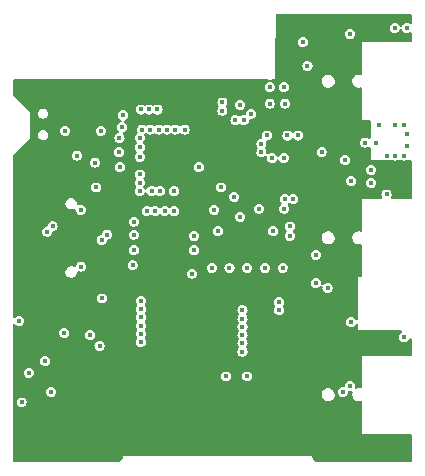
<source format=gbr>
%TF.GenerationSoftware,KiCad,Pcbnew,(6.99.0-1793-ga56955443f)*%
%TF.CreationDate,2022-12-11T18:47:06+00:00*%
%TF.ProjectId,Watchy-MrT-ESP32-S3-V1,57617463-6879-42d4-9d72-542d45535033,rev?*%
%TF.SameCoordinates,Original*%
%TF.FileFunction,Copper,L2,Inr*%
%TF.FilePolarity,Positive*%
%FSLAX46Y46*%
G04 Gerber Fmt 4.6, Leading zero omitted, Abs format (unit mm)*
G04 Created by KiCad (PCBNEW (6.99.0-1793-ga56955443f)) date 2022-12-11 18:47:06*
%MOMM*%
%LPD*%
G01*
G04 APERTURE LIST*
%TA.AperFunction,ViaPad*%
%ADD10C,0.450000*%
%TD*%
%TA.AperFunction,ViaPad*%
%ADD11C,0.600000*%
%TD*%
G04 APERTURE END LIST*
D10*
%TO.N,GND*%
X142900000Y-66500000D03*
X141200000Y-67300000D03*
X136300000Y-61900000D03*
X135400000Y-61600000D03*
X126400000Y-84500000D03*
X116200000Y-81000000D03*
X139300000Y-91200000D03*
X140100000Y-91200000D03*
X140900000Y-91200000D03*
X141700000Y-91200000D03*
X142600000Y-91200000D03*
X142600000Y-92800000D03*
X141700000Y-92800000D03*
X140900000Y-92800000D03*
X140000000Y-92800000D03*
X139100000Y-92800000D03*
X138200000Y-92800000D03*
X137300000Y-92800000D03*
X136400000Y-92800000D03*
X135500000Y-92800000D03*
X136000000Y-69000000D03*
X140600000Y-55600000D03*
X141200000Y-55600000D03*
X114000000Y-72200000D03*
X113600000Y-72900000D03*
X114400000Y-72900000D03*
X115200000Y-70900000D03*
X116800000Y-71000000D03*
%TO.N,VCC*%
X116900000Y-83400000D03*
X117100000Y-79400000D03*
X115000000Y-67300000D03*
%TO.N,I2C_SDA*%
X127600000Y-86000000D03*
%TO.N,I2C_SCL*%
X129400000Y-86000000D03*
%TO.N,GND*%
X114000000Y-91100000D03*
X114000000Y-92000000D03*
X111300000Y-90700000D03*
X113800000Y-92800000D03*
X113000000Y-92800000D03*
X112200000Y-92800000D03*
X111400000Y-92800000D03*
X110700000Y-83000000D03*
X111600000Y-83400000D03*
X111600000Y-84100000D03*
X111500000Y-84700000D03*
X110800000Y-84700000D03*
X110100000Y-84700000D03*
D11*
X116000000Y-64200000D03*
X117300000Y-64200000D03*
X114000000Y-87000000D03*
X123000000Y-85000000D03*
X125000000Y-85000000D03*
X124000000Y-85000000D03*
X124000000Y-86000000D03*
X136000000Y-89000000D03*
X143000000Y-92000000D03*
X142000000Y-92000000D03*
X141000000Y-92000000D03*
X140000000Y-92000000D03*
X119000000Y-90000000D03*
X119000000Y-89000000D03*
X119000000Y-88000000D03*
X120000000Y-88000000D03*
X120000000Y-89000000D03*
X120000000Y-90000000D03*
X121000000Y-90000000D03*
X121000000Y-89000000D03*
X121000000Y-88000000D03*
X122000000Y-88000000D03*
X122000000Y-89000000D03*
X122000000Y-90000000D03*
X123000000Y-90000000D03*
X123000000Y-89000000D03*
X123000000Y-88000000D03*
X124000000Y-88000000D03*
X124000000Y-89000000D03*
X124000000Y-90000000D03*
X126000000Y-90000000D03*
X125000000Y-88000000D03*
X125000000Y-89000000D03*
X125000000Y-90000000D03*
X126000000Y-89000000D03*
X126000000Y-88000000D03*
X127000000Y-88000000D03*
X127000000Y-89000000D03*
X127000000Y-90000000D03*
X128000000Y-90000000D03*
X128000000Y-89000000D03*
X128000000Y-88000000D03*
X129000000Y-88000000D03*
X129000000Y-89000000D03*
X129000000Y-90000000D03*
X130000000Y-90000000D03*
X130000000Y-89000000D03*
X130000000Y-88000000D03*
X131000000Y-88000000D03*
X131000000Y-89000000D03*
X131000000Y-90000000D03*
X133000000Y-90000000D03*
X132000000Y-88000000D03*
X132000000Y-89000000D03*
X132000000Y-90000000D03*
X133000000Y-89000000D03*
X133000000Y-88000000D03*
X134000000Y-88000000D03*
X134000000Y-89000000D03*
X134000000Y-90000000D03*
X134000000Y-91000000D03*
X133000000Y-91000000D03*
X132000000Y-91000000D03*
X131000000Y-91000000D03*
X130000000Y-91000000D03*
X129000000Y-91000000D03*
X128000000Y-91000000D03*
X127000000Y-91000000D03*
X126000000Y-91000000D03*
X125000000Y-91000000D03*
X124000000Y-91000000D03*
X123000000Y-91000000D03*
X122000000Y-91000000D03*
X121000000Y-91000000D03*
X120000000Y-91000000D03*
X119000000Y-91000000D03*
X118000000Y-91000000D03*
X113000000Y-92000000D03*
X113000000Y-91000000D03*
X113000000Y-90000000D03*
X113000000Y-89000000D03*
X114000000Y-89000000D03*
X114000000Y-90000000D03*
X115000000Y-90000000D03*
X116000000Y-90000000D03*
X117000000Y-90000000D03*
X118000000Y-90000000D03*
X118000000Y-89000000D03*
X117000000Y-89000000D03*
X116000000Y-89000000D03*
X115000000Y-89000000D03*
X115000000Y-88000000D03*
X116000000Y-88000000D03*
X117000000Y-88000000D03*
X118000000Y-88000000D03*
X120000000Y-87000000D03*
X119000000Y-87000000D03*
X118000000Y-87000000D03*
X118000000Y-85000000D03*
X118000000Y-86000000D03*
X119000000Y-86000000D03*
X120000000Y-86000000D03*
X121000000Y-86000000D03*
X121000000Y-87000000D03*
X122000000Y-87000000D03*
X123000000Y-87000000D03*
X124000000Y-87000000D03*
X125000000Y-87000000D03*
X126000000Y-87000000D03*
X127000000Y-87000000D03*
X128000000Y-87000000D03*
X129000000Y-87000000D03*
X130000000Y-87000000D03*
X131000000Y-87000000D03*
X131000000Y-86000000D03*
X132000000Y-86000000D03*
X132000000Y-87000000D03*
X133000000Y-87000000D03*
X133000000Y-86000000D03*
X134000000Y-86000000D03*
X134000000Y-87000000D03*
X135000000Y-87000000D03*
X135000000Y-88000000D03*
X135000000Y-89000000D03*
X135000000Y-90000000D03*
X135000000Y-91000000D03*
X136000000Y-92000000D03*
X135000000Y-92000000D03*
X134000000Y-92000000D03*
X133000000Y-92000000D03*
X132000000Y-92000000D03*
X131000000Y-92000000D03*
X130000000Y-92000000D03*
X129000000Y-92000000D03*
X128000000Y-92000000D03*
X127000000Y-92000000D03*
X126000000Y-92000000D03*
X125000000Y-92000000D03*
X124000000Y-92000000D03*
X123000000Y-92000000D03*
X122000000Y-92000000D03*
X121000000Y-92000000D03*
X120000000Y-92000000D03*
X119000000Y-92000000D03*
X118000000Y-92000000D03*
X114000000Y-79000000D03*
X114000000Y-78000000D03*
X114000000Y-76000000D03*
X115000000Y-66000000D03*
X114000000Y-66000000D03*
X114000000Y-67000000D03*
X113000000Y-67000000D03*
X113000000Y-66000000D03*
X113000000Y-65000000D03*
X113000000Y-64000000D03*
X110000000Y-68000000D03*
X115000000Y-69000000D03*
X114000000Y-68000000D03*
X114000000Y-69000000D03*
X114000000Y-70000000D03*
X112000000Y-70000000D03*
X111000000Y-70000000D03*
X110000000Y-70000000D03*
X110000000Y-69000000D03*
X111000000Y-69000000D03*
X112000000Y-69000000D03*
X113000000Y-68000000D03*
X113000000Y-69000000D03*
X113000000Y-70000000D03*
X113000000Y-71000000D03*
X110000000Y-71000000D03*
X111000000Y-71000000D03*
X112000000Y-71000000D03*
X112000000Y-72000000D03*
X111000000Y-72000000D03*
X110000000Y-72000000D03*
X110000000Y-73000000D03*
X111000000Y-73000000D03*
X111000000Y-74000000D03*
X110000000Y-74000000D03*
X110000000Y-75000000D03*
X111000000Y-75000000D03*
X112000000Y-75000000D03*
X112000000Y-76000000D03*
X111000000Y-76000000D03*
X110000000Y-76000000D03*
X110000000Y-77000000D03*
X111000000Y-77000000D03*
X112000000Y-77000000D03*
X112000000Y-78000000D03*
X111000000Y-78000000D03*
X110000000Y-78000000D03*
X110000000Y-79000000D03*
X111000000Y-79000000D03*
X112000000Y-79000000D03*
X112000000Y-80000000D03*
X111000000Y-80000000D03*
X110000000Y-80000000D03*
X117100000Y-75300000D03*
X115200000Y-80400000D03*
X116100000Y-79800000D03*
X117100000Y-78300000D03*
X117100000Y-77300000D03*
X136200000Y-72800000D03*
X136800000Y-75200000D03*
X132100000Y-75200000D03*
X133100000Y-75200000D03*
X128800000Y-74200000D03*
X128800000Y-75200000D03*
X127900000Y-75200000D03*
X129800000Y-75200000D03*
X135400000Y-81300000D03*
X135100000Y-83000000D03*
X135100000Y-84000000D03*
X134200000Y-84000000D03*
X134200000Y-83000000D03*
X133300000Y-83000000D03*
X133300000Y-84000000D03*
X132300000Y-84000000D03*
X132300000Y-83000000D03*
X131300000Y-81000000D03*
X131300000Y-82000000D03*
X131300000Y-83000000D03*
X131300000Y-84000000D03*
X130300000Y-84000000D03*
X130300000Y-83000000D03*
X130300000Y-82000000D03*
X130300000Y-81000000D03*
X130300000Y-80000000D03*
X137200000Y-82400000D03*
X139300000Y-83600000D03*
X140400000Y-83600000D03*
X141400000Y-83600000D03*
X138400000Y-77600000D03*
X138400000Y-76400000D03*
X138400000Y-75300000D03*
X138000000Y-73900000D03*
X137300000Y-72900000D03*
X138600000Y-72900000D03*
D10*
X134500000Y-67600000D03*
X126500000Y-71200000D03*
D11*
X130700000Y-70900000D03*
X131600000Y-71100000D03*
X132600000Y-69000000D03*
X139300000Y-65100000D03*
X138300000Y-65100000D03*
X137400000Y-65100000D03*
X135100000Y-64500000D03*
X135100000Y-63400000D03*
X135100000Y-65600000D03*
X138700000Y-62000000D03*
X137600000Y-62000000D03*
X137600000Y-60800000D03*
X136500000Y-59600000D03*
X137600000Y-59600000D03*
X138700000Y-59600000D03*
X132300000Y-58800000D03*
X132300000Y-59600000D03*
X133100000Y-59600000D03*
D10*
X138000000Y-55600000D03*
X142800000Y-57200000D03*
%TO.N,+3V3*%
X125300000Y-68300000D03*
%TO.N,GND*%
X136000000Y-68400000D03*
%TO.N,Net-(D1-K)*%
X133000000Y-74100000D03*
X136200000Y-78500000D03*
%TO.N,+3V3*%
X142700000Y-82700000D03*
X138100000Y-86800000D03*
X135200000Y-75700000D03*
X124700000Y-77300000D03*
%TO.N,BAT_ADC*%
X110300000Y-88200000D03*
%TO.N,+BATT*%
X133700000Y-65600000D03*
X128800000Y-72500000D03*
%TO.N,VBUS*%
X115300000Y-71900000D03*
X115300000Y-76700000D03*
%TO.N,+BATT*%
X112800000Y-87300000D03*
X116100000Y-82500000D03*
X110900000Y-85700000D03*
%TO.N,VBUS*%
X112300000Y-84700000D03*
X110100000Y-81300000D03*
X113900000Y-82300000D03*
%TO.N,BTN3*%
X137500000Y-87300000D03*
%TO.N,BTN2*%
X133000000Y-73300000D03*
%TO.N,BTN3*%
X133300000Y-71000000D03*
%TO.N,BTN2*%
X132600000Y-71000000D03*
%TO.N,RTC_INT*%
X132524502Y-71800000D03*
X130400000Y-71800000D03*
%TO.N,GND*%
X126100000Y-62600000D03*
X126600000Y-63100000D03*
X126600000Y-62600000D03*
%TO.N,I2C_SCL*%
X141900000Y-56500000D03*
%TO.N,I2C_SDA*%
X142900000Y-56500000D03*
%TO.N,+3V3*%
X131300000Y-61500000D03*
X132500000Y-61500000D03*
X138100000Y-57000000D03*
X134100000Y-57700000D03*
X134500000Y-59700000D03*
%TO.N,GND*%
X138800000Y-66900000D03*
%TO.N,/MCU_Sheet/PREVGH*%
X131600000Y-73700000D03*
%TO.N,/MCU_Sheet/RESE*%
X138200000Y-81400000D03*
%TO.N,/MCU_Sheet/GDR*%
X135200000Y-78100000D03*
%TO.N,/MCU_Sheet/RESE*%
X132100000Y-80400000D03*
%TO.N,/MCU_Sheet/GDR*%
X132100000Y-79700000D03*
%TO.N,I2C_SDA*%
X137700000Y-67700000D03*
%TO.N,BTN1*%
X135700000Y-67000500D03*
%TO.N,GND*%
X119200000Y-62600000D03*
X119700000Y-62100000D03*
%TO.N,RTC_INT*%
X132803200Y-65603200D03*
%TO.N,VIB_PWM*%
X131100000Y-65600000D03*
%TO.N,BAT_ADC*%
X118908281Y-63882865D03*
%TO.N,I2C_SCL*%
X130600000Y-66300000D03*
%TO.N,I2C_SDA*%
X130600000Y-67000000D03*
%TO.N,BTN2*%
X131506409Y-67506409D03*
%TO.N,BTN3*%
X132500000Y-67500000D03*
%TO.N,BMP_INT*%
X127200000Y-70000000D03*
%TO.N,RTC_INT*%
X120400000Y-63400000D03*
%TO.N,ACCEL_INT2*%
X120500000Y-65100000D03*
%TO.N,ACCEL_INT1*%
X121200000Y-65100000D03*
%TO.N,VIB_PWM*%
X121100000Y-63400000D03*
%TO.N,I2C_SCL*%
X121800000Y-63400000D03*
%TO.N,I2C_SDA*%
X121900000Y-65100000D03*
%TO.N,BTN3*%
X122600000Y-65100000D03*
%TO.N,BTN1*%
X123300000Y-65100000D03*
%TO.N,BTN2*%
X124100000Y-65100000D03*
%TO.N,I2C_SDA*%
X138200000Y-69450981D03*
%TO.N,+3V3*%
X139400000Y-66200000D03*
X142700000Y-67300000D03*
%TO.N,MAG_DRDY*%
X141900000Y-67300000D03*
%TO.N,+3V3*%
X140600000Y-64700000D03*
%TO.N,MAG_INT*%
X140300000Y-66200000D03*
%TO.N,I2C_SCL*%
X141900000Y-64700000D03*
%TO.N,+3V3*%
X142700000Y-64700000D03*
%TO.N,I2C_SDA*%
X142900000Y-65500000D03*
%TO.N,GND*%
X142900000Y-70600000D03*
%TO.N,BMP_INT*%
X141200000Y-70600000D03*
D11*
%TO.N,GND*%
X121600000Y-76600000D03*
D10*
X117200000Y-61600000D03*
X116200000Y-62100000D03*
X123200000Y-61600000D03*
D11*
X123900000Y-66600000D03*
X121600000Y-75200000D03*
D10*
X115700000Y-61100000D03*
X118700000Y-61600000D03*
X116200000Y-63100000D03*
D11*
X122300000Y-76600000D03*
D10*
X114700000Y-61100000D03*
D11*
X120900000Y-76600000D03*
D10*
X120700000Y-61100000D03*
D11*
X123200000Y-66600000D03*
D10*
X121200000Y-61100000D03*
X114700000Y-62600000D03*
X117200000Y-61100000D03*
X127100000Y-61600000D03*
X127100000Y-61100000D03*
X119200000Y-62100000D03*
X126600000Y-61100000D03*
X127100000Y-62100000D03*
X129100000Y-61100000D03*
X116200000Y-61100000D03*
X119200000Y-61600000D03*
D11*
X123000000Y-75900000D03*
X123700000Y-74500000D03*
D10*
X117700000Y-63100000D03*
X116700000Y-62600000D03*
X128600000Y-61600000D03*
X117700000Y-61600000D03*
D11*
X123700000Y-76600000D03*
D10*
X110200000Y-61600000D03*
X121700000Y-61100000D03*
X114200000Y-61600000D03*
X128100000Y-61100000D03*
D11*
X121600000Y-73800000D03*
X123900000Y-67300000D03*
D10*
X123700000Y-61100000D03*
X115700000Y-63100000D03*
D11*
X122500000Y-66600000D03*
D10*
X114200000Y-62100000D03*
X110100000Y-62100000D03*
D11*
X121800000Y-68700000D03*
X122300000Y-73100000D03*
D10*
X129100000Y-61600000D03*
D11*
X121600000Y-74500000D03*
D10*
X110700000Y-62100000D03*
D11*
X124600000Y-68700000D03*
X123200000Y-68700000D03*
D10*
X118200000Y-61100000D03*
D11*
X122300000Y-73800000D03*
X121100000Y-65900000D03*
D10*
X122700000Y-61100000D03*
D11*
X122500000Y-65900000D03*
D10*
X130100000Y-61600000D03*
X118700000Y-62600000D03*
X130600000Y-61100000D03*
X118200000Y-62100000D03*
D11*
X122300000Y-74500000D03*
X123700000Y-73800000D03*
D10*
X130100000Y-61100000D03*
X116200000Y-61600000D03*
X113700000Y-62100000D03*
X117200000Y-62100000D03*
X113700000Y-61100000D03*
X126100000Y-62100000D03*
D11*
X122500000Y-68000000D03*
D10*
X111700000Y-61100000D03*
X119700000Y-61600000D03*
X110200000Y-61100000D03*
X114700000Y-63100000D03*
D11*
X121600000Y-73100000D03*
D10*
X129700000Y-63000000D03*
D11*
X122300000Y-75900000D03*
D10*
X119700000Y-61100000D03*
X129000000Y-79700000D03*
X112200000Y-61100000D03*
X123200000Y-61100000D03*
X116200000Y-62600000D03*
X115700000Y-61600000D03*
D11*
X123900000Y-68000000D03*
D10*
X124200000Y-61600000D03*
D11*
X123700000Y-75200000D03*
D10*
X125500000Y-72500000D03*
X110700000Y-62600000D03*
X127400000Y-65200000D03*
X115200000Y-62100000D03*
X113200000Y-62100000D03*
X129600000Y-61600000D03*
X124200000Y-61100000D03*
X126100000Y-61100000D03*
X118200000Y-62600000D03*
X122200000Y-61100000D03*
D11*
X121600000Y-75900000D03*
D10*
X117200000Y-63100000D03*
X116700000Y-62100000D03*
D11*
X124600000Y-67300000D03*
X121800000Y-68000000D03*
X121100000Y-68000000D03*
D10*
X124700000Y-61600000D03*
D11*
X121800000Y-65900000D03*
X123200000Y-68000000D03*
D10*
X118200000Y-61600000D03*
D11*
X122500000Y-67300000D03*
D10*
X111200000Y-61100000D03*
X115700000Y-62600000D03*
X126100000Y-61600000D03*
X115200000Y-62600000D03*
D11*
X123900000Y-68700000D03*
D10*
X117700000Y-62100000D03*
X120200000Y-61600000D03*
D11*
X123700000Y-75900000D03*
D10*
X114700000Y-61600000D03*
D11*
X121100000Y-67300000D03*
D10*
X112710000Y-61600000D03*
X110700000Y-61600000D03*
X127600000Y-62100000D03*
X117700000Y-62600000D03*
X140500000Y-68099500D03*
X128900000Y-65200000D03*
X117200000Y-62600000D03*
X118200000Y-63100000D03*
X119200000Y-61100000D03*
X128100000Y-61600000D03*
X124700000Y-61100000D03*
X115200000Y-61100000D03*
D11*
X122300000Y-75200000D03*
D10*
X127900000Y-65200000D03*
X126600000Y-62100000D03*
X114700000Y-62100000D03*
X115700000Y-62100000D03*
D11*
X121800000Y-67300000D03*
D10*
X113700000Y-61600000D03*
D11*
X124600000Y-68000000D03*
D10*
X110700000Y-61100000D03*
X118700000Y-61100000D03*
X112700000Y-61100000D03*
D11*
X123700000Y-73100000D03*
X121100000Y-66600000D03*
D10*
X127600000Y-61100000D03*
X128400000Y-65200000D03*
X128600000Y-61100000D03*
D11*
X123000000Y-73800000D03*
X123000000Y-74500000D03*
D10*
X116700000Y-61100000D03*
D11*
X123200000Y-67300000D03*
D10*
X113200000Y-61600000D03*
D11*
X123000000Y-75200000D03*
D10*
X126600000Y-61600000D03*
X127600000Y-61600000D03*
X118700000Y-62100000D03*
X129600000Y-61100000D03*
X123700000Y-61600000D03*
X116700000Y-63100000D03*
D11*
X121100000Y-68700000D03*
D10*
X115200000Y-61600000D03*
X116700000Y-61600000D03*
X114200000Y-61100000D03*
X113200000Y-61100000D03*
X115200000Y-63100000D03*
D11*
X123000000Y-76600000D03*
X122500000Y-68700000D03*
D10*
X120200000Y-61100000D03*
D11*
X123000000Y-73100000D03*
D10*
X117700000Y-61100000D03*
D11*
X121800000Y-66600000D03*
D10*
%TO.N,/MCU_Sheet/SPICLK_P*%
X126600000Y-71900000D03*
X123200000Y-70300000D03*
%TO.N,VDD_SPI*%
X119700000Y-76600000D03*
X128300000Y-70800000D03*
%TO.N,+3V3*%
X116500000Y-67900000D03*
X116600000Y-70000000D03*
X117000000Y-65200000D03*
X114000000Y-65200000D03*
X129700000Y-63800000D03*
X127300000Y-63500000D03*
X120300000Y-67400000D03*
%TO.N,/MCU_Sheet/PREVGH*%
X129400000Y-76800000D03*
X120400000Y-81700000D03*
%TO.N,Net-(J1-Pin_18)*%
X132400000Y-76800000D03*
X120400000Y-83100000D03*
%TO.N,Net-(J1-Pin_20)*%
X130900000Y-76800000D03*
X120400000Y-82400000D03*
%TO.N,Net-(J1-Pin_22)*%
X120400000Y-81000000D03*
X127900000Y-76800000D03*
%TO.N,Net-(J1-Pin_24)*%
X126400000Y-76800000D03*
X120400000Y-79600000D03*
%TO.N,/MCU_Sheet/PREVGL*%
X126900000Y-73700000D03*
X120400000Y-80300000D03*
%TO.N,/MCU_Sheet/SPICS0*%
X123200000Y-72000000D03*
X121300000Y-70300000D03*
%TO.N,/MCU_Sheet/SPID*%
X122400000Y-72000000D03*
X119800000Y-72900000D03*
%TO.N,/MCU_Sheet/SPIWP*%
X124900000Y-74100000D03*
X120896800Y-72003200D03*
%TO.N,/MCU_Sheet/SPIQ*%
X124900000Y-75300000D03*
X122000000Y-70300000D03*
%TO.N,/MCU_Sheet/SPICLK*%
X119800000Y-74000000D03*
X121600000Y-72000000D03*
%TO.N,/MCU_Sheet/SPIHD*%
X120300000Y-70300000D03*
X119800000Y-75300000D03*
%TO.N,I2C_SCL*%
X131300000Y-62900000D03*
X139900000Y-69600000D03*
X128800000Y-63000000D03*
X139900000Y-68500000D03*
%TO.N,I2C_SDA*%
X132600000Y-62900000D03*
X127300000Y-62800000D03*
%TO.N,D_BUSY*%
X129000000Y-80400000D03*
X120300000Y-66600000D03*
%TO.N,D_RES*%
X118616000Y-68300000D03*
X129000000Y-81100000D03*
%TO.N,D_DC*%
X129000000Y-81800000D03*
X118525732Y-66997604D03*
%TO.N,D_MOSI*%
X120300000Y-65800000D03*
X129000000Y-83900000D03*
%TO.N,D_SCK*%
X118584073Y-65809077D03*
X129000000Y-83200000D03*
%TO.N,D_SS*%
X129000000Y-82500000D03*
X118800000Y-64900000D03*
%TO.N,MAG_INT*%
X120300000Y-68900000D03*
%TO.N,MAG_DRDY*%
X120300000Y-69600000D03*
%TO.N,ACCEL_INT1*%
X128400000Y-64300000D03*
%TO.N,ACCEL_INT2*%
X129100000Y-64300000D03*
%TO.N,USB_N*%
X117529808Y-73993517D03*
X112924320Y-73286401D03*
%TO.N,USB_P*%
X117070188Y-74453137D03*
X112464700Y-73746021D03*
%TD*%
%TA.AperFunction,Conductor*%
%TO.N,GND*%
G36*
X143291121Y-55311002D02*
G01*
X143337614Y-55364658D01*
X143349000Y-55417000D01*
X143349000Y-56048343D01*
X143328998Y-56116464D01*
X143275342Y-56162957D01*
X143205068Y-56173061D01*
X143154136Y-56152388D01*
X143153220Y-56151472D01*
X143144389Y-56146972D01*
X143144387Y-56146971D01*
X143084513Y-56116464D01*
X143033126Y-56090281D01*
X143023337Y-56088731D01*
X143023335Y-56088730D01*
X142909793Y-56070747D01*
X142900000Y-56069196D01*
X142890207Y-56070747D01*
X142776665Y-56088730D01*
X142776663Y-56088731D01*
X142766874Y-56090281D01*
X142646780Y-56151472D01*
X142551472Y-56246780D01*
X142546972Y-56255612D01*
X142512267Y-56323724D01*
X142463519Y-56375339D01*
X142394604Y-56392405D01*
X142327402Y-56369504D01*
X142287733Y-56323724D01*
X142253028Y-56255612D01*
X142248528Y-56246780D01*
X142153220Y-56151472D01*
X142033126Y-56090281D01*
X142023337Y-56088731D01*
X142023335Y-56088730D01*
X141909793Y-56070747D01*
X141900000Y-56069196D01*
X141890207Y-56070747D01*
X141776665Y-56088730D01*
X141776663Y-56088731D01*
X141766874Y-56090281D01*
X141646780Y-56151472D01*
X141551472Y-56246780D01*
X141490281Y-56366874D01*
X141469196Y-56500000D01*
X141470747Y-56509793D01*
X141480156Y-56569196D01*
X141490281Y-56633126D01*
X141551472Y-56753220D01*
X141646780Y-56848528D01*
X141766874Y-56909719D01*
X141776663Y-56911269D01*
X141776665Y-56911270D01*
X141890207Y-56929253D01*
X141900000Y-56930804D01*
X141909793Y-56929253D01*
X142023335Y-56911270D01*
X142023337Y-56911269D01*
X142033126Y-56909719D01*
X142153220Y-56848528D01*
X142248528Y-56753220D01*
X142287733Y-56676276D01*
X142336481Y-56624661D01*
X142405396Y-56607595D01*
X142472598Y-56630496D01*
X142512267Y-56676276D01*
X142551472Y-56753220D01*
X142646780Y-56848528D01*
X142766874Y-56909719D01*
X142776663Y-56911269D01*
X142776665Y-56911270D01*
X142890207Y-56929253D01*
X142900000Y-56930804D01*
X142909793Y-56929253D01*
X143023335Y-56911270D01*
X143023337Y-56911269D01*
X143033126Y-56909719D01*
X143134550Y-56858041D01*
X143144387Y-56853029D01*
X143144389Y-56853028D01*
X143153220Y-56848528D01*
X143153739Y-56848009D01*
X143215805Y-56825863D01*
X143284957Y-56841942D01*
X143334438Y-56892855D01*
X143349000Y-56951657D01*
X143349000Y-57563000D01*
X143328998Y-57631121D01*
X143275342Y-57677614D01*
X143223000Y-57689000D01*
X139150198Y-57689000D01*
X139150000Y-57688918D01*
X139149802Y-57689000D01*
X139149235Y-57689235D01*
X139148918Y-57690000D01*
X139149000Y-57690198D01*
X139149000Y-60345919D01*
X139128998Y-60414040D01*
X139075342Y-60460533D01*
X139005068Y-60470637D01*
X138989006Y-60467247D01*
X138965042Y-60460533D01*
X138925665Y-60449500D01*
X138812342Y-60449500D01*
X138758650Y-60456880D01*
X138708626Y-60463755D01*
X138708623Y-60463756D01*
X138700080Y-60464930D01*
X138646961Y-60488003D01*
X138569187Y-60521785D01*
X138569184Y-60521787D01*
X138561280Y-60525220D01*
X138554596Y-60530658D01*
X138554594Y-60530659D01*
X138513024Y-60564479D01*
X138443892Y-60620722D01*
X138356623Y-60744353D01*
X138353739Y-60752469D01*
X138353737Y-60752472D01*
X138312173Y-60869422D01*
X138305946Y-60886944D01*
X138295619Y-61037921D01*
X138297371Y-61046351D01*
X138297371Y-61046354D01*
X138318280Y-61146972D01*
X138326408Y-61186085D01*
X138396029Y-61320447D01*
X138499320Y-61431044D01*
X138554813Y-61464790D01*
X138621255Y-61505195D01*
X138621258Y-61505196D01*
X138628618Y-61509672D01*
X138774335Y-61550500D01*
X138887658Y-61550500D01*
X138999920Y-61535070D01*
X139000192Y-61537049D01*
X139059988Y-61537787D01*
X139119236Y-61576905D01*
X139147929Y-61641845D01*
X139149000Y-61658236D01*
X139149000Y-64289802D01*
X139148918Y-64290000D01*
X139149000Y-64290198D01*
X139149235Y-64290765D01*
X139150000Y-64291082D01*
X139150198Y-64291000D01*
X139724000Y-64291000D01*
X139792121Y-64311002D01*
X139838614Y-64364658D01*
X139850000Y-64417000D01*
X139850000Y-65749070D01*
X139829998Y-65817191D01*
X139776342Y-65863684D01*
X139706068Y-65873788D01*
X139654677Y-65852929D01*
X139653220Y-65851472D01*
X139533126Y-65790281D01*
X139523337Y-65788731D01*
X139523335Y-65788730D01*
X139409793Y-65770747D01*
X139400000Y-65769196D01*
X139390207Y-65770747D01*
X139276665Y-65788730D01*
X139276663Y-65788731D01*
X139266874Y-65790281D01*
X139146780Y-65851472D01*
X139051472Y-65946780D01*
X138990281Y-66066874D01*
X138969196Y-66200000D01*
X138970747Y-66209793D01*
X138975513Y-66239881D01*
X138990281Y-66333126D01*
X139051472Y-66453220D01*
X139146780Y-66548528D01*
X139266874Y-66609719D01*
X139276663Y-66611269D01*
X139276665Y-66611270D01*
X139390207Y-66629253D01*
X139400000Y-66630804D01*
X139409793Y-66629253D01*
X139523335Y-66611270D01*
X139523337Y-66611269D01*
X139533126Y-66609719D01*
X139653220Y-66548528D01*
X139654315Y-66547433D01*
X139716802Y-66525136D01*
X139785954Y-66541214D01*
X139835436Y-66592126D01*
X139850000Y-66650930D01*
X139850000Y-67650000D01*
X141619418Y-67650000D01*
X141676622Y-67663733D01*
X141766874Y-67709719D01*
X141776663Y-67711269D01*
X141776665Y-67711270D01*
X141890207Y-67729253D01*
X141900000Y-67730804D01*
X141909793Y-67729253D01*
X142023335Y-67711270D01*
X142023337Y-67711269D01*
X142033126Y-67709719D01*
X142123378Y-67663733D01*
X142180582Y-67650000D01*
X142419418Y-67650000D01*
X142476622Y-67663733D01*
X142566874Y-67709719D01*
X142576663Y-67711269D01*
X142576665Y-67711270D01*
X142690207Y-67729253D01*
X142700000Y-67730804D01*
X142709793Y-67729253D01*
X142823335Y-67711270D01*
X142823337Y-67711269D01*
X142833126Y-67709719D01*
X142923378Y-67663733D01*
X142980582Y-67650000D01*
X143223000Y-67650000D01*
X143291121Y-67670002D01*
X143337614Y-67723658D01*
X143349000Y-67776000D01*
X143349000Y-70843000D01*
X143328998Y-70911121D01*
X143275342Y-70957614D01*
X143223000Y-70969000D01*
X141695149Y-70969000D01*
X141627028Y-70948998D01*
X141580535Y-70895342D01*
X141570431Y-70825068D01*
X141582882Y-70785798D01*
X141605217Y-70741962D01*
X141605217Y-70741961D01*
X141609719Y-70733126D01*
X141613427Y-70709719D01*
X141629253Y-70609793D01*
X141630804Y-70600000D01*
X141621996Y-70544388D01*
X141611270Y-70476665D01*
X141611269Y-70476663D01*
X141609719Y-70466874D01*
X141548528Y-70346780D01*
X141453220Y-70251472D01*
X141333126Y-70190281D01*
X141323337Y-70188731D01*
X141323335Y-70188730D01*
X141209793Y-70170747D01*
X141200000Y-70169196D01*
X141190207Y-70170747D01*
X141076665Y-70188730D01*
X141076663Y-70188731D01*
X141066874Y-70190281D01*
X140946780Y-70251472D01*
X140851472Y-70346780D01*
X140790281Y-70466874D01*
X140788731Y-70476663D01*
X140788730Y-70476665D01*
X140778004Y-70544388D01*
X140769196Y-70600000D01*
X140770747Y-70609793D01*
X140786574Y-70709719D01*
X140790281Y-70733126D01*
X140794783Y-70741961D01*
X140794783Y-70741962D01*
X140817118Y-70785798D01*
X140830222Y-70855574D01*
X140803522Y-70921359D01*
X140745494Y-70962265D01*
X140704851Y-70969000D01*
X139150198Y-70969000D01*
X139150000Y-70968918D01*
X139149802Y-70969000D01*
X139149235Y-70969235D01*
X139148918Y-70970000D01*
X139149000Y-70970198D01*
X139149000Y-73620919D01*
X139128998Y-73689040D01*
X139075342Y-73735533D01*
X139005068Y-73745637D01*
X138989006Y-73742247D01*
X138965042Y-73735533D01*
X138925665Y-73724500D01*
X138812342Y-73724500D01*
X138758650Y-73731880D01*
X138708626Y-73738755D01*
X138708623Y-73738756D01*
X138700080Y-73739930D01*
X138678902Y-73749129D01*
X138569187Y-73796785D01*
X138569184Y-73796787D01*
X138561280Y-73800220D01*
X138554596Y-73805658D01*
X138554594Y-73805659D01*
X138532868Y-73823335D01*
X138443892Y-73895722D01*
X138356623Y-74019353D01*
X138353739Y-74027469D01*
X138353737Y-74027472D01*
X138308832Y-74153823D01*
X138305946Y-74161944D01*
X138295619Y-74312921D01*
X138297371Y-74321351D01*
X138297371Y-74321354D01*
X138324655Y-74452651D01*
X138326408Y-74461085D01*
X138396029Y-74595447D01*
X138499320Y-74706044D01*
X138554813Y-74739790D01*
X138621255Y-74780195D01*
X138621258Y-74780196D01*
X138628618Y-74784672D01*
X138774335Y-74825500D01*
X138887658Y-74825500D01*
X138999920Y-74810070D01*
X139000192Y-74812049D01*
X139059988Y-74812787D01*
X139119236Y-74851905D01*
X139147929Y-74916845D01*
X139149000Y-74933236D01*
X139149000Y-77474000D01*
X139128998Y-77542121D01*
X139075342Y-77588614D01*
X139023000Y-77600000D01*
X138800000Y-77600000D01*
X138800000Y-81115493D01*
X138779998Y-81183614D01*
X138726342Y-81230107D01*
X138656068Y-81240211D01*
X138591488Y-81210717D01*
X138561733Y-81172696D01*
X138558766Y-81166874D01*
X138548528Y-81146780D01*
X138453220Y-81051472D01*
X138333126Y-80990281D01*
X138323337Y-80988731D01*
X138323335Y-80988730D01*
X138209793Y-80970747D01*
X138200000Y-80969196D01*
X138190207Y-80970747D01*
X138076665Y-80988730D01*
X138076663Y-80988731D01*
X138066874Y-80990281D01*
X137946780Y-81051472D01*
X137851472Y-81146780D01*
X137790281Y-81266874D01*
X137769196Y-81400000D01*
X137790281Y-81533126D01*
X137851472Y-81653220D01*
X137946780Y-81748528D01*
X138066874Y-81809719D01*
X138076663Y-81811269D01*
X138076665Y-81811270D01*
X138190207Y-81829253D01*
X138200000Y-81830804D01*
X138209793Y-81829253D01*
X138323335Y-81811270D01*
X138323337Y-81811269D01*
X138333126Y-81809719D01*
X138453220Y-81748528D01*
X138548528Y-81653220D01*
X138561733Y-81627304D01*
X138610482Y-81575689D01*
X138679397Y-81558623D01*
X138746598Y-81581524D01*
X138790750Y-81637122D01*
X138800000Y-81684507D01*
X138800000Y-82100000D01*
X142415493Y-82100000D01*
X142483614Y-82120002D01*
X142530107Y-82173658D01*
X142540211Y-82243932D01*
X142510717Y-82308512D01*
X142472696Y-82338267D01*
X142446780Y-82351472D01*
X142351472Y-82446780D01*
X142290281Y-82566874D01*
X142288731Y-82576663D01*
X142288730Y-82576665D01*
X142276605Y-82653220D01*
X142269196Y-82700000D01*
X142270747Y-82709793D01*
X142288712Y-82823217D01*
X142290281Y-82833126D01*
X142351472Y-82953220D01*
X142446780Y-83048528D01*
X142566874Y-83109719D01*
X142576663Y-83111269D01*
X142576665Y-83111270D01*
X142690207Y-83129253D01*
X142700000Y-83130804D01*
X142709793Y-83129253D01*
X142823335Y-83111270D01*
X142823337Y-83111269D01*
X142833126Y-83109719D01*
X142953220Y-83048528D01*
X143048528Y-82953220D01*
X143109719Y-82833126D01*
X143112541Y-82834564D01*
X143143238Y-82789668D01*
X143208634Y-82762030D01*
X143278591Y-82774135D01*
X143330899Y-82822140D01*
X143349000Y-82887208D01*
X143349000Y-84123000D01*
X143328998Y-84191121D01*
X143275342Y-84237614D01*
X143223000Y-84249000D01*
X139150198Y-84249000D01*
X139150000Y-84248918D01*
X139149802Y-84249000D01*
X139149235Y-84249235D01*
X139148918Y-84250000D01*
X139149000Y-84250198D01*
X139149000Y-86895919D01*
X139128998Y-86964040D01*
X139075342Y-87010533D01*
X139005068Y-87020637D01*
X138989006Y-87017247D01*
X138965042Y-87010533D01*
X138925665Y-86999500D01*
X138812342Y-86999500D01*
X138758650Y-87006880D01*
X138708626Y-87013755D01*
X138708623Y-87013756D01*
X138700080Y-87014930D01*
X138692169Y-87018366D01*
X138683876Y-87020690D01*
X138683516Y-87019406D01*
X138621852Y-87027103D01*
X138557831Y-86996413D01*
X138520566Y-86935983D01*
X138517653Y-86883030D01*
X138519599Y-86870747D01*
X138530804Y-86800000D01*
X138509719Y-86666874D01*
X138448528Y-86546780D01*
X138353220Y-86451472D01*
X138233126Y-86390281D01*
X138223337Y-86388731D01*
X138223335Y-86388730D01*
X138109793Y-86370747D01*
X138100000Y-86369196D01*
X138090207Y-86370747D01*
X137976665Y-86388730D01*
X137976663Y-86388731D01*
X137966874Y-86390281D01*
X137846780Y-86451472D01*
X137751472Y-86546780D01*
X137690281Y-86666874D01*
X137688730Y-86676665D01*
X137688730Y-86676666D01*
X137674075Y-86769195D01*
X137643663Y-86833349D01*
X137583395Y-86870876D01*
X137529916Y-86873934D01*
X137509794Y-86870747D01*
X137509793Y-86870747D01*
X137500000Y-86869196D01*
X137490207Y-86870747D01*
X137376665Y-86888730D01*
X137376663Y-86888731D01*
X137366874Y-86890281D01*
X137246780Y-86951472D01*
X137151472Y-87046780D01*
X137090281Y-87166874D01*
X137088731Y-87176663D01*
X137088730Y-87176665D01*
X137074478Y-87266651D01*
X137069196Y-87300000D01*
X137070747Y-87309793D01*
X137082463Y-87383762D01*
X137090281Y-87433126D01*
X137151472Y-87553220D01*
X137246780Y-87648528D01*
X137366874Y-87709719D01*
X137376663Y-87711269D01*
X137376665Y-87711270D01*
X137490207Y-87729253D01*
X137500000Y-87730804D01*
X137509793Y-87729253D01*
X137623335Y-87711270D01*
X137623337Y-87711269D01*
X137633126Y-87709719D01*
X137753220Y-87648528D01*
X137848528Y-87553220D01*
X137909719Y-87433126D01*
X137917538Y-87383762D01*
X137925925Y-87330805D01*
X137956337Y-87266651D01*
X138016605Y-87229124D01*
X138070084Y-87226066D01*
X138090206Y-87229253D01*
X138090207Y-87229253D01*
X138100000Y-87230804D01*
X138109793Y-87229253D01*
X138186411Y-87217118D01*
X138256823Y-87226218D01*
X138311137Y-87271940D01*
X138332109Y-87339768D01*
X138324847Y-87383762D01*
X138310783Y-87423335D01*
X138305946Y-87436944D01*
X138295619Y-87587921D01*
X138297371Y-87596351D01*
X138297371Y-87596354D01*
X138320929Y-87709719D01*
X138326408Y-87736085D01*
X138396029Y-87870447D01*
X138499320Y-87981044D01*
X138554813Y-88014790D01*
X138621255Y-88055195D01*
X138621258Y-88055196D01*
X138628618Y-88059672D01*
X138774335Y-88100500D01*
X138887658Y-88100500D01*
X138999920Y-88085070D01*
X139000192Y-88087049D01*
X139059988Y-88087787D01*
X139119236Y-88126905D01*
X139147929Y-88191845D01*
X139149000Y-88208236D01*
X139149000Y-90849802D01*
X139148918Y-90850000D01*
X139149000Y-90850198D01*
X139149235Y-90850765D01*
X139150000Y-90851082D01*
X139150198Y-90851000D01*
X143223000Y-90851000D01*
X143291121Y-90871002D01*
X143337614Y-90924658D01*
X143349000Y-90977000D01*
X143349000Y-93123000D01*
X143328998Y-93191121D01*
X143275342Y-93237614D01*
X143223000Y-93249000D01*
X135407079Y-93249000D01*
X135392972Y-93248208D01*
X135384202Y-93247220D01*
X135348456Y-93243192D01*
X135346121Y-93242906D01*
X135305918Y-93237614D01*
X135296784Y-93236411D01*
X135271618Y-93230420D01*
X135228774Y-93215428D01*
X135222190Y-93212915D01*
X135212809Y-93209030D01*
X135180706Y-93195731D01*
X135161894Y-93186012D01*
X135157858Y-93183476D01*
X135122785Y-93161438D01*
X135113154Y-93154739D01*
X135078136Y-93127869D01*
X135065756Y-93117011D01*
X135032989Y-93084244D01*
X135022131Y-93071864D01*
X134995261Y-93036846D01*
X134988562Y-93027215D01*
X134963988Y-92988106D01*
X134954269Y-92969294D01*
X134937088Y-92927818D01*
X134934567Y-92921213D01*
X134919581Y-92878386D01*
X134913588Y-92853215D01*
X134907096Y-92803900D01*
X134906810Y-92801562D01*
X134901719Y-92756376D01*
X134901018Y-92750156D01*
X134901082Y-92750000D01*
X134901000Y-92749802D01*
X134901000Y-92749000D01*
X118899000Y-92749000D01*
X118899000Y-92749802D01*
X118898918Y-92750000D01*
X118898982Y-92750156D01*
X118897175Y-92766193D01*
X118893190Y-92801562D01*
X118892904Y-92803900D01*
X118886412Y-92853215D01*
X118880419Y-92878386D01*
X118865433Y-92921213D01*
X118862912Y-92927818D01*
X118845731Y-92969294D01*
X118836012Y-92988106D01*
X118811438Y-93027215D01*
X118804739Y-93036846D01*
X118777869Y-93071864D01*
X118767011Y-93084244D01*
X118734244Y-93117011D01*
X118721864Y-93127869D01*
X118686846Y-93154739D01*
X118677215Y-93161438D01*
X118642142Y-93183476D01*
X118638106Y-93186012D01*
X118619294Y-93195731D01*
X118587191Y-93209030D01*
X118577810Y-93212915D01*
X118571226Y-93215428D01*
X118528382Y-93230420D01*
X118503216Y-93236411D01*
X118494082Y-93237614D01*
X118453879Y-93242906D01*
X118451544Y-93243192D01*
X118415798Y-93247220D01*
X118407028Y-93248208D01*
X118392921Y-93249000D01*
X109677000Y-93249000D01*
X109608879Y-93228998D01*
X109562386Y-93175342D01*
X109551000Y-93123000D01*
X109551000Y-88200000D01*
X109869196Y-88200000D01*
X109890281Y-88333126D01*
X109951472Y-88453220D01*
X110046780Y-88548528D01*
X110166874Y-88609719D01*
X110176663Y-88611269D01*
X110176665Y-88611270D01*
X110290207Y-88629253D01*
X110300000Y-88630804D01*
X110309793Y-88629253D01*
X110423335Y-88611270D01*
X110423337Y-88611269D01*
X110433126Y-88609719D01*
X110553220Y-88548528D01*
X110648528Y-88453220D01*
X110709719Y-88333126D01*
X110730804Y-88200000D01*
X110714952Y-88099913D01*
X110711270Y-88076665D01*
X110711269Y-88076663D01*
X110709719Y-88066874D01*
X110648528Y-87946780D01*
X110553220Y-87851472D01*
X110433126Y-87790281D01*
X110423337Y-87788731D01*
X110423335Y-87788730D01*
X110309793Y-87770747D01*
X110300000Y-87769196D01*
X110290207Y-87770747D01*
X110176665Y-87788730D01*
X110176663Y-87788731D01*
X110166874Y-87790281D01*
X110046780Y-87851472D01*
X109951472Y-87946780D01*
X109890281Y-88066874D01*
X109888731Y-88076663D01*
X109888730Y-88076665D01*
X109885048Y-88099913D01*
X109869196Y-88200000D01*
X109551000Y-88200000D01*
X109551000Y-87300000D01*
X112369196Y-87300000D01*
X112370747Y-87309793D01*
X112382463Y-87383762D01*
X112390281Y-87433126D01*
X112451472Y-87553220D01*
X112546780Y-87648528D01*
X112666874Y-87709719D01*
X112676663Y-87711269D01*
X112676665Y-87711270D01*
X112790207Y-87729253D01*
X112800000Y-87730804D01*
X112809793Y-87729253D01*
X112923335Y-87711270D01*
X112923337Y-87711269D01*
X112933126Y-87709719D01*
X113053220Y-87648528D01*
X113113827Y-87587921D01*
X135695619Y-87587921D01*
X135697371Y-87596351D01*
X135697371Y-87596354D01*
X135720929Y-87709719D01*
X135726408Y-87736085D01*
X135796029Y-87870447D01*
X135899320Y-87981044D01*
X135954813Y-88014790D01*
X136021255Y-88055195D01*
X136021258Y-88055196D01*
X136028618Y-88059672D01*
X136174335Y-88100500D01*
X136287658Y-88100500D01*
X136341350Y-88093120D01*
X136391374Y-88086245D01*
X136391377Y-88086244D01*
X136399920Y-88085070D01*
X136462146Y-88058041D01*
X136530813Y-88028215D01*
X136530816Y-88028213D01*
X136538720Y-88024780D01*
X136545404Y-88019342D01*
X136545406Y-88019341D01*
X136634595Y-87946780D01*
X136656108Y-87929278D01*
X136743377Y-87805647D01*
X136747239Y-87794782D01*
X136791168Y-87671177D01*
X136791168Y-87671176D01*
X136794054Y-87663056D01*
X136804381Y-87512079D01*
X136787975Y-87433126D01*
X136775345Y-87372349D01*
X136775344Y-87372346D01*
X136773592Y-87363915D01*
X136703971Y-87229553D01*
X136637183Y-87158041D01*
X136606563Y-87125255D01*
X136600680Y-87118956D01*
X136523111Y-87071785D01*
X136478745Y-87044805D01*
X136478742Y-87044804D01*
X136471382Y-87040328D01*
X136325665Y-86999500D01*
X136212342Y-86999500D01*
X136158650Y-87006880D01*
X136108626Y-87013755D01*
X136108623Y-87013756D01*
X136100080Y-87014930D01*
X136046961Y-87038003D01*
X135969187Y-87071785D01*
X135969184Y-87071787D01*
X135961280Y-87075220D01*
X135954596Y-87080658D01*
X135954594Y-87080659D01*
X135913024Y-87114479D01*
X135843892Y-87170722D01*
X135756623Y-87294353D01*
X135753739Y-87302469D01*
X135753737Y-87302472D01*
X135708832Y-87428823D01*
X135705946Y-87436944D01*
X135695619Y-87587921D01*
X113113827Y-87587921D01*
X113148528Y-87553220D01*
X113209719Y-87433126D01*
X113217538Y-87383762D01*
X113229253Y-87309793D01*
X113230804Y-87300000D01*
X113225522Y-87266651D01*
X113211270Y-87176665D01*
X113211269Y-87176663D01*
X113209719Y-87166874D01*
X113148528Y-87046780D01*
X113053220Y-86951472D01*
X112933126Y-86890281D01*
X112923337Y-86888731D01*
X112923335Y-86888730D01*
X112809793Y-86870747D01*
X112800000Y-86869196D01*
X112790207Y-86870747D01*
X112676665Y-86888730D01*
X112676663Y-86888731D01*
X112666874Y-86890281D01*
X112546780Y-86951472D01*
X112451472Y-87046780D01*
X112390281Y-87166874D01*
X112388731Y-87176663D01*
X112388730Y-87176665D01*
X112374478Y-87266651D01*
X112369196Y-87300000D01*
X109551000Y-87300000D01*
X109551000Y-85700000D01*
X110469196Y-85700000D01*
X110490281Y-85833126D01*
X110551472Y-85953220D01*
X110646780Y-86048528D01*
X110766874Y-86109719D01*
X110776663Y-86111269D01*
X110776665Y-86111270D01*
X110890207Y-86129253D01*
X110900000Y-86130804D01*
X110909793Y-86129253D01*
X111023335Y-86111270D01*
X111023337Y-86111269D01*
X111033126Y-86109719D01*
X111153220Y-86048528D01*
X111201748Y-86000000D01*
X127169196Y-86000000D01*
X127170747Y-86009793D01*
X127186574Y-86109719D01*
X127190281Y-86133126D01*
X127251472Y-86253220D01*
X127346780Y-86348528D01*
X127466874Y-86409719D01*
X127476663Y-86411269D01*
X127476665Y-86411270D01*
X127590207Y-86429253D01*
X127600000Y-86430804D01*
X127609793Y-86429253D01*
X127723335Y-86411270D01*
X127723337Y-86411269D01*
X127733126Y-86409719D01*
X127853220Y-86348528D01*
X127948528Y-86253220D01*
X128009719Y-86133126D01*
X128013427Y-86109719D01*
X128029253Y-86009793D01*
X128030804Y-86000000D01*
X128969196Y-86000000D01*
X128970747Y-86009793D01*
X128986574Y-86109719D01*
X128990281Y-86133126D01*
X129051472Y-86253220D01*
X129146780Y-86348528D01*
X129266874Y-86409719D01*
X129276663Y-86411269D01*
X129276665Y-86411270D01*
X129390207Y-86429253D01*
X129400000Y-86430804D01*
X129409793Y-86429253D01*
X129523335Y-86411270D01*
X129523337Y-86411269D01*
X129533126Y-86409719D01*
X129653220Y-86348528D01*
X129748528Y-86253220D01*
X129809719Y-86133126D01*
X129813427Y-86109719D01*
X129829253Y-86009793D01*
X129830804Y-86000000D01*
X129809719Y-85866874D01*
X129748528Y-85746780D01*
X129653220Y-85651472D01*
X129533126Y-85590281D01*
X129523337Y-85588731D01*
X129523335Y-85588730D01*
X129409793Y-85570747D01*
X129400000Y-85569196D01*
X129390207Y-85570747D01*
X129276665Y-85588730D01*
X129276663Y-85588731D01*
X129266874Y-85590281D01*
X129146780Y-85651472D01*
X129051472Y-85746780D01*
X128990281Y-85866874D01*
X128969196Y-86000000D01*
X128030804Y-86000000D01*
X128009719Y-85866874D01*
X127948528Y-85746780D01*
X127853220Y-85651472D01*
X127733126Y-85590281D01*
X127723337Y-85588731D01*
X127723335Y-85588730D01*
X127609793Y-85570747D01*
X127600000Y-85569196D01*
X127590207Y-85570747D01*
X127476665Y-85588730D01*
X127476663Y-85588731D01*
X127466874Y-85590281D01*
X127346780Y-85651472D01*
X127251472Y-85746780D01*
X127190281Y-85866874D01*
X127169196Y-86000000D01*
X111201748Y-86000000D01*
X111248528Y-85953220D01*
X111309719Y-85833126D01*
X111330804Y-85700000D01*
X111314139Y-85594782D01*
X111311270Y-85576665D01*
X111311269Y-85576663D01*
X111309719Y-85566874D01*
X111248528Y-85446780D01*
X111153220Y-85351472D01*
X111033126Y-85290281D01*
X111023337Y-85288731D01*
X111023335Y-85288730D01*
X110909793Y-85270747D01*
X110900000Y-85269196D01*
X110890207Y-85270747D01*
X110776665Y-85288730D01*
X110776663Y-85288731D01*
X110766874Y-85290281D01*
X110646780Y-85351472D01*
X110551472Y-85446780D01*
X110490281Y-85566874D01*
X110488731Y-85576663D01*
X110488730Y-85576665D01*
X110485861Y-85594782D01*
X110469196Y-85700000D01*
X109551000Y-85700000D01*
X109551000Y-84700000D01*
X111869196Y-84700000D01*
X111890281Y-84833126D01*
X111951472Y-84953220D01*
X112046780Y-85048528D01*
X112166874Y-85109719D01*
X112176663Y-85111269D01*
X112176665Y-85111270D01*
X112290207Y-85129253D01*
X112300000Y-85130804D01*
X112309793Y-85129253D01*
X112423335Y-85111270D01*
X112423337Y-85111269D01*
X112433126Y-85109719D01*
X112553220Y-85048528D01*
X112648528Y-84953220D01*
X112709719Y-84833126D01*
X112730804Y-84700000D01*
X112709719Y-84566874D01*
X112648528Y-84446780D01*
X112553220Y-84351472D01*
X112433126Y-84290281D01*
X112423337Y-84288731D01*
X112423335Y-84288730D01*
X112309793Y-84270747D01*
X112300000Y-84269196D01*
X112290207Y-84270747D01*
X112176665Y-84288730D01*
X112176663Y-84288731D01*
X112166874Y-84290281D01*
X112046780Y-84351472D01*
X111951472Y-84446780D01*
X111890281Y-84566874D01*
X111869196Y-84700000D01*
X109551000Y-84700000D01*
X109551000Y-83900000D01*
X128569196Y-83900000D01*
X128590281Y-84033126D01*
X128651472Y-84153220D01*
X128746780Y-84248528D01*
X128866874Y-84309719D01*
X128876663Y-84311269D01*
X128876665Y-84311270D01*
X128990207Y-84329253D01*
X129000000Y-84330804D01*
X129009793Y-84329253D01*
X129123335Y-84311270D01*
X129123337Y-84311269D01*
X129133126Y-84309719D01*
X129253220Y-84248528D01*
X129348528Y-84153220D01*
X129409719Y-84033126D01*
X129430804Y-83900000D01*
X129429253Y-83890207D01*
X129411270Y-83776665D01*
X129411269Y-83776663D01*
X129409719Y-83766874D01*
X129348528Y-83646780D01*
X129340843Y-83639095D01*
X129340286Y-83638075D01*
X129335689Y-83631748D01*
X129336507Y-83631154D01*
X129306817Y-83576783D01*
X129311882Y-83505968D01*
X129335984Y-83468466D01*
X129335689Y-83468252D01*
X129339432Y-83463100D01*
X129340843Y-83460905D01*
X129348528Y-83453220D01*
X129409719Y-83333126D01*
X129430804Y-83200000D01*
X129422375Y-83146780D01*
X129411270Y-83076665D01*
X129411269Y-83076663D01*
X129409719Y-83066874D01*
X129348528Y-82946780D01*
X129340843Y-82939095D01*
X129340286Y-82938075D01*
X129335689Y-82931748D01*
X129336507Y-82931154D01*
X129306817Y-82876783D01*
X129311882Y-82805968D01*
X129335984Y-82768466D01*
X129335689Y-82768252D01*
X129339432Y-82763100D01*
X129340843Y-82760905D01*
X129348528Y-82753220D01*
X129409719Y-82633126D01*
X129421265Y-82560231D01*
X129429253Y-82509793D01*
X129430804Y-82500000D01*
X129421611Y-82441959D01*
X129411270Y-82376665D01*
X129411269Y-82376663D01*
X129409719Y-82366874D01*
X129348528Y-82246780D01*
X129340843Y-82239095D01*
X129340286Y-82238075D01*
X129335689Y-82231748D01*
X129336507Y-82231154D01*
X129306817Y-82176783D01*
X129311882Y-82105968D01*
X129335984Y-82068466D01*
X129335689Y-82068252D01*
X129339432Y-82063100D01*
X129340843Y-82060905D01*
X129348528Y-82053220D01*
X129409719Y-81933126D01*
X129419845Y-81869196D01*
X129429253Y-81809793D01*
X129430804Y-81800000D01*
X129429253Y-81790207D01*
X129411270Y-81676665D01*
X129411269Y-81676663D01*
X129409719Y-81666874D01*
X129348528Y-81546780D01*
X129340843Y-81539095D01*
X129340286Y-81538075D01*
X129335689Y-81531748D01*
X129336507Y-81531154D01*
X129306817Y-81476783D01*
X129311882Y-81405968D01*
X129335984Y-81368466D01*
X129335689Y-81368252D01*
X129339432Y-81363100D01*
X129340843Y-81360905D01*
X129348528Y-81353220D01*
X129409719Y-81233126D01*
X129430804Y-81100000D01*
X129422375Y-81046780D01*
X129411270Y-80976665D01*
X129411269Y-80976663D01*
X129409719Y-80966874D01*
X129348528Y-80846780D01*
X129340843Y-80839095D01*
X129340286Y-80838075D01*
X129335689Y-80831748D01*
X129336507Y-80831154D01*
X129306817Y-80776783D01*
X129311882Y-80705968D01*
X129335984Y-80668466D01*
X129335689Y-80668252D01*
X129339432Y-80663100D01*
X129340843Y-80660905D01*
X129348528Y-80653220D01*
X129409719Y-80533126D01*
X129430804Y-80400000D01*
X131669196Y-80400000D01*
X131690281Y-80533126D01*
X131751472Y-80653220D01*
X131846780Y-80748528D01*
X131966874Y-80809719D01*
X131976663Y-80811269D01*
X131976665Y-80811270D01*
X132090207Y-80829253D01*
X132100000Y-80830804D01*
X132109793Y-80829253D01*
X132223335Y-80811270D01*
X132223337Y-80811269D01*
X132233126Y-80809719D01*
X132353220Y-80748528D01*
X132448528Y-80653220D01*
X132509719Y-80533126D01*
X132530804Y-80400000D01*
X132509719Y-80266874D01*
X132448528Y-80146780D01*
X132440843Y-80139095D01*
X132440286Y-80138075D01*
X132435689Y-80131748D01*
X132436507Y-80131154D01*
X132406817Y-80076783D01*
X132411882Y-80005968D01*
X132435984Y-79968466D01*
X132435689Y-79968252D01*
X132439432Y-79963100D01*
X132440843Y-79960905D01*
X132448528Y-79953220D01*
X132509719Y-79833126D01*
X132513427Y-79809719D01*
X132529253Y-79709793D01*
X132530804Y-79700000D01*
X132509719Y-79566874D01*
X132448528Y-79446780D01*
X132353220Y-79351472D01*
X132233126Y-79290281D01*
X132223337Y-79288731D01*
X132223335Y-79288730D01*
X132109793Y-79270747D01*
X132100000Y-79269196D01*
X132090207Y-79270747D01*
X131976665Y-79288730D01*
X131976663Y-79288731D01*
X131966874Y-79290281D01*
X131846780Y-79351472D01*
X131751472Y-79446780D01*
X131690281Y-79566874D01*
X131669196Y-79700000D01*
X131670747Y-79709793D01*
X131686574Y-79809719D01*
X131690281Y-79833126D01*
X131751472Y-79953220D01*
X131759157Y-79960905D01*
X131759714Y-79961925D01*
X131764311Y-79968252D01*
X131763493Y-79968846D01*
X131793183Y-80023217D01*
X131788118Y-80094032D01*
X131764016Y-80131534D01*
X131764311Y-80131748D01*
X131760568Y-80136900D01*
X131759157Y-80139095D01*
X131751472Y-80146780D01*
X131690281Y-80266874D01*
X131669196Y-80400000D01*
X129430804Y-80400000D01*
X129409719Y-80266874D01*
X129348528Y-80146780D01*
X129253220Y-80051472D01*
X129133126Y-79990281D01*
X129123337Y-79988731D01*
X129123335Y-79988730D01*
X129009793Y-79970747D01*
X129000000Y-79969196D01*
X128990207Y-79970747D01*
X128876665Y-79988730D01*
X128876663Y-79988731D01*
X128866874Y-79990281D01*
X128746780Y-80051472D01*
X128651472Y-80146780D01*
X128590281Y-80266874D01*
X128569196Y-80400000D01*
X128590281Y-80533126D01*
X128651472Y-80653220D01*
X128659157Y-80660905D01*
X128659714Y-80661925D01*
X128664311Y-80668252D01*
X128663493Y-80668846D01*
X128693183Y-80723217D01*
X128688118Y-80794032D01*
X128664016Y-80831534D01*
X128664311Y-80831748D01*
X128660568Y-80836900D01*
X128659157Y-80839095D01*
X128651472Y-80846780D01*
X128590281Y-80966874D01*
X128588731Y-80976663D01*
X128588730Y-80976665D01*
X128577625Y-81046780D01*
X128569196Y-81100000D01*
X128590281Y-81233126D01*
X128651472Y-81353220D01*
X128659157Y-81360905D01*
X128659714Y-81361925D01*
X128664311Y-81368252D01*
X128663493Y-81368846D01*
X128693183Y-81423217D01*
X128688118Y-81494032D01*
X128664016Y-81531534D01*
X128664311Y-81531748D01*
X128660568Y-81536900D01*
X128659157Y-81539095D01*
X128651472Y-81546780D01*
X128590281Y-81666874D01*
X128588731Y-81676663D01*
X128588730Y-81676665D01*
X128570747Y-81790207D01*
X128569196Y-81800000D01*
X128570747Y-81809793D01*
X128580156Y-81869196D01*
X128590281Y-81933126D01*
X128651472Y-82053220D01*
X128659157Y-82060905D01*
X128659714Y-82061925D01*
X128664311Y-82068252D01*
X128663493Y-82068846D01*
X128693183Y-82123217D01*
X128688118Y-82194032D01*
X128664016Y-82231534D01*
X128664311Y-82231748D01*
X128660568Y-82236900D01*
X128659157Y-82239095D01*
X128651472Y-82246780D01*
X128590281Y-82366874D01*
X128588731Y-82376663D01*
X128588730Y-82376665D01*
X128578389Y-82441959D01*
X128569196Y-82500000D01*
X128570747Y-82509793D01*
X128578736Y-82560231D01*
X128590281Y-82633126D01*
X128651472Y-82753220D01*
X128659157Y-82760905D01*
X128659714Y-82761925D01*
X128664311Y-82768252D01*
X128663493Y-82768846D01*
X128693183Y-82823217D01*
X128688118Y-82894032D01*
X128664016Y-82931534D01*
X128664311Y-82931748D01*
X128660568Y-82936900D01*
X128659157Y-82939095D01*
X128651472Y-82946780D01*
X128590281Y-83066874D01*
X128588731Y-83076663D01*
X128588730Y-83076665D01*
X128577625Y-83146780D01*
X128569196Y-83200000D01*
X128590281Y-83333126D01*
X128651472Y-83453220D01*
X128659157Y-83460905D01*
X128659714Y-83461925D01*
X128664311Y-83468252D01*
X128663493Y-83468846D01*
X128693183Y-83523217D01*
X128688118Y-83594032D01*
X128664016Y-83631534D01*
X128664311Y-83631748D01*
X128660568Y-83636900D01*
X128659157Y-83639095D01*
X128651472Y-83646780D01*
X128590281Y-83766874D01*
X128588731Y-83776663D01*
X128588730Y-83776665D01*
X128570747Y-83890207D01*
X128569196Y-83900000D01*
X109551000Y-83900000D01*
X109551000Y-83400000D01*
X116469196Y-83400000D01*
X116470747Y-83409793D01*
X116488712Y-83523217D01*
X116490281Y-83533126D01*
X116551472Y-83653220D01*
X116646780Y-83748528D01*
X116766874Y-83809719D01*
X116776663Y-83811269D01*
X116776665Y-83811270D01*
X116890207Y-83829253D01*
X116900000Y-83830804D01*
X116909793Y-83829253D01*
X117023335Y-83811270D01*
X117023337Y-83811269D01*
X117033126Y-83809719D01*
X117153220Y-83748528D01*
X117248528Y-83653220D01*
X117309719Y-83533126D01*
X117311289Y-83523217D01*
X117329253Y-83409793D01*
X117330804Y-83400000D01*
X117309719Y-83266874D01*
X117248528Y-83146780D01*
X117201748Y-83100000D01*
X119969196Y-83100000D01*
X119990281Y-83233126D01*
X120051472Y-83353220D01*
X120146780Y-83448528D01*
X120266874Y-83509719D01*
X120276663Y-83511269D01*
X120276665Y-83511270D01*
X120390207Y-83529253D01*
X120400000Y-83530804D01*
X120409793Y-83529253D01*
X120523335Y-83511270D01*
X120523337Y-83511269D01*
X120533126Y-83509719D01*
X120653220Y-83448528D01*
X120748528Y-83353220D01*
X120809719Y-83233126D01*
X120830804Y-83100000D01*
X120824158Y-83058041D01*
X120811270Y-82976665D01*
X120811269Y-82976663D01*
X120809719Y-82966874D01*
X120748528Y-82846780D01*
X120740843Y-82839095D01*
X120740286Y-82838075D01*
X120735689Y-82831748D01*
X120736507Y-82831154D01*
X120706817Y-82776783D01*
X120711882Y-82705968D01*
X120735984Y-82668466D01*
X120735689Y-82668252D01*
X120739432Y-82663100D01*
X120740843Y-82660905D01*
X120748528Y-82653220D01*
X120809719Y-82533126D01*
X120830804Y-82400000D01*
X120822405Y-82346972D01*
X120811270Y-82276665D01*
X120811269Y-82276663D01*
X120809719Y-82266874D01*
X120748528Y-82146780D01*
X120740843Y-82139095D01*
X120740286Y-82138075D01*
X120735689Y-82131748D01*
X120736507Y-82131154D01*
X120706817Y-82076783D01*
X120711882Y-82005968D01*
X120735984Y-81968466D01*
X120735689Y-81968252D01*
X120739432Y-81963100D01*
X120740843Y-81960905D01*
X120748528Y-81953220D01*
X120809719Y-81833126D01*
X120813427Y-81809719D01*
X120829253Y-81709793D01*
X120830804Y-81700000D01*
X120823395Y-81653220D01*
X120811270Y-81576665D01*
X120811269Y-81576663D01*
X120809719Y-81566874D01*
X120748528Y-81446780D01*
X120740843Y-81439095D01*
X120740286Y-81438075D01*
X120735689Y-81431748D01*
X120736507Y-81431154D01*
X120706817Y-81376783D01*
X120711882Y-81305968D01*
X120735984Y-81268466D01*
X120735689Y-81268252D01*
X120739432Y-81263100D01*
X120740843Y-81260905D01*
X120748528Y-81253220D01*
X120809719Y-81133126D01*
X120823365Y-81046972D01*
X120829253Y-81009793D01*
X120830804Y-81000000D01*
X120814139Y-80894782D01*
X120811270Y-80876665D01*
X120811269Y-80876663D01*
X120809719Y-80866874D01*
X120748528Y-80746780D01*
X120740843Y-80739095D01*
X120740286Y-80738075D01*
X120735689Y-80731748D01*
X120736507Y-80731154D01*
X120706817Y-80676783D01*
X120711882Y-80605968D01*
X120735984Y-80568466D01*
X120735689Y-80568252D01*
X120739432Y-80563100D01*
X120740843Y-80560905D01*
X120748528Y-80553220D01*
X120809719Y-80433126D01*
X120830804Y-80300000D01*
X120809719Y-80166874D01*
X120748528Y-80046780D01*
X120740843Y-80039095D01*
X120740286Y-80038075D01*
X120735689Y-80031748D01*
X120736507Y-80031154D01*
X120706817Y-79976783D01*
X120711882Y-79905968D01*
X120735984Y-79868466D01*
X120735689Y-79868252D01*
X120739432Y-79863100D01*
X120740843Y-79860905D01*
X120748528Y-79853220D01*
X120809719Y-79733126D01*
X120821265Y-79660231D01*
X120829253Y-79609793D01*
X120830804Y-79600000D01*
X120809719Y-79466874D01*
X120748528Y-79346780D01*
X120653220Y-79251472D01*
X120533126Y-79190281D01*
X120523337Y-79188731D01*
X120523335Y-79188730D01*
X120409793Y-79170747D01*
X120400000Y-79169196D01*
X120390207Y-79170747D01*
X120276665Y-79188730D01*
X120276663Y-79188731D01*
X120266874Y-79190281D01*
X120146780Y-79251472D01*
X120051472Y-79346780D01*
X119990281Y-79466874D01*
X119969196Y-79600000D01*
X119970747Y-79609793D01*
X119978736Y-79660231D01*
X119990281Y-79733126D01*
X120051472Y-79853220D01*
X120059157Y-79860905D01*
X120059714Y-79861925D01*
X120064311Y-79868252D01*
X120063493Y-79868846D01*
X120093183Y-79923217D01*
X120088118Y-79994032D01*
X120064016Y-80031534D01*
X120064311Y-80031748D01*
X120060568Y-80036900D01*
X120059157Y-80039095D01*
X120051472Y-80046780D01*
X119990281Y-80166874D01*
X119969196Y-80300000D01*
X119990281Y-80433126D01*
X120051472Y-80553220D01*
X120059157Y-80560905D01*
X120059714Y-80561925D01*
X120064311Y-80568252D01*
X120063493Y-80568846D01*
X120093183Y-80623217D01*
X120088118Y-80694032D01*
X120064016Y-80731534D01*
X120064311Y-80731748D01*
X120060568Y-80736900D01*
X120059157Y-80739095D01*
X120051472Y-80746780D01*
X119990281Y-80866874D01*
X119988731Y-80876663D01*
X119988730Y-80876665D01*
X119985861Y-80894782D01*
X119969196Y-81000000D01*
X119970747Y-81009793D01*
X119976636Y-81046972D01*
X119990281Y-81133126D01*
X120051472Y-81253220D01*
X120059157Y-81260905D01*
X120059714Y-81261925D01*
X120064311Y-81268252D01*
X120063493Y-81268846D01*
X120093183Y-81323217D01*
X120088118Y-81394032D01*
X120064016Y-81431534D01*
X120064311Y-81431748D01*
X120060568Y-81436900D01*
X120059157Y-81439095D01*
X120051472Y-81446780D01*
X119990281Y-81566874D01*
X119988731Y-81576663D01*
X119988730Y-81576665D01*
X119976605Y-81653220D01*
X119969196Y-81700000D01*
X119970747Y-81709793D01*
X119986574Y-81809719D01*
X119990281Y-81833126D01*
X120051472Y-81953220D01*
X120059157Y-81960905D01*
X120059714Y-81961925D01*
X120064311Y-81968252D01*
X120063493Y-81968846D01*
X120093183Y-82023217D01*
X120088118Y-82094032D01*
X120064016Y-82131534D01*
X120064311Y-82131748D01*
X120060568Y-82136900D01*
X120059157Y-82139095D01*
X120051472Y-82146780D01*
X119990281Y-82266874D01*
X119988731Y-82276663D01*
X119988730Y-82276665D01*
X119977595Y-82346972D01*
X119969196Y-82400000D01*
X119990281Y-82533126D01*
X120051472Y-82653220D01*
X120059157Y-82660905D01*
X120059714Y-82661925D01*
X120064311Y-82668252D01*
X120063493Y-82668846D01*
X120093183Y-82723217D01*
X120088118Y-82794032D01*
X120064016Y-82831534D01*
X120064311Y-82831748D01*
X120060568Y-82836900D01*
X120059157Y-82839095D01*
X120051472Y-82846780D01*
X119990281Y-82966874D01*
X119988731Y-82976663D01*
X119988730Y-82976665D01*
X119975842Y-83058041D01*
X119969196Y-83100000D01*
X117201748Y-83100000D01*
X117153220Y-83051472D01*
X117033126Y-82990281D01*
X117023337Y-82988731D01*
X117023335Y-82988730D01*
X116909793Y-82970747D01*
X116900000Y-82969196D01*
X116890207Y-82970747D01*
X116776665Y-82988730D01*
X116776663Y-82988731D01*
X116766874Y-82990281D01*
X116646780Y-83051472D01*
X116551472Y-83146780D01*
X116490281Y-83266874D01*
X116469196Y-83400000D01*
X109551000Y-83400000D01*
X109551000Y-82300000D01*
X113469196Y-82300000D01*
X113470747Y-82309793D01*
X113476636Y-82346972D01*
X113490281Y-82433126D01*
X113551472Y-82553220D01*
X113646780Y-82648528D01*
X113766874Y-82709719D01*
X113776663Y-82711269D01*
X113776665Y-82711270D01*
X113890207Y-82729253D01*
X113900000Y-82730804D01*
X113909793Y-82729253D01*
X114023335Y-82711270D01*
X114023337Y-82711269D01*
X114033126Y-82709719D01*
X114153220Y-82648528D01*
X114248528Y-82553220D01*
X114275645Y-82500000D01*
X115669196Y-82500000D01*
X115670747Y-82509793D01*
X115678736Y-82560231D01*
X115690281Y-82633126D01*
X115751472Y-82753220D01*
X115846780Y-82848528D01*
X115966874Y-82909719D01*
X115976663Y-82911269D01*
X115976665Y-82911270D01*
X116090207Y-82929253D01*
X116100000Y-82930804D01*
X116109793Y-82929253D01*
X116223335Y-82911270D01*
X116223337Y-82911269D01*
X116233126Y-82909719D01*
X116353220Y-82848528D01*
X116448528Y-82753220D01*
X116509719Y-82633126D01*
X116521265Y-82560231D01*
X116529253Y-82509793D01*
X116530804Y-82500000D01*
X116521611Y-82441959D01*
X116511270Y-82376665D01*
X116511269Y-82376663D01*
X116509719Y-82366874D01*
X116448528Y-82246780D01*
X116353220Y-82151472D01*
X116233126Y-82090281D01*
X116223337Y-82088731D01*
X116223335Y-82088730D01*
X116109793Y-82070747D01*
X116100000Y-82069196D01*
X116090207Y-82070747D01*
X115976665Y-82088730D01*
X115976663Y-82088731D01*
X115966874Y-82090281D01*
X115846780Y-82151472D01*
X115751472Y-82246780D01*
X115690281Y-82366874D01*
X115688731Y-82376663D01*
X115688730Y-82376665D01*
X115678389Y-82441959D01*
X115669196Y-82500000D01*
X114275645Y-82500000D01*
X114309719Y-82433126D01*
X114323365Y-82346972D01*
X114329253Y-82309793D01*
X114330804Y-82300000D01*
X114321924Y-82243932D01*
X114311270Y-82176665D01*
X114311269Y-82176663D01*
X114309719Y-82166874D01*
X114248528Y-82046780D01*
X114153220Y-81951472D01*
X114033126Y-81890281D01*
X114023337Y-81888731D01*
X114023335Y-81888730D01*
X113909793Y-81870747D01*
X113900000Y-81869196D01*
X113890207Y-81870747D01*
X113776665Y-81888730D01*
X113776663Y-81888731D01*
X113766874Y-81890281D01*
X113646780Y-81951472D01*
X113551472Y-82046780D01*
X113490281Y-82166874D01*
X113488731Y-82176663D01*
X113488730Y-82176665D01*
X113478076Y-82243932D01*
X113469196Y-82300000D01*
X109551000Y-82300000D01*
X109551000Y-81656938D01*
X109571002Y-81588817D01*
X109624658Y-81542324D01*
X109694932Y-81532220D01*
X109759512Y-81561714D01*
X109766095Y-81567843D01*
X109846780Y-81648528D01*
X109966874Y-81709719D01*
X109976663Y-81711269D01*
X109976665Y-81711270D01*
X110090207Y-81729253D01*
X110100000Y-81730804D01*
X110109793Y-81729253D01*
X110223335Y-81711270D01*
X110223337Y-81711269D01*
X110233126Y-81709719D01*
X110353220Y-81648528D01*
X110448528Y-81553220D01*
X110509719Y-81433126D01*
X110511289Y-81423217D01*
X110529253Y-81309793D01*
X110530804Y-81300000D01*
X110521611Y-81241959D01*
X110511270Y-81176665D01*
X110511269Y-81176663D01*
X110509719Y-81166874D01*
X110448528Y-81046780D01*
X110353220Y-80951472D01*
X110233126Y-80890281D01*
X110223337Y-80888731D01*
X110223335Y-80888730D01*
X110109793Y-80870747D01*
X110100000Y-80869196D01*
X110090207Y-80870747D01*
X109976665Y-80888730D01*
X109976663Y-80888731D01*
X109966874Y-80890281D01*
X109846780Y-80951472D01*
X109766095Y-81032157D01*
X109703783Y-81066183D01*
X109632968Y-81061118D01*
X109576132Y-81018571D01*
X109551321Y-80952051D01*
X109551000Y-80943062D01*
X109551000Y-79400000D01*
X116669196Y-79400000D01*
X116690281Y-79533126D01*
X116751472Y-79653220D01*
X116846780Y-79748528D01*
X116966874Y-79809719D01*
X116976663Y-79811269D01*
X116976665Y-79811270D01*
X117090207Y-79829253D01*
X117100000Y-79830804D01*
X117109793Y-79829253D01*
X117223335Y-79811270D01*
X117223337Y-79811269D01*
X117233126Y-79809719D01*
X117353220Y-79748528D01*
X117448528Y-79653220D01*
X117509719Y-79533126D01*
X117530804Y-79400000D01*
X117522375Y-79346780D01*
X117511270Y-79276665D01*
X117511269Y-79276663D01*
X117509719Y-79266874D01*
X117448528Y-79146780D01*
X117353220Y-79051472D01*
X117233126Y-78990281D01*
X117223337Y-78988731D01*
X117223335Y-78988730D01*
X117109793Y-78970747D01*
X117100000Y-78969196D01*
X117090207Y-78970747D01*
X116976665Y-78988730D01*
X116976663Y-78988731D01*
X116966874Y-78990281D01*
X116846780Y-79051472D01*
X116751472Y-79146780D01*
X116690281Y-79266874D01*
X116688731Y-79276663D01*
X116688730Y-79276665D01*
X116677625Y-79346780D01*
X116669196Y-79400000D01*
X109551000Y-79400000D01*
X109551000Y-78100000D01*
X134769196Y-78100000D01*
X134770747Y-78109792D01*
X134770747Y-78109793D01*
X134776636Y-78146972D01*
X134790281Y-78233126D01*
X134851472Y-78353220D01*
X134946780Y-78448528D01*
X135066874Y-78509719D01*
X135076663Y-78511269D01*
X135076665Y-78511270D01*
X135190207Y-78529253D01*
X135200000Y-78530804D01*
X135209793Y-78529253D01*
X135323335Y-78511270D01*
X135323337Y-78511269D01*
X135333126Y-78509719D01*
X135453220Y-78448528D01*
X135548528Y-78353220D01*
X135552755Y-78344923D01*
X135608714Y-78301776D01*
X135679450Y-78295702D01*
X135742241Y-78328836D01*
X135777150Y-78390657D01*
X135778873Y-78438902D01*
X135769196Y-78500000D01*
X135790281Y-78633126D01*
X135851472Y-78753220D01*
X135946780Y-78848528D01*
X136066874Y-78909719D01*
X136076663Y-78911269D01*
X136076665Y-78911270D01*
X136190207Y-78929253D01*
X136200000Y-78930804D01*
X136209793Y-78929253D01*
X136323335Y-78911270D01*
X136323337Y-78911269D01*
X136333126Y-78909719D01*
X136453220Y-78848528D01*
X136548528Y-78753220D01*
X136609719Y-78633126D01*
X136630804Y-78500000D01*
X136629253Y-78490207D01*
X136611270Y-78376665D01*
X136611269Y-78376663D01*
X136609719Y-78366874D01*
X136548528Y-78246780D01*
X136453220Y-78151472D01*
X136333126Y-78090281D01*
X136323337Y-78088731D01*
X136323335Y-78088730D01*
X136209793Y-78070747D01*
X136200000Y-78069196D01*
X136190207Y-78070747D01*
X136076665Y-78088730D01*
X136076663Y-78088731D01*
X136066874Y-78090281D01*
X135946780Y-78151472D01*
X135851472Y-78246780D01*
X135847245Y-78255077D01*
X135791286Y-78298224D01*
X135720550Y-78304298D01*
X135657759Y-78271164D01*
X135622850Y-78209343D01*
X135621127Y-78161097D01*
X135622652Y-78151472D01*
X135630804Y-78100000D01*
X135609719Y-77966874D01*
X135548528Y-77846780D01*
X135453220Y-77751472D01*
X135333126Y-77690281D01*
X135323337Y-77688731D01*
X135323335Y-77688730D01*
X135209793Y-77670747D01*
X135200000Y-77669196D01*
X135190207Y-77670747D01*
X135076665Y-77688730D01*
X135076663Y-77688731D01*
X135066874Y-77690281D01*
X134946780Y-77751472D01*
X134851472Y-77846780D01*
X134790281Y-77966874D01*
X134769196Y-78100000D01*
X109551000Y-78100000D01*
X109551000Y-77228367D01*
X114014500Y-77228367D01*
X114053022Y-77359561D01*
X114057896Y-77367145D01*
X114094007Y-77423335D01*
X114126945Y-77474589D01*
X114133755Y-77480490D01*
X114133757Y-77480492D01*
X114207498Y-77544388D01*
X114230282Y-77564130D01*
X114245505Y-77571082D01*
X114346461Y-77617188D01*
X114346464Y-77617189D01*
X114354658Y-77620931D01*
X114363575Y-77622213D01*
X114451541Y-77634861D01*
X114451548Y-77634862D01*
X114455989Y-77635500D01*
X114524011Y-77635500D01*
X114528452Y-77634862D01*
X114528459Y-77634861D01*
X114616425Y-77622213D01*
X114625342Y-77620931D01*
X114633536Y-77617189D01*
X114633539Y-77617188D01*
X114734495Y-77571082D01*
X114749718Y-77564130D01*
X114772502Y-77544388D01*
X114846243Y-77480492D01*
X114846245Y-77480490D01*
X114853055Y-77474589D01*
X114885994Y-77423335D01*
X114922104Y-77367145D01*
X114926978Y-77359561D01*
X114944467Y-77300000D01*
X124269196Y-77300000D01*
X124290281Y-77433126D01*
X124351472Y-77553220D01*
X124446780Y-77648528D01*
X124566874Y-77709719D01*
X124576663Y-77711269D01*
X124576665Y-77711270D01*
X124690207Y-77729253D01*
X124700000Y-77730804D01*
X124709793Y-77729253D01*
X124823335Y-77711270D01*
X124823337Y-77711269D01*
X124833126Y-77709719D01*
X124953220Y-77648528D01*
X125048528Y-77553220D01*
X125109719Y-77433126D01*
X125130804Y-77300000D01*
X125120828Y-77237011D01*
X125111270Y-77176665D01*
X125111269Y-77176663D01*
X125109719Y-77166874D01*
X125048528Y-77046780D01*
X124953220Y-76951472D01*
X124833126Y-76890281D01*
X124823337Y-76888731D01*
X124823335Y-76888730D01*
X124709793Y-76870747D01*
X124700000Y-76869196D01*
X124690207Y-76870747D01*
X124576665Y-76888730D01*
X124576663Y-76888731D01*
X124566874Y-76890281D01*
X124446780Y-76951472D01*
X124351472Y-77046780D01*
X124290281Y-77166874D01*
X124288731Y-77176663D01*
X124288730Y-77176665D01*
X124279172Y-77237011D01*
X124269196Y-77300000D01*
X114944467Y-77300000D01*
X114965500Y-77228367D01*
X114965500Y-77212727D01*
X114985502Y-77144606D01*
X115039158Y-77098113D01*
X115109432Y-77088009D01*
X115148703Y-77100460D01*
X115166874Y-77109719D01*
X115176663Y-77111269D01*
X115176665Y-77111270D01*
X115290207Y-77129253D01*
X115300000Y-77130804D01*
X115309793Y-77129253D01*
X115423335Y-77111270D01*
X115423337Y-77111269D01*
X115433126Y-77109719D01*
X115553220Y-77048528D01*
X115648528Y-76953220D01*
X115709719Y-76833126D01*
X115730804Y-76700000D01*
X115714966Y-76600000D01*
X119269196Y-76600000D01*
X119270747Y-76609793D01*
X119282681Y-76685139D01*
X119290281Y-76733126D01*
X119351472Y-76853220D01*
X119446780Y-76948528D01*
X119566874Y-77009719D01*
X119576663Y-77011269D01*
X119576665Y-77011270D01*
X119690207Y-77029253D01*
X119700000Y-77030804D01*
X119709793Y-77029253D01*
X119823335Y-77011270D01*
X119823337Y-77011269D01*
X119833126Y-77009719D01*
X119953220Y-76948528D01*
X120048528Y-76853220D01*
X120075645Y-76800000D01*
X125969196Y-76800000D01*
X125970747Y-76809793D01*
X125980156Y-76869196D01*
X125990281Y-76933126D01*
X126051472Y-77053220D01*
X126146780Y-77148528D01*
X126266874Y-77209719D01*
X126276663Y-77211269D01*
X126276665Y-77211270D01*
X126390207Y-77229253D01*
X126400000Y-77230804D01*
X126409793Y-77229253D01*
X126523335Y-77211270D01*
X126523337Y-77211269D01*
X126533126Y-77209719D01*
X126653220Y-77148528D01*
X126748528Y-77053220D01*
X126809719Y-76933126D01*
X126819845Y-76869196D01*
X126829253Y-76809793D01*
X126830804Y-76800000D01*
X127469196Y-76800000D01*
X127470747Y-76809793D01*
X127480156Y-76869196D01*
X127490281Y-76933126D01*
X127551472Y-77053220D01*
X127646780Y-77148528D01*
X127766874Y-77209719D01*
X127776663Y-77211269D01*
X127776665Y-77211270D01*
X127890207Y-77229253D01*
X127900000Y-77230804D01*
X127909793Y-77229253D01*
X128023335Y-77211270D01*
X128023337Y-77211269D01*
X128033126Y-77209719D01*
X128153220Y-77148528D01*
X128248528Y-77053220D01*
X128309719Y-76933126D01*
X128319845Y-76869196D01*
X128329253Y-76809793D01*
X128330804Y-76800000D01*
X128969196Y-76800000D01*
X128970747Y-76809793D01*
X128980156Y-76869196D01*
X128990281Y-76933126D01*
X129051472Y-77053220D01*
X129146780Y-77148528D01*
X129266874Y-77209719D01*
X129276663Y-77211269D01*
X129276665Y-77211270D01*
X129390207Y-77229253D01*
X129400000Y-77230804D01*
X129409793Y-77229253D01*
X129523335Y-77211270D01*
X129523337Y-77211269D01*
X129533126Y-77209719D01*
X129653220Y-77148528D01*
X129748528Y-77053220D01*
X129809719Y-76933126D01*
X129819845Y-76869196D01*
X129829253Y-76809793D01*
X129830804Y-76800000D01*
X130469196Y-76800000D01*
X130470747Y-76809793D01*
X130480156Y-76869196D01*
X130490281Y-76933126D01*
X130551472Y-77053220D01*
X130646780Y-77148528D01*
X130766874Y-77209719D01*
X130776663Y-77211269D01*
X130776665Y-77211270D01*
X130890207Y-77229253D01*
X130900000Y-77230804D01*
X130909793Y-77229253D01*
X131023335Y-77211270D01*
X131023337Y-77211269D01*
X131033126Y-77209719D01*
X131153220Y-77148528D01*
X131248528Y-77053220D01*
X131309719Y-76933126D01*
X131319845Y-76869196D01*
X131329253Y-76809793D01*
X131330804Y-76800000D01*
X131969196Y-76800000D01*
X131970747Y-76809793D01*
X131980156Y-76869196D01*
X131990281Y-76933126D01*
X132051472Y-77053220D01*
X132146780Y-77148528D01*
X132266874Y-77209719D01*
X132276663Y-77211269D01*
X132276665Y-77211270D01*
X132390207Y-77229253D01*
X132400000Y-77230804D01*
X132409793Y-77229253D01*
X132523335Y-77211270D01*
X132523337Y-77211269D01*
X132533126Y-77209719D01*
X132653220Y-77148528D01*
X132748528Y-77053220D01*
X132809719Y-76933126D01*
X132819845Y-76869196D01*
X132829253Y-76809793D01*
X132830804Y-76800000D01*
X132829253Y-76790207D01*
X132811270Y-76676665D01*
X132811269Y-76676663D01*
X132809719Y-76666874D01*
X132748528Y-76546780D01*
X132653220Y-76451472D01*
X132533126Y-76390281D01*
X132523337Y-76388731D01*
X132523335Y-76388730D01*
X132409793Y-76370747D01*
X132400000Y-76369196D01*
X132390207Y-76370747D01*
X132276665Y-76388730D01*
X132276663Y-76388731D01*
X132266874Y-76390281D01*
X132146780Y-76451472D01*
X132051472Y-76546780D01*
X131990281Y-76666874D01*
X131988731Y-76676663D01*
X131988730Y-76676665D01*
X131970747Y-76790207D01*
X131969196Y-76800000D01*
X131330804Y-76800000D01*
X131329253Y-76790207D01*
X131311270Y-76676665D01*
X131311269Y-76676663D01*
X131309719Y-76666874D01*
X131248528Y-76546780D01*
X131153220Y-76451472D01*
X131033126Y-76390281D01*
X131023337Y-76388731D01*
X131023335Y-76388730D01*
X130909793Y-76370747D01*
X130900000Y-76369196D01*
X130890207Y-76370747D01*
X130776665Y-76388730D01*
X130776663Y-76388731D01*
X130766874Y-76390281D01*
X130646780Y-76451472D01*
X130551472Y-76546780D01*
X130490281Y-76666874D01*
X130488731Y-76676663D01*
X130488730Y-76676665D01*
X130470747Y-76790207D01*
X130469196Y-76800000D01*
X129830804Y-76800000D01*
X129829253Y-76790207D01*
X129811270Y-76676665D01*
X129811269Y-76676663D01*
X129809719Y-76666874D01*
X129748528Y-76546780D01*
X129653220Y-76451472D01*
X129533126Y-76390281D01*
X129523337Y-76388731D01*
X129523335Y-76388730D01*
X129409793Y-76370747D01*
X129400000Y-76369196D01*
X129390207Y-76370747D01*
X129276665Y-76388730D01*
X129276663Y-76388731D01*
X129266874Y-76390281D01*
X129146780Y-76451472D01*
X129051472Y-76546780D01*
X128990281Y-76666874D01*
X128988731Y-76676663D01*
X128988730Y-76676665D01*
X128970747Y-76790207D01*
X128969196Y-76800000D01*
X128330804Y-76800000D01*
X128329253Y-76790207D01*
X128311270Y-76676665D01*
X128311269Y-76676663D01*
X128309719Y-76666874D01*
X128248528Y-76546780D01*
X128153220Y-76451472D01*
X128033126Y-76390281D01*
X128023337Y-76388731D01*
X128023335Y-76388730D01*
X127909793Y-76370747D01*
X127900000Y-76369196D01*
X127890207Y-76370747D01*
X127776665Y-76388730D01*
X127776663Y-76388731D01*
X127766874Y-76390281D01*
X127646780Y-76451472D01*
X127551472Y-76546780D01*
X127490281Y-76666874D01*
X127488731Y-76676663D01*
X127488730Y-76676665D01*
X127470747Y-76790207D01*
X127469196Y-76800000D01*
X126830804Y-76800000D01*
X126829253Y-76790207D01*
X126811270Y-76676665D01*
X126811269Y-76676663D01*
X126809719Y-76666874D01*
X126748528Y-76546780D01*
X126653220Y-76451472D01*
X126533126Y-76390281D01*
X126523337Y-76388731D01*
X126523335Y-76388730D01*
X126409793Y-76370747D01*
X126400000Y-76369196D01*
X126390207Y-76370747D01*
X126276665Y-76388730D01*
X126276663Y-76388731D01*
X126266874Y-76390281D01*
X126146780Y-76451472D01*
X126051472Y-76546780D01*
X125990281Y-76666874D01*
X125988731Y-76676663D01*
X125988730Y-76676665D01*
X125970747Y-76790207D01*
X125969196Y-76800000D01*
X120075645Y-76800000D01*
X120109719Y-76733126D01*
X120117320Y-76685139D01*
X120129253Y-76609793D01*
X120130804Y-76600000D01*
X120122375Y-76546780D01*
X120111270Y-76476665D01*
X120111269Y-76476663D01*
X120109719Y-76466874D01*
X120048528Y-76346780D01*
X119953220Y-76251472D01*
X119833126Y-76190281D01*
X119823337Y-76188731D01*
X119823335Y-76188730D01*
X119709793Y-76170747D01*
X119700000Y-76169196D01*
X119690207Y-76170747D01*
X119576665Y-76188730D01*
X119576663Y-76188731D01*
X119566874Y-76190281D01*
X119446780Y-76251472D01*
X119351472Y-76346780D01*
X119290281Y-76466874D01*
X119288731Y-76476663D01*
X119288730Y-76476665D01*
X119277625Y-76546780D01*
X119269196Y-76600000D01*
X115714966Y-76600000D01*
X115709719Y-76566874D01*
X115648528Y-76446780D01*
X115553220Y-76351472D01*
X115433126Y-76290281D01*
X115423337Y-76288731D01*
X115423335Y-76288730D01*
X115309793Y-76270747D01*
X115300000Y-76269196D01*
X115290207Y-76270747D01*
X115176665Y-76288730D01*
X115176663Y-76288731D01*
X115166874Y-76290281D01*
X115046780Y-76351472D01*
X114951472Y-76446780D01*
X114890281Y-76566874D01*
X114888731Y-76576663D01*
X114888730Y-76576665D01*
X114878827Y-76639192D01*
X114848415Y-76703345D01*
X114788146Y-76740872D01*
X114717157Y-76739858D01*
X114702038Y-76734095D01*
X114678477Y-76723335D01*
X114633539Y-76702812D01*
X114633536Y-76702811D01*
X114625342Y-76699069D01*
X114608164Y-76696599D01*
X114528459Y-76685139D01*
X114528452Y-76685138D01*
X114524011Y-76684500D01*
X114455989Y-76684500D01*
X114451548Y-76685138D01*
X114451541Y-76685139D01*
X114371836Y-76696599D01*
X114354658Y-76699069D01*
X114346464Y-76702811D01*
X114346461Y-76702812D01*
X114301523Y-76723335D01*
X114230282Y-76755870D01*
X114223471Y-76761772D01*
X114223469Y-76761773D01*
X114133757Y-76839508D01*
X114133755Y-76839510D01*
X114126945Y-76845411D01*
X114122071Y-76852994D01*
X114122071Y-76852995D01*
X114110663Y-76870747D01*
X114053022Y-76960439D01*
X114014500Y-77091633D01*
X114014500Y-77228367D01*
X109551000Y-77228367D01*
X109551000Y-75300000D01*
X119369196Y-75300000D01*
X119370747Y-75309793D01*
X119376636Y-75346972D01*
X119390281Y-75433126D01*
X119451472Y-75553220D01*
X119546780Y-75648528D01*
X119666874Y-75709719D01*
X119676663Y-75711269D01*
X119676665Y-75711270D01*
X119790207Y-75729253D01*
X119800000Y-75730804D01*
X119809793Y-75729253D01*
X119923335Y-75711270D01*
X119923337Y-75711269D01*
X119933126Y-75709719D01*
X120053220Y-75648528D01*
X120148528Y-75553220D01*
X120209719Y-75433126D01*
X120223365Y-75346972D01*
X120229253Y-75309793D01*
X120230804Y-75300000D01*
X124469196Y-75300000D01*
X124470747Y-75309793D01*
X124476636Y-75346972D01*
X124490281Y-75433126D01*
X124551472Y-75553220D01*
X124646780Y-75648528D01*
X124766874Y-75709719D01*
X124776663Y-75711269D01*
X124776665Y-75711270D01*
X124890207Y-75729253D01*
X124900000Y-75730804D01*
X124909793Y-75729253D01*
X125023335Y-75711270D01*
X125023337Y-75711269D01*
X125033126Y-75709719D01*
X125052201Y-75700000D01*
X134769196Y-75700000D01*
X134790281Y-75833126D01*
X134851472Y-75953220D01*
X134946780Y-76048528D01*
X135066874Y-76109719D01*
X135076663Y-76111269D01*
X135076665Y-76111270D01*
X135190207Y-76129253D01*
X135200000Y-76130804D01*
X135209793Y-76129253D01*
X135323335Y-76111270D01*
X135323337Y-76111269D01*
X135333126Y-76109719D01*
X135453220Y-76048528D01*
X135548528Y-75953220D01*
X135609719Y-75833126D01*
X135630804Y-75700000D01*
X135629253Y-75690207D01*
X135611270Y-75576665D01*
X135611269Y-75576663D01*
X135609719Y-75566874D01*
X135548528Y-75446780D01*
X135453220Y-75351472D01*
X135333126Y-75290281D01*
X135323337Y-75288731D01*
X135323335Y-75288730D01*
X135209793Y-75270747D01*
X135200000Y-75269196D01*
X135190207Y-75270747D01*
X135076665Y-75288730D01*
X135076663Y-75288731D01*
X135066874Y-75290281D01*
X134946780Y-75351472D01*
X134851472Y-75446780D01*
X134790281Y-75566874D01*
X134788731Y-75576663D01*
X134788730Y-75576665D01*
X134770747Y-75690207D01*
X134769196Y-75700000D01*
X125052201Y-75700000D01*
X125153220Y-75648528D01*
X125248528Y-75553220D01*
X125309719Y-75433126D01*
X125323365Y-75346972D01*
X125329253Y-75309793D01*
X125330804Y-75300000D01*
X125309719Y-75166874D01*
X125248528Y-75046780D01*
X125153220Y-74951472D01*
X125033126Y-74890281D01*
X125023337Y-74888731D01*
X125023335Y-74888730D01*
X124909793Y-74870747D01*
X124900000Y-74869196D01*
X124890207Y-74870747D01*
X124776665Y-74888730D01*
X124776663Y-74888731D01*
X124766874Y-74890281D01*
X124646780Y-74951472D01*
X124551472Y-75046780D01*
X124490281Y-75166874D01*
X124469196Y-75300000D01*
X120230804Y-75300000D01*
X120209719Y-75166874D01*
X120148528Y-75046780D01*
X120053220Y-74951472D01*
X119933126Y-74890281D01*
X119923337Y-74888731D01*
X119923335Y-74888730D01*
X119809793Y-74870747D01*
X119800000Y-74869196D01*
X119790207Y-74870747D01*
X119676665Y-74888730D01*
X119676663Y-74888731D01*
X119666874Y-74890281D01*
X119546780Y-74951472D01*
X119451472Y-75046780D01*
X119390281Y-75166874D01*
X119369196Y-75300000D01*
X109551000Y-75300000D01*
X109551000Y-74453137D01*
X116639384Y-74453137D01*
X116640935Y-74462930D01*
X116651440Y-74529253D01*
X116660469Y-74586263D01*
X116721660Y-74706357D01*
X116816968Y-74801665D01*
X116937062Y-74862856D01*
X116946851Y-74864406D01*
X116946853Y-74864407D01*
X117060395Y-74882390D01*
X117070188Y-74883941D01*
X117079981Y-74882390D01*
X117193523Y-74864407D01*
X117193525Y-74864406D01*
X117203314Y-74862856D01*
X117323408Y-74801665D01*
X117418716Y-74706357D01*
X117479907Y-74586263D01*
X117490611Y-74518678D01*
X117521023Y-74454526D01*
X117581291Y-74416999D01*
X117595346Y-74413941D01*
X117633752Y-74407858D01*
X117653142Y-74404787D01*
X117653143Y-74404787D01*
X117662934Y-74403236D01*
X117783028Y-74342045D01*
X117878336Y-74246737D01*
X117939527Y-74126643D01*
X117941907Y-74111620D01*
X117959061Y-74003310D01*
X117959585Y-74000000D01*
X119369196Y-74000000D01*
X119370747Y-74009793D01*
X119386574Y-74109719D01*
X119390281Y-74133126D01*
X119451472Y-74253220D01*
X119546780Y-74348528D01*
X119666874Y-74409719D01*
X119676663Y-74411269D01*
X119676665Y-74411270D01*
X119790207Y-74429253D01*
X119800000Y-74430804D01*
X119809793Y-74429253D01*
X119923335Y-74411270D01*
X119923337Y-74411269D01*
X119933126Y-74409719D01*
X120053220Y-74348528D01*
X120148528Y-74253220D01*
X120209719Y-74133126D01*
X120213427Y-74109719D01*
X120214966Y-74100000D01*
X124469196Y-74100000D01*
X124490281Y-74233126D01*
X124551472Y-74353220D01*
X124646780Y-74448528D01*
X124766874Y-74509719D01*
X124776663Y-74511269D01*
X124776665Y-74511270D01*
X124890207Y-74529253D01*
X124900000Y-74530804D01*
X124909793Y-74529253D01*
X125023335Y-74511270D01*
X125023337Y-74511269D01*
X125033126Y-74509719D01*
X125153220Y-74448528D01*
X125248528Y-74353220D01*
X125309719Y-74233126D01*
X125330804Y-74100000D01*
X125327836Y-74081263D01*
X125311270Y-73976665D01*
X125311269Y-73976663D01*
X125309719Y-73966874D01*
X125248528Y-73846780D01*
X125153220Y-73751472D01*
X125052201Y-73700000D01*
X126469196Y-73700000D01*
X126470747Y-73709793D01*
X126485931Y-73805659D01*
X126490281Y-73833126D01*
X126551472Y-73953220D01*
X126646780Y-74048528D01*
X126766874Y-74109719D01*
X126776663Y-74111269D01*
X126776665Y-74111270D01*
X126890207Y-74129253D01*
X126900000Y-74130804D01*
X126909793Y-74129253D01*
X127023335Y-74111270D01*
X127023337Y-74111269D01*
X127033126Y-74109719D01*
X127153220Y-74048528D01*
X127248528Y-73953220D01*
X127309719Y-73833126D01*
X127314070Y-73805659D01*
X127329253Y-73709793D01*
X127330804Y-73700000D01*
X131169196Y-73700000D01*
X131170747Y-73709793D01*
X131185931Y-73805659D01*
X131190281Y-73833126D01*
X131251472Y-73953220D01*
X131346780Y-74048528D01*
X131466874Y-74109719D01*
X131476663Y-74111269D01*
X131476665Y-74111270D01*
X131590207Y-74129253D01*
X131600000Y-74130804D01*
X131609793Y-74129253D01*
X131723335Y-74111270D01*
X131723337Y-74111269D01*
X131733126Y-74109719D01*
X131752201Y-74100000D01*
X132569196Y-74100000D01*
X132590281Y-74233126D01*
X132651472Y-74353220D01*
X132746780Y-74448528D01*
X132866874Y-74509719D01*
X132876663Y-74511269D01*
X132876665Y-74511270D01*
X132990207Y-74529253D01*
X133000000Y-74530804D01*
X133009793Y-74529253D01*
X133123335Y-74511270D01*
X133123337Y-74511269D01*
X133133126Y-74509719D01*
X133253220Y-74448528D01*
X133348528Y-74353220D01*
X133369061Y-74312921D01*
X135695619Y-74312921D01*
X135697371Y-74321351D01*
X135697371Y-74321354D01*
X135724655Y-74452651D01*
X135726408Y-74461085D01*
X135796029Y-74595447D01*
X135899320Y-74706044D01*
X135954813Y-74739790D01*
X136021255Y-74780195D01*
X136021258Y-74780196D01*
X136028618Y-74784672D01*
X136174335Y-74825500D01*
X136287658Y-74825500D01*
X136341350Y-74818120D01*
X136391374Y-74811245D01*
X136391377Y-74811244D01*
X136399920Y-74810070D01*
X136458391Y-74784672D01*
X136530813Y-74753215D01*
X136530816Y-74753213D01*
X136538720Y-74749780D01*
X136545404Y-74744342D01*
X136545406Y-74744341D01*
X136602950Y-74697525D01*
X136656108Y-74654278D01*
X136743377Y-74530647D01*
X136747631Y-74518679D01*
X136791168Y-74396177D01*
X136791168Y-74396176D01*
X136794054Y-74388056D01*
X136804381Y-74237079D01*
X136787479Y-74155740D01*
X136775345Y-74097349D01*
X136775344Y-74097346D01*
X136773592Y-74088915D01*
X136703971Y-73954553D01*
X136631228Y-73876665D01*
X136606563Y-73850255D01*
X136600680Y-73843956D01*
X136510465Y-73789095D01*
X136478745Y-73769805D01*
X136478742Y-73769804D01*
X136471382Y-73765328D01*
X136325665Y-73724500D01*
X136212342Y-73724500D01*
X136158650Y-73731880D01*
X136108626Y-73738755D01*
X136108623Y-73738756D01*
X136100080Y-73739930D01*
X136078902Y-73749129D01*
X135969187Y-73796785D01*
X135969184Y-73796787D01*
X135961280Y-73800220D01*
X135954596Y-73805658D01*
X135954594Y-73805659D01*
X135932868Y-73823335D01*
X135843892Y-73895722D01*
X135756623Y-74019353D01*
X135753739Y-74027469D01*
X135753737Y-74027472D01*
X135708832Y-74153823D01*
X135705946Y-74161944D01*
X135695619Y-74312921D01*
X133369061Y-74312921D01*
X133409719Y-74233126D01*
X133430804Y-74100000D01*
X133427836Y-74081263D01*
X133411270Y-73976665D01*
X133411269Y-73976663D01*
X133409719Y-73966874D01*
X133348528Y-73846780D01*
X133290843Y-73789095D01*
X133256817Y-73726783D01*
X133261882Y-73655968D01*
X133290843Y-73610905D01*
X133348528Y-73553220D01*
X133409719Y-73433126D01*
X133416076Y-73392993D01*
X133429253Y-73309793D01*
X133430804Y-73300000D01*
X133425925Y-73269196D01*
X133411270Y-73176665D01*
X133411269Y-73176663D01*
X133409719Y-73166874D01*
X133348528Y-73046780D01*
X133253220Y-72951472D01*
X133133126Y-72890281D01*
X133123337Y-72888731D01*
X133123335Y-72888730D01*
X133009793Y-72870747D01*
X133000000Y-72869196D01*
X132990207Y-72870747D01*
X132876665Y-72888730D01*
X132876663Y-72888731D01*
X132866874Y-72890281D01*
X132746780Y-72951472D01*
X132651472Y-73046780D01*
X132590281Y-73166874D01*
X132588731Y-73176663D01*
X132588730Y-73176665D01*
X132574075Y-73269196D01*
X132569196Y-73300000D01*
X132570747Y-73309793D01*
X132583925Y-73392993D01*
X132590281Y-73433126D01*
X132651472Y-73553220D01*
X132709157Y-73610905D01*
X132743183Y-73673217D01*
X132738118Y-73744032D01*
X132709157Y-73789095D01*
X132651472Y-73846780D01*
X132590281Y-73966874D01*
X132588731Y-73976663D01*
X132588730Y-73976665D01*
X132572164Y-74081263D01*
X132569196Y-74100000D01*
X131752201Y-74100000D01*
X131853220Y-74048528D01*
X131948528Y-73953220D01*
X132009719Y-73833126D01*
X132014070Y-73805659D01*
X132029253Y-73709793D01*
X132030804Y-73700000D01*
X132022091Y-73644989D01*
X132011270Y-73576665D01*
X132011269Y-73576663D01*
X132009719Y-73566874D01*
X131948528Y-73446780D01*
X131853220Y-73351472D01*
X131733126Y-73290281D01*
X131723337Y-73288731D01*
X131723335Y-73288730D01*
X131609793Y-73270747D01*
X131600000Y-73269196D01*
X131590207Y-73270747D01*
X131476665Y-73288730D01*
X131476663Y-73288731D01*
X131466874Y-73290281D01*
X131346780Y-73351472D01*
X131251472Y-73446780D01*
X131190281Y-73566874D01*
X131188731Y-73576663D01*
X131188730Y-73576665D01*
X131177909Y-73644989D01*
X131169196Y-73700000D01*
X127330804Y-73700000D01*
X127322091Y-73644989D01*
X127311270Y-73576665D01*
X127311269Y-73576663D01*
X127309719Y-73566874D01*
X127248528Y-73446780D01*
X127153220Y-73351472D01*
X127033126Y-73290281D01*
X127023337Y-73288731D01*
X127023335Y-73288730D01*
X126909793Y-73270747D01*
X126900000Y-73269196D01*
X126890207Y-73270747D01*
X126776665Y-73288730D01*
X126776663Y-73288731D01*
X126766874Y-73290281D01*
X126646780Y-73351472D01*
X126551472Y-73446780D01*
X126490281Y-73566874D01*
X126488731Y-73576663D01*
X126488730Y-73576665D01*
X126477909Y-73644989D01*
X126469196Y-73700000D01*
X125052201Y-73700000D01*
X125033126Y-73690281D01*
X125023337Y-73688731D01*
X125023335Y-73688730D01*
X124909793Y-73670747D01*
X124900000Y-73669196D01*
X124890207Y-73670747D01*
X124776665Y-73688730D01*
X124776663Y-73688731D01*
X124766874Y-73690281D01*
X124646780Y-73751472D01*
X124551472Y-73846780D01*
X124490281Y-73966874D01*
X124488731Y-73976663D01*
X124488730Y-73976665D01*
X124472164Y-74081263D01*
X124469196Y-74100000D01*
X120214966Y-74100000D01*
X120229253Y-74009793D01*
X120230804Y-74000000D01*
X120223395Y-73953220D01*
X120211270Y-73876665D01*
X120211269Y-73876663D01*
X120209719Y-73866874D01*
X120148528Y-73746780D01*
X120053220Y-73651472D01*
X119933126Y-73590281D01*
X119923337Y-73588731D01*
X119923335Y-73588730D01*
X119833166Y-73574449D01*
X119800619Y-73559020D01*
X119766834Y-73574449D01*
X119676665Y-73588730D01*
X119676663Y-73588731D01*
X119666874Y-73590281D01*
X119546780Y-73651472D01*
X119451472Y-73746780D01*
X119390281Y-73866874D01*
X119388731Y-73876663D01*
X119388730Y-73876665D01*
X119376605Y-73953220D01*
X119369196Y-74000000D01*
X117959585Y-74000000D01*
X117960612Y-73993517D01*
X117939527Y-73860391D01*
X117878336Y-73740297D01*
X117783028Y-73644989D01*
X117662934Y-73583798D01*
X117653145Y-73582248D01*
X117653143Y-73582247D01*
X117539601Y-73564264D01*
X117529808Y-73562713D01*
X117520015Y-73564264D01*
X117406473Y-73582247D01*
X117406471Y-73582248D01*
X117396682Y-73583798D01*
X117276588Y-73644989D01*
X117181280Y-73740297D01*
X117120089Y-73860391D01*
X117118538Y-73870182D01*
X117118538Y-73870183D01*
X117109385Y-73927975D01*
X117078973Y-73992128D01*
X117018705Y-74029655D01*
X117004650Y-74032713D01*
X116966244Y-74038796D01*
X116946854Y-74041867D01*
X116946853Y-74041867D01*
X116937062Y-74043418D01*
X116816968Y-74104609D01*
X116721660Y-74199917D01*
X116660469Y-74320011D01*
X116658919Y-74329800D01*
X116658918Y-74329802D01*
X116646261Y-74409719D01*
X116639384Y-74453137D01*
X109551000Y-74453137D01*
X109551000Y-73746021D01*
X112033896Y-73746021D01*
X112035447Y-73755814D01*
X112049855Y-73846780D01*
X112054981Y-73879147D01*
X112116172Y-73999241D01*
X112211480Y-74094549D01*
X112331574Y-74155740D01*
X112341363Y-74157290D01*
X112341365Y-74157291D01*
X112454907Y-74175274D01*
X112464700Y-74176825D01*
X112474493Y-74175274D01*
X112588035Y-74157291D01*
X112588037Y-74157290D01*
X112597826Y-74155740D01*
X112717920Y-74094549D01*
X112813228Y-73999241D01*
X112874419Y-73879147D01*
X112885123Y-73811562D01*
X112915535Y-73747410D01*
X112975803Y-73709883D01*
X112989858Y-73706825D01*
X113032949Y-73700000D01*
X113047654Y-73697671D01*
X113047655Y-73697671D01*
X113057446Y-73696120D01*
X113177540Y-73634929D01*
X113272848Y-73539621D01*
X113334039Y-73419527D01*
X113336419Y-73404504D01*
X113353573Y-73296194D01*
X113355124Y-73286401D01*
X113334039Y-73153275D01*
X113272848Y-73033181D01*
X113177540Y-72937873D01*
X113103210Y-72900000D01*
X119369196Y-72900000D01*
X119370747Y-72909793D01*
X119376636Y-72946972D01*
X119390281Y-73033126D01*
X119451472Y-73153220D01*
X119546780Y-73248528D01*
X119666874Y-73309719D01*
X119676663Y-73311269D01*
X119676665Y-73311270D01*
X119766834Y-73325551D01*
X119799381Y-73340980D01*
X119833166Y-73325551D01*
X119923335Y-73311270D01*
X119923337Y-73311269D01*
X119933126Y-73309719D01*
X120053220Y-73248528D01*
X120148528Y-73153220D01*
X120209719Y-73033126D01*
X120223365Y-72946972D01*
X120229253Y-72909793D01*
X120230804Y-72900000D01*
X120223771Y-72855597D01*
X120211270Y-72776665D01*
X120211269Y-72776663D01*
X120209719Y-72766874D01*
X120148528Y-72646780D01*
X120053220Y-72551472D01*
X119952201Y-72500000D01*
X128369196Y-72500000D01*
X128370747Y-72509793D01*
X128376636Y-72546972D01*
X128390281Y-72633126D01*
X128451472Y-72753220D01*
X128546780Y-72848528D01*
X128666874Y-72909719D01*
X128676663Y-72911269D01*
X128676665Y-72911270D01*
X128790207Y-72929253D01*
X128800000Y-72930804D01*
X128809793Y-72929253D01*
X128923335Y-72911270D01*
X128923337Y-72911269D01*
X128933126Y-72909719D01*
X129053220Y-72848528D01*
X129148528Y-72753220D01*
X129209719Y-72633126D01*
X129223365Y-72546972D01*
X129229253Y-72509793D01*
X129230804Y-72500000D01*
X129220106Y-72432453D01*
X129211270Y-72376665D01*
X129211269Y-72376663D01*
X129209719Y-72366874D01*
X129148528Y-72246780D01*
X129053220Y-72151472D01*
X128933126Y-72090281D01*
X128923337Y-72088731D01*
X128923335Y-72088730D01*
X128809793Y-72070747D01*
X128800000Y-72069196D01*
X128790207Y-72070747D01*
X128676665Y-72088730D01*
X128676663Y-72088731D01*
X128666874Y-72090281D01*
X128546780Y-72151472D01*
X128451472Y-72246780D01*
X128390281Y-72366874D01*
X128388731Y-72376663D01*
X128388730Y-72376665D01*
X128379894Y-72432453D01*
X128369196Y-72500000D01*
X119952201Y-72500000D01*
X119933126Y-72490281D01*
X119923337Y-72488731D01*
X119923335Y-72488730D01*
X119809793Y-72470747D01*
X119800000Y-72469196D01*
X119790207Y-72470747D01*
X119676665Y-72488730D01*
X119676663Y-72488731D01*
X119666874Y-72490281D01*
X119546780Y-72551472D01*
X119451472Y-72646780D01*
X119390281Y-72766874D01*
X119388731Y-72776663D01*
X119388730Y-72776665D01*
X119376229Y-72855597D01*
X119369196Y-72900000D01*
X113103210Y-72900000D01*
X113057446Y-72876682D01*
X113047657Y-72875132D01*
X113047655Y-72875131D01*
X112934113Y-72857148D01*
X112924320Y-72855597D01*
X112914527Y-72857148D01*
X112800985Y-72875131D01*
X112800983Y-72875132D01*
X112791194Y-72876682D01*
X112671100Y-72937873D01*
X112575792Y-73033181D01*
X112514601Y-73153275D01*
X112513050Y-73163066D01*
X112513050Y-73163067D01*
X112503897Y-73220859D01*
X112473485Y-73285012D01*
X112413217Y-73322539D01*
X112399162Y-73325597D01*
X112366287Y-73330804D01*
X112341366Y-73334751D01*
X112341365Y-73334751D01*
X112331574Y-73336302D01*
X112211480Y-73397493D01*
X112116172Y-73492801D01*
X112054981Y-73612895D01*
X112053431Y-73622684D01*
X112053430Y-73622686D01*
X112041554Y-73697671D01*
X112033896Y-73746021D01*
X109551000Y-73746021D01*
X109551000Y-71448367D01*
X114014500Y-71448367D01*
X114017038Y-71457010D01*
X114017038Y-71457011D01*
X114049979Y-71569196D01*
X114053022Y-71579561D01*
X114126945Y-71694589D01*
X114133755Y-71700490D01*
X114133757Y-71700492D01*
X114223469Y-71778227D01*
X114230282Y-71784130D01*
X114265032Y-71800000D01*
X114346461Y-71837188D01*
X114346464Y-71837189D01*
X114354658Y-71840931D01*
X114363575Y-71842213D01*
X114451541Y-71854861D01*
X114451548Y-71854862D01*
X114455989Y-71855500D01*
X114524011Y-71855500D01*
X114528452Y-71854862D01*
X114528459Y-71854861D01*
X114616425Y-71842213D01*
X114625342Y-71840931D01*
X114693174Y-71809953D01*
X114763447Y-71799848D01*
X114828028Y-71829341D01*
X114866412Y-71889067D01*
X114869965Y-71904854D01*
X114890281Y-72033126D01*
X114951472Y-72153220D01*
X115046780Y-72248528D01*
X115166874Y-72309719D01*
X115176663Y-72311269D01*
X115176665Y-72311270D01*
X115290207Y-72329253D01*
X115300000Y-72330804D01*
X115309793Y-72329253D01*
X115423335Y-72311270D01*
X115423337Y-72311269D01*
X115433126Y-72309719D01*
X115553220Y-72248528D01*
X115648528Y-72153220D01*
X115709719Y-72033126D01*
X115714459Y-72003200D01*
X120465996Y-72003200D01*
X120467547Y-72012993D01*
X120479543Y-72088730D01*
X120487081Y-72136326D01*
X120548272Y-72256420D01*
X120643580Y-72351728D01*
X120763674Y-72412919D01*
X120773463Y-72414469D01*
X120773465Y-72414470D01*
X120887007Y-72432453D01*
X120896800Y-72434004D01*
X120906593Y-72432453D01*
X121020135Y-72414470D01*
X121020137Y-72414469D01*
X121029926Y-72412919D01*
X121150020Y-72351728D01*
X121160905Y-72340843D01*
X121223217Y-72306817D01*
X121294032Y-72311882D01*
X121331534Y-72335984D01*
X121331748Y-72335689D01*
X121336900Y-72339432D01*
X121339095Y-72340843D01*
X121346780Y-72348528D01*
X121466874Y-72409719D01*
X121476663Y-72411269D01*
X121476665Y-72411270D01*
X121590207Y-72429253D01*
X121600000Y-72430804D01*
X121609793Y-72429253D01*
X121723335Y-72411270D01*
X121723337Y-72411269D01*
X121733126Y-72409719D01*
X121853220Y-72348528D01*
X121910905Y-72290843D01*
X121973217Y-72256817D01*
X122044032Y-72261882D01*
X122089095Y-72290843D01*
X122146780Y-72348528D01*
X122266874Y-72409719D01*
X122276663Y-72411269D01*
X122276665Y-72411270D01*
X122390207Y-72429253D01*
X122400000Y-72430804D01*
X122409793Y-72429253D01*
X122523335Y-72411270D01*
X122523337Y-72411269D01*
X122533126Y-72409719D01*
X122653220Y-72348528D01*
X122710905Y-72290843D01*
X122773217Y-72256817D01*
X122844032Y-72261882D01*
X122889095Y-72290843D01*
X122946780Y-72348528D01*
X123066874Y-72409719D01*
X123076663Y-72411269D01*
X123076665Y-72411270D01*
X123190207Y-72429253D01*
X123200000Y-72430804D01*
X123209793Y-72429253D01*
X123323335Y-72411270D01*
X123323337Y-72411269D01*
X123333126Y-72409719D01*
X123453220Y-72348528D01*
X123548528Y-72253220D01*
X123609719Y-72133126D01*
X123619845Y-72069196D01*
X123629253Y-72009793D01*
X123630804Y-72000000D01*
X123614966Y-71900000D01*
X126169196Y-71900000D01*
X126190281Y-72033126D01*
X126251472Y-72153220D01*
X126346780Y-72248528D01*
X126466874Y-72309719D01*
X126476663Y-72311269D01*
X126476665Y-72311270D01*
X126590207Y-72329253D01*
X126600000Y-72330804D01*
X126609793Y-72329253D01*
X126723335Y-72311270D01*
X126723337Y-72311269D01*
X126733126Y-72309719D01*
X126853220Y-72248528D01*
X126948528Y-72153220D01*
X127009719Y-72033126D01*
X127030804Y-71900000D01*
X127022536Y-71847799D01*
X127014966Y-71800000D01*
X129969196Y-71800000D01*
X129970747Y-71809793D01*
X129980295Y-71870074D01*
X129990281Y-71933126D01*
X130051472Y-72053220D01*
X130146780Y-72148528D01*
X130266874Y-72209719D01*
X130276663Y-72211269D01*
X130276665Y-72211270D01*
X130390207Y-72229253D01*
X130400000Y-72230804D01*
X130409793Y-72229253D01*
X130523335Y-72211270D01*
X130523337Y-72211269D01*
X130533126Y-72209719D01*
X130653220Y-72148528D01*
X130748528Y-72053220D01*
X130809719Y-71933126D01*
X130819706Y-71870074D01*
X130829253Y-71809793D01*
X130830804Y-71800000D01*
X132093698Y-71800000D01*
X132095249Y-71809793D01*
X132104797Y-71870074D01*
X132114783Y-71933126D01*
X132175974Y-72053220D01*
X132271282Y-72148528D01*
X132391376Y-72209719D01*
X132401165Y-72211269D01*
X132401167Y-72211270D01*
X132514709Y-72229253D01*
X132524502Y-72230804D01*
X132534295Y-72229253D01*
X132647837Y-72211270D01*
X132647839Y-72211269D01*
X132657628Y-72209719D01*
X132777722Y-72148528D01*
X132873030Y-72053220D01*
X132934221Y-71933126D01*
X132944208Y-71870074D01*
X132953755Y-71809793D01*
X132955306Y-71800000D01*
X132953386Y-71787875D01*
X132935772Y-71676665D01*
X132935771Y-71676663D01*
X132934221Y-71666874D01*
X132873030Y-71546780D01*
X132853074Y-71526824D01*
X132819048Y-71464512D01*
X132824113Y-71393697D01*
X132856188Y-71351496D01*
X132853220Y-71348528D01*
X132860905Y-71340843D01*
X132866683Y-71337688D01*
X132868142Y-71335768D01*
X132868288Y-71335662D01*
X132868886Y-71336485D01*
X132923217Y-71306817D01*
X132994032Y-71311882D01*
X133031534Y-71335984D01*
X133031748Y-71335689D01*
X133036900Y-71339432D01*
X133039095Y-71340843D01*
X133046780Y-71348528D01*
X133166874Y-71409719D01*
X133176663Y-71411269D01*
X133176665Y-71411270D01*
X133290207Y-71429253D01*
X133300000Y-71430804D01*
X133309793Y-71429253D01*
X133423335Y-71411270D01*
X133423337Y-71411269D01*
X133433126Y-71409719D01*
X133553220Y-71348528D01*
X133648528Y-71253220D01*
X133709719Y-71133126D01*
X133721265Y-71060231D01*
X133729253Y-71009793D01*
X133730804Y-71000000D01*
X133726084Y-70970198D01*
X133711270Y-70876665D01*
X133711269Y-70876663D01*
X133709719Y-70866874D01*
X133648528Y-70746780D01*
X133553220Y-70651472D01*
X133433126Y-70590281D01*
X133423337Y-70588731D01*
X133423335Y-70588730D01*
X133309793Y-70570747D01*
X133300000Y-70569196D01*
X133290207Y-70570747D01*
X133176665Y-70588730D01*
X133176663Y-70588731D01*
X133166874Y-70590281D01*
X133046780Y-70651472D01*
X133039095Y-70659157D01*
X133038075Y-70659714D01*
X133031748Y-70664311D01*
X133031154Y-70663493D01*
X132976783Y-70693183D01*
X132905968Y-70688118D01*
X132868466Y-70664016D01*
X132868252Y-70664311D01*
X132863100Y-70660568D01*
X132860905Y-70659157D01*
X132853220Y-70651472D01*
X132733126Y-70590281D01*
X132723337Y-70588731D01*
X132723335Y-70588730D01*
X132609793Y-70570747D01*
X132600000Y-70569196D01*
X132590207Y-70570747D01*
X132476665Y-70588730D01*
X132476663Y-70588731D01*
X132466874Y-70590281D01*
X132346780Y-70651472D01*
X132251472Y-70746780D01*
X132190281Y-70866874D01*
X132188731Y-70876663D01*
X132188730Y-70876665D01*
X132173916Y-70970198D01*
X132169196Y-71000000D01*
X132170747Y-71009793D01*
X132178736Y-71060231D01*
X132190281Y-71133126D01*
X132251472Y-71253220D01*
X132271428Y-71273176D01*
X132305454Y-71335488D01*
X132300389Y-71406303D01*
X132268314Y-71448504D01*
X132271282Y-71451472D01*
X132175974Y-71546780D01*
X132114783Y-71666874D01*
X132113233Y-71676663D01*
X132113232Y-71676665D01*
X132095618Y-71787875D01*
X132093698Y-71800000D01*
X130830804Y-71800000D01*
X130828884Y-71787875D01*
X130811270Y-71676665D01*
X130811269Y-71676663D01*
X130809719Y-71666874D01*
X130748528Y-71546780D01*
X130653220Y-71451472D01*
X130533126Y-71390281D01*
X130523337Y-71388731D01*
X130523335Y-71388730D01*
X130409793Y-71370747D01*
X130400000Y-71369196D01*
X130390207Y-71370747D01*
X130276665Y-71388730D01*
X130276663Y-71388731D01*
X130266874Y-71390281D01*
X130146780Y-71451472D01*
X130051472Y-71546780D01*
X129990281Y-71666874D01*
X129988731Y-71676663D01*
X129988730Y-71676665D01*
X129971116Y-71787875D01*
X129969196Y-71800000D01*
X127014966Y-71800000D01*
X127011270Y-71776665D01*
X127011269Y-71776663D01*
X127009719Y-71766874D01*
X126948528Y-71646780D01*
X126853220Y-71551472D01*
X126733126Y-71490281D01*
X126723337Y-71488731D01*
X126723335Y-71488730D01*
X126609793Y-71470747D01*
X126600000Y-71469196D01*
X126590207Y-71470747D01*
X126476665Y-71488730D01*
X126476663Y-71488731D01*
X126466874Y-71490281D01*
X126346780Y-71551472D01*
X126251472Y-71646780D01*
X126190281Y-71766874D01*
X126188731Y-71776663D01*
X126188730Y-71776665D01*
X126177464Y-71847799D01*
X126169196Y-71900000D01*
X123614966Y-71900000D01*
X123609719Y-71866874D01*
X123548528Y-71746780D01*
X123453220Y-71651472D01*
X123333126Y-71590281D01*
X123323337Y-71588731D01*
X123323335Y-71588730D01*
X123209793Y-71570747D01*
X123200000Y-71569196D01*
X123190207Y-71570747D01*
X123076665Y-71588730D01*
X123076663Y-71588731D01*
X123066874Y-71590281D01*
X122946780Y-71651472D01*
X122889095Y-71709157D01*
X122826783Y-71743183D01*
X122755968Y-71738118D01*
X122710905Y-71709157D01*
X122653220Y-71651472D01*
X122533126Y-71590281D01*
X122523337Y-71588731D01*
X122523335Y-71588730D01*
X122409793Y-71570747D01*
X122400000Y-71569196D01*
X122390207Y-71570747D01*
X122276665Y-71588730D01*
X122276663Y-71588731D01*
X122266874Y-71590281D01*
X122146780Y-71651472D01*
X122089095Y-71709157D01*
X122026783Y-71743183D01*
X121955968Y-71738118D01*
X121910905Y-71709157D01*
X121853220Y-71651472D01*
X121733126Y-71590281D01*
X121723337Y-71588731D01*
X121723335Y-71588730D01*
X121609793Y-71570747D01*
X121600000Y-71569196D01*
X121590207Y-71570747D01*
X121476665Y-71588730D01*
X121476663Y-71588731D01*
X121466874Y-71590281D01*
X121346780Y-71651472D01*
X121335895Y-71662357D01*
X121273583Y-71696383D01*
X121202768Y-71691318D01*
X121165266Y-71667216D01*
X121165052Y-71667511D01*
X121159900Y-71663768D01*
X121157705Y-71662357D01*
X121150020Y-71654672D01*
X121029926Y-71593481D01*
X121020137Y-71591931D01*
X121020135Y-71591930D01*
X120906593Y-71573947D01*
X120896800Y-71572396D01*
X120887007Y-71573947D01*
X120773465Y-71591930D01*
X120773463Y-71591931D01*
X120763674Y-71593481D01*
X120643580Y-71654672D01*
X120548272Y-71749980D01*
X120487081Y-71870074D01*
X120485531Y-71879863D01*
X120485530Y-71879865D01*
X120468054Y-71990207D01*
X120465996Y-72003200D01*
X115714459Y-72003200D01*
X115730804Y-71900000D01*
X115722536Y-71847799D01*
X115711270Y-71776665D01*
X115711269Y-71776663D01*
X115709719Y-71766874D01*
X115648528Y-71646780D01*
X115553220Y-71551472D01*
X115433126Y-71490281D01*
X115423337Y-71488731D01*
X115423335Y-71488730D01*
X115309793Y-71470747D01*
X115300000Y-71469196D01*
X115290207Y-71470747D01*
X115176665Y-71488730D01*
X115176663Y-71488731D01*
X115166874Y-71490281D01*
X115148704Y-71499539D01*
X115078928Y-71512644D01*
X115013143Y-71485945D01*
X114972236Y-71427918D01*
X114965500Y-71387273D01*
X114965500Y-71311633D01*
X114950407Y-71260231D01*
X114929518Y-71189089D01*
X114929518Y-71189088D01*
X114926978Y-71180439D01*
X114853055Y-71065411D01*
X114846245Y-71059510D01*
X114846243Y-71059508D01*
X114756531Y-70981773D01*
X114756529Y-70981772D01*
X114749718Y-70975870D01*
X114675464Y-70941959D01*
X114633539Y-70922812D01*
X114633536Y-70922811D01*
X114625342Y-70919069D01*
X114608164Y-70916599D01*
X114528459Y-70905139D01*
X114528452Y-70905138D01*
X114524011Y-70904500D01*
X114455989Y-70904500D01*
X114451548Y-70905138D01*
X114451541Y-70905139D01*
X114371836Y-70916599D01*
X114354658Y-70919069D01*
X114346464Y-70922811D01*
X114346461Y-70922812D01*
X114304536Y-70941959D01*
X114230282Y-70975870D01*
X114223471Y-70981772D01*
X114223469Y-70981773D01*
X114133757Y-71059508D01*
X114133755Y-71059510D01*
X114126945Y-71065411D01*
X114053022Y-71180439D01*
X114050482Y-71189088D01*
X114050482Y-71189089D01*
X114029593Y-71260231D01*
X114014500Y-71311633D01*
X114014500Y-71448367D01*
X109551000Y-71448367D01*
X109551000Y-70800000D01*
X127869196Y-70800000D01*
X127870747Y-70809793D01*
X127888055Y-70919069D01*
X127890281Y-70933126D01*
X127951472Y-71053220D01*
X128046780Y-71148528D01*
X128166874Y-71209719D01*
X128176663Y-71211269D01*
X128176665Y-71211270D01*
X128290207Y-71229253D01*
X128300000Y-71230804D01*
X128309793Y-71229253D01*
X128423335Y-71211270D01*
X128423337Y-71211269D01*
X128433126Y-71209719D01*
X128553220Y-71148528D01*
X128648528Y-71053220D01*
X128709719Y-70933126D01*
X128711946Y-70919069D01*
X128729253Y-70809793D01*
X128730804Y-70800000D01*
X128723774Y-70755612D01*
X128711270Y-70676665D01*
X128711269Y-70676663D01*
X128709719Y-70666874D01*
X128648528Y-70546780D01*
X128553220Y-70451472D01*
X128433126Y-70390281D01*
X128423337Y-70388731D01*
X128423335Y-70388730D01*
X128309793Y-70370747D01*
X128300000Y-70369196D01*
X128290207Y-70370747D01*
X128176665Y-70388730D01*
X128176663Y-70388731D01*
X128166874Y-70390281D01*
X128046780Y-70451472D01*
X127951472Y-70546780D01*
X127890281Y-70666874D01*
X127888731Y-70676663D01*
X127888730Y-70676665D01*
X127876226Y-70755612D01*
X127869196Y-70800000D01*
X109551000Y-70800000D01*
X109551000Y-70000000D01*
X116169196Y-70000000D01*
X116190281Y-70133126D01*
X116251472Y-70253220D01*
X116346780Y-70348528D01*
X116466874Y-70409719D01*
X116476663Y-70411269D01*
X116476665Y-70411270D01*
X116590207Y-70429253D01*
X116600000Y-70430804D01*
X116609793Y-70429253D01*
X116723335Y-70411270D01*
X116723337Y-70411269D01*
X116733126Y-70409719D01*
X116853220Y-70348528D01*
X116901748Y-70300000D01*
X119869196Y-70300000D01*
X119870747Y-70309793D01*
X119886574Y-70409719D01*
X119890281Y-70433126D01*
X119951472Y-70553220D01*
X120046780Y-70648528D01*
X120166874Y-70709719D01*
X120176663Y-70711269D01*
X120176665Y-70711270D01*
X120290207Y-70729253D01*
X120300000Y-70730804D01*
X120309793Y-70729253D01*
X120423335Y-70711270D01*
X120423337Y-70711269D01*
X120433126Y-70709719D01*
X120553220Y-70648528D01*
X120648528Y-70553220D01*
X120687733Y-70476276D01*
X120736481Y-70424661D01*
X120805396Y-70407595D01*
X120872598Y-70430496D01*
X120912267Y-70476276D01*
X120951472Y-70553220D01*
X121046780Y-70648528D01*
X121166874Y-70709719D01*
X121176663Y-70711269D01*
X121176665Y-70711270D01*
X121290207Y-70729253D01*
X121300000Y-70730804D01*
X121309793Y-70729253D01*
X121423335Y-70711270D01*
X121423337Y-70711269D01*
X121433126Y-70709719D01*
X121553220Y-70648528D01*
X121560905Y-70640843D01*
X121561925Y-70640286D01*
X121568252Y-70635689D01*
X121568846Y-70636507D01*
X121623217Y-70606817D01*
X121694032Y-70611882D01*
X121731534Y-70635984D01*
X121731748Y-70635689D01*
X121736900Y-70639432D01*
X121739095Y-70640843D01*
X121746780Y-70648528D01*
X121866874Y-70709719D01*
X121876663Y-70711269D01*
X121876665Y-70711270D01*
X121990207Y-70729253D01*
X122000000Y-70730804D01*
X122009793Y-70729253D01*
X122123335Y-70711270D01*
X122123337Y-70711269D01*
X122133126Y-70709719D01*
X122253220Y-70648528D01*
X122348528Y-70553220D01*
X122409719Y-70433126D01*
X122413427Y-70409719D01*
X122429253Y-70309793D01*
X122430804Y-70300000D01*
X122769196Y-70300000D01*
X122770747Y-70309793D01*
X122786574Y-70409719D01*
X122790281Y-70433126D01*
X122851472Y-70553220D01*
X122946780Y-70648528D01*
X123066874Y-70709719D01*
X123076663Y-70711269D01*
X123076665Y-70711270D01*
X123190207Y-70729253D01*
X123200000Y-70730804D01*
X123209793Y-70729253D01*
X123323335Y-70711270D01*
X123323337Y-70711269D01*
X123333126Y-70709719D01*
X123453220Y-70648528D01*
X123548528Y-70553220D01*
X123609719Y-70433126D01*
X123613427Y-70409719D01*
X123629253Y-70309793D01*
X123630804Y-70300000D01*
X123613763Y-70192405D01*
X123611270Y-70176665D01*
X123611269Y-70176663D01*
X123609719Y-70166874D01*
X123548528Y-70046780D01*
X123501748Y-70000000D01*
X126769196Y-70000000D01*
X126790281Y-70133126D01*
X126851472Y-70253220D01*
X126946780Y-70348528D01*
X127066874Y-70409719D01*
X127076663Y-70411269D01*
X127076665Y-70411270D01*
X127190207Y-70429253D01*
X127200000Y-70430804D01*
X127209793Y-70429253D01*
X127323335Y-70411270D01*
X127323337Y-70411269D01*
X127333126Y-70409719D01*
X127453220Y-70348528D01*
X127548528Y-70253220D01*
X127609719Y-70133126D01*
X127630804Y-70000000D01*
X127627127Y-69976783D01*
X127611270Y-69876665D01*
X127611269Y-69876663D01*
X127609719Y-69866874D01*
X127548528Y-69746780D01*
X127453220Y-69651472D01*
X127333126Y-69590281D01*
X127323337Y-69588731D01*
X127323335Y-69588730D01*
X127209793Y-69570747D01*
X127200000Y-69569196D01*
X127190207Y-69570747D01*
X127076665Y-69588730D01*
X127076663Y-69588731D01*
X127066874Y-69590281D01*
X126946780Y-69651472D01*
X126851472Y-69746780D01*
X126790281Y-69866874D01*
X126788731Y-69876663D01*
X126788730Y-69876665D01*
X126772873Y-69976783D01*
X126769196Y-70000000D01*
X123501748Y-70000000D01*
X123453220Y-69951472D01*
X123333126Y-69890281D01*
X123323337Y-69888731D01*
X123323335Y-69888730D01*
X123209793Y-69870747D01*
X123200000Y-69869196D01*
X123190207Y-69870747D01*
X123076665Y-69888730D01*
X123076663Y-69888731D01*
X123066874Y-69890281D01*
X122946780Y-69951472D01*
X122851472Y-70046780D01*
X122790281Y-70166874D01*
X122788731Y-70176663D01*
X122788730Y-70176665D01*
X122786237Y-70192405D01*
X122769196Y-70300000D01*
X122430804Y-70300000D01*
X122413763Y-70192405D01*
X122411270Y-70176665D01*
X122411269Y-70176663D01*
X122409719Y-70166874D01*
X122348528Y-70046780D01*
X122253220Y-69951472D01*
X122133126Y-69890281D01*
X122123337Y-69888731D01*
X122123335Y-69888730D01*
X122009793Y-69870747D01*
X122000000Y-69869196D01*
X121990207Y-69870747D01*
X121876665Y-69888730D01*
X121876663Y-69888731D01*
X121866874Y-69890281D01*
X121746780Y-69951472D01*
X121739095Y-69959157D01*
X121738075Y-69959714D01*
X121731748Y-69964311D01*
X121731154Y-69963493D01*
X121676783Y-69993183D01*
X121605968Y-69988118D01*
X121568466Y-69964016D01*
X121568252Y-69964311D01*
X121563100Y-69960568D01*
X121560905Y-69959157D01*
X121553220Y-69951472D01*
X121433126Y-69890281D01*
X121423337Y-69888731D01*
X121423335Y-69888730D01*
X121309793Y-69870747D01*
X121300000Y-69869196D01*
X121290207Y-69870747D01*
X121176665Y-69888730D01*
X121176663Y-69888731D01*
X121166874Y-69890281D01*
X121046780Y-69951472D01*
X120951472Y-70046780D01*
X120946972Y-70055612D01*
X120912267Y-70123724D01*
X120863519Y-70175339D01*
X120794604Y-70192405D01*
X120727402Y-70169504D01*
X120687733Y-70123724D01*
X120653028Y-70055612D01*
X120648528Y-70046780D01*
X120640843Y-70039095D01*
X120640286Y-70038075D01*
X120635689Y-70031748D01*
X120636507Y-70031154D01*
X120606817Y-69976783D01*
X120611882Y-69905968D01*
X120635984Y-69868466D01*
X120635689Y-69868252D01*
X120639432Y-69863100D01*
X120640843Y-69860905D01*
X120648528Y-69853220D01*
X120709719Y-69733126D01*
X120723365Y-69646972D01*
X120729253Y-69609793D01*
X120730804Y-69600000D01*
X120709719Y-69466874D01*
X120701621Y-69450981D01*
X137769196Y-69450981D01*
X137790281Y-69584107D01*
X137851472Y-69704201D01*
X137946780Y-69799509D01*
X138066874Y-69860700D01*
X138076663Y-69862250D01*
X138076665Y-69862251D01*
X138190207Y-69880234D01*
X138200000Y-69881785D01*
X138209793Y-69880234D01*
X138323335Y-69862251D01*
X138323337Y-69862250D01*
X138333126Y-69860700D01*
X138453220Y-69799509D01*
X138548528Y-69704201D01*
X138601621Y-69600000D01*
X139469196Y-69600000D01*
X139470747Y-69609793D01*
X139476636Y-69646972D01*
X139490281Y-69733126D01*
X139551472Y-69853220D01*
X139646780Y-69948528D01*
X139766874Y-70009719D01*
X139776663Y-70011269D01*
X139776665Y-70011270D01*
X139890207Y-70029253D01*
X139900000Y-70030804D01*
X139909793Y-70029253D01*
X140023335Y-70011270D01*
X140023337Y-70011269D01*
X140033126Y-70009719D01*
X140153220Y-69948528D01*
X140248528Y-69853220D01*
X140309719Y-69733126D01*
X140323365Y-69646972D01*
X140329253Y-69609793D01*
X140330804Y-69600000D01*
X140309719Y-69466874D01*
X140248528Y-69346780D01*
X140153220Y-69251472D01*
X140033126Y-69190281D01*
X140023337Y-69188731D01*
X140023335Y-69188730D01*
X139933166Y-69174449D01*
X139900619Y-69159020D01*
X139866834Y-69174449D01*
X139776665Y-69188730D01*
X139776663Y-69188731D01*
X139766874Y-69190281D01*
X139646780Y-69251472D01*
X139551472Y-69346780D01*
X139490281Y-69466874D01*
X139469196Y-69600000D01*
X138601621Y-69600000D01*
X138609719Y-69584107D01*
X138630804Y-69450981D01*
X138612922Y-69338075D01*
X138611270Y-69327646D01*
X138611269Y-69327644D01*
X138609719Y-69317855D01*
X138548528Y-69197761D01*
X138453220Y-69102453D01*
X138333126Y-69041262D01*
X138323337Y-69039712D01*
X138323335Y-69039711D01*
X138209793Y-69021728D01*
X138200000Y-69020177D01*
X138190207Y-69021728D01*
X138076665Y-69039711D01*
X138076663Y-69039712D01*
X138066874Y-69041262D01*
X137946780Y-69102453D01*
X137851472Y-69197761D01*
X137790281Y-69317855D01*
X137788731Y-69327644D01*
X137788730Y-69327646D01*
X137787078Y-69338075D01*
X137769196Y-69450981D01*
X120701621Y-69450981D01*
X120648528Y-69346780D01*
X120640843Y-69339095D01*
X120640286Y-69338075D01*
X120635689Y-69331748D01*
X120636507Y-69331154D01*
X120606817Y-69276783D01*
X120611882Y-69205968D01*
X120635984Y-69168466D01*
X120635689Y-69168252D01*
X120639432Y-69163100D01*
X120640843Y-69160905D01*
X120648528Y-69153220D01*
X120709719Y-69033126D01*
X120711525Y-69021728D01*
X120729253Y-68909793D01*
X120730804Y-68900000D01*
X120729253Y-68890207D01*
X120711270Y-68776665D01*
X120711269Y-68776663D01*
X120709719Y-68766874D01*
X120648528Y-68646780D01*
X120553220Y-68551472D01*
X120433126Y-68490281D01*
X120423337Y-68488731D01*
X120423335Y-68488730D01*
X120309793Y-68470747D01*
X120300000Y-68469196D01*
X120290207Y-68470747D01*
X120176665Y-68488730D01*
X120176663Y-68488731D01*
X120166874Y-68490281D01*
X120046780Y-68551472D01*
X119951472Y-68646780D01*
X119890281Y-68766874D01*
X119888731Y-68776663D01*
X119888730Y-68776665D01*
X119870747Y-68890207D01*
X119869196Y-68900000D01*
X119870747Y-68909793D01*
X119888476Y-69021728D01*
X119890281Y-69033126D01*
X119951472Y-69153220D01*
X119959157Y-69160905D01*
X119959714Y-69161925D01*
X119964311Y-69168252D01*
X119963493Y-69168846D01*
X119993183Y-69223217D01*
X119988118Y-69294032D01*
X119964016Y-69331534D01*
X119964311Y-69331748D01*
X119960568Y-69336900D01*
X119959157Y-69339095D01*
X119951472Y-69346780D01*
X119890281Y-69466874D01*
X119869196Y-69600000D01*
X119870747Y-69609793D01*
X119876636Y-69646972D01*
X119890281Y-69733126D01*
X119951472Y-69853220D01*
X119959157Y-69860905D01*
X119959714Y-69861925D01*
X119964311Y-69868252D01*
X119963493Y-69868846D01*
X119993183Y-69923217D01*
X119988118Y-69994032D01*
X119964016Y-70031534D01*
X119964311Y-70031748D01*
X119960568Y-70036900D01*
X119959157Y-70039095D01*
X119951472Y-70046780D01*
X119890281Y-70166874D01*
X119888731Y-70176663D01*
X119888730Y-70176665D01*
X119886237Y-70192405D01*
X119869196Y-70300000D01*
X116901748Y-70300000D01*
X116948528Y-70253220D01*
X117009719Y-70133126D01*
X117030804Y-70000000D01*
X117027127Y-69976783D01*
X117011270Y-69876665D01*
X117011269Y-69876663D01*
X117009719Y-69866874D01*
X116948528Y-69746780D01*
X116853220Y-69651472D01*
X116733126Y-69590281D01*
X116723337Y-69588731D01*
X116723335Y-69588730D01*
X116609793Y-69570747D01*
X116600000Y-69569196D01*
X116590207Y-69570747D01*
X116476665Y-69588730D01*
X116476663Y-69588731D01*
X116466874Y-69590281D01*
X116346780Y-69651472D01*
X116251472Y-69746780D01*
X116190281Y-69866874D01*
X116188731Y-69876663D01*
X116188730Y-69876665D01*
X116172873Y-69976783D01*
X116169196Y-70000000D01*
X109551000Y-70000000D01*
X109551000Y-67900000D01*
X116069196Y-67900000D01*
X116070747Y-67909793D01*
X116078736Y-67960231D01*
X116090281Y-68033126D01*
X116151472Y-68153220D01*
X116246780Y-68248528D01*
X116366874Y-68309719D01*
X116376663Y-68311269D01*
X116376665Y-68311270D01*
X116490207Y-68329253D01*
X116500000Y-68330804D01*
X116509793Y-68329253D01*
X116623335Y-68311270D01*
X116623337Y-68311269D01*
X116633126Y-68309719D01*
X116652201Y-68300000D01*
X118185196Y-68300000D01*
X118206281Y-68433126D01*
X118267472Y-68553220D01*
X118362780Y-68648528D01*
X118482874Y-68709719D01*
X118492663Y-68711269D01*
X118492665Y-68711270D01*
X118606207Y-68729253D01*
X118616000Y-68730804D01*
X118625793Y-68729253D01*
X118739335Y-68711270D01*
X118739337Y-68711269D01*
X118749126Y-68709719D01*
X118869220Y-68648528D01*
X118964528Y-68553220D01*
X119025719Y-68433126D01*
X119046804Y-68300000D01*
X124869196Y-68300000D01*
X124890281Y-68433126D01*
X124951472Y-68553220D01*
X125046780Y-68648528D01*
X125166874Y-68709719D01*
X125176663Y-68711269D01*
X125176665Y-68711270D01*
X125290207Y-68729253D01*
X125300000Y-68730804D01*
X125309793Y-68729253D01*
X125423335Y-68711270D01*
X125423337Y-68711269D01*
X125433126Y-68709719D01*
X125553220Y-68648528D01*
X125648528Y-68553220D01*
X125675645Y-68500000D01*
X139469196Y-68500000D01*
X139470747Y-68509793D01*
X139478736Y-68560231D01*
X139490281Y-68633126D01*
X139551472Y-68753220D01*
X139646780Y-68848528D01*
X139766874Y-68909719D01*
X139776663Y-68911269D01*
X139776665Y-68911270D01*
X139866834Y-68925551D01*
X139899381Y-68940980D01*
X139933166Y-68925551D01*
X140023335Y-68911270D01*
X140023337Y-68911269D01*
X140033126Y-68909719D01*
X140153220Y-68848528D01*
X140248528Y-68753220D01*
X140309719Y-68633126D01*
X140321265Y-68560231D01*
X140329253Y-68509793D01*
X140330804Y-68500000D01*
X140309719Y-68366874D01*
X140248528Y-68246780D01*
X140153220Y-68151472D01*
X140033126Y-68090281D01*
X140023337Y-68088731D01*
X140023335Y-68088730D01*
X139909793Y-68070747D01*
X139900000Y-68069196D01*
X139890207Y-68070747D01*
X139776665Y-68088730D01*
X139776663Y-68088731D01*
X139766874Y-68090281D01*
X139646780Y-68151472D01*
X139551472Y-68246780D01*
X139490281Y-68366874D01*
X139469196Y-68500000D01*
X125675645Y-68500000D01*
X125709719Y-68433126D01*
X125730804Y-68300000D01*
X125723774Y-68255612D01*
X125711270Y-68176665D01*
X125711269Y-68176663D01*
X125709719Y-68166874D01*
X125648528Y-68046780D01*
X125553220Y-67951472D01*
X125433126Y-67890281D01*
X125423337Y-67888731D01*
X125423335Y-67888730D01*
X125309793Y-67870747D01*
X125300000Y-67869196D01*
X125290207Y-67870747D01*
X125176665Y-67888730D01*
X125176663Y-67888731D01*
X125166874Y-67890281D01*
X125046780Y-67951472D01*
X124951472Y-68046780D01*
X124890281Y-68166874D01*
X124888731Y-68176663D01*
X124888730Y-68176665D01*
X124876226Y-68255612D01*
X124869196Y-68300000D01*
X119046804Y-68300000D01*
X119039774Y-68255612D01*
X119027270Y-68176665D01*
X119027269Y-68176663D01*
X119025719Y-68166874D01*
X118964528Y-68046780D01*
X118869220Y-67951472D01*
X118749126Y-67890281D01*
X118739337Y-67888731D01*
X118739335Y-67888730D01*
X118625793Y-67870747D01*
X118616000Y-67869196D01*
X118606207Y-67870747D01*
X118492665Y-67888730D01*
X118492663Y-67888731D01*
X118482874Y-67890281D01*
X118362780Y-67951472D01*
X118267472Y-68046780D01*
X118206281Y-68166874D01*
X118204731Y-68176663D01*
X118204730Y-68176665D01*
X118192226Y-68255612D01*
X118185196Y-68300000D01*
X116652201Y-68300000D01*
X116753220Y-68248528D01*
X116848528Y-68153220D01*
X116909719Y-68033126D01*
X116921265Y-67960231D01*
X116929253Y-67909793D01*
X116930804Y-67900000D01*
X116925925Y-67869196D01*
X116911270Y-67776665D01*
X116911269Y-67776663D01*
X116909719Y-67766874D01*
X116848528Y-67646780D01*
X116753220Y-67551472D01*
X116633126Y-67490281D01*
X116623337Y-67488731D01*
X116623335Y-67488730D01*
X116509793Y-67470747D01*
X116500000Y-67469196D01*
X116490207Y-67470747D01*
X116376665Y-67488730D01*
X116376663Y-67488731D01*
X116366874Y-67490281D01*
X116246780Y-67551472D01*
X116151472Y-67646780D01*
X116090281Y-67766874D01*
X116088731Y-67776663D01*
X116088730Y-67776665D01*
X116074075Y-67869196D01*
X116069196Y-67900000D01*
X109551000Y-67900000D01*
X109551000Y-67352604D01*
X109566446Y-67300000D01*
X114569196Y-67300000D01*
X114570747Y-67309793D01*
X114586899Y-67411770D01*
X114590281Y-67433126D01*
X114651472Y-67553220D01*
X114746780Y-67648528D01*
X114866874Y-67709719D01*
X114876663Y-67711269D01*
X114876665Y-67711270D01*
X114990207Y-67729253D01*
X115000000Y-67730804D01*
X115009793Y-67729253D01*
X115123335Y-67711270D01*
X115123337Y-67711269D01*
X115133126Y-67709719D01*
X115253220Y-67648528D01*
X115348528Y-67553220D01*
X115409719Y-67433126D01*
X115413102Y-67411770D01*
X115429253Y-67309793D01*
X115430804Y-67300000D01*
X115425557Y-67266874D01*
X115411270Y-67176665D01*
X115411269Y-67176663D01*
X115409719Y-67166874D01*
X115348528Y-67046780D01*
X115299352Y-66997604D01*
X118094928Y-66997604D01*
X118096479Y-67007397D01*
X118111335Y-67101191D01*
X118116013Y-67130730D01*
X118177204Y-67250824D01*
X118272512Y-67346132D01*
X118392606Y-67407323D01*
X118402395Y-67408873D01*
X118402397Y-67408874D01*
X118515939Y-67426857D01*
X118525732Y-67428408D01*
X118535525Y-67426857D01*
X118649067Y-67408874D01*
X118649069Y-67408873D01*
X118658858Y-67407323D01*
X118673230Y-67400000D01*
X119869196Y-67400000D01*
X119870747Y-67409793D01*
X119887601Y-67516202D01*
X119890281Y-67533126D01*
X119951472Y-67653220D01*
X120046780Y-67748528D01*
X120166874Y-67809719D01*
X120176663Y-67811269D01*
X120176665Y-67811270D01*
X120290207Y-67829253D01*
X120300000Y-67830804D01*
X120309793Y-67829253D01*
X120423335Y-67811270D01*
X120423337Y-67811269D01*
X120433126Y-67809719D01*
X120553220Y-67748528D01*
X120648528Y-67653220D01*
X120709719Y-67533126D01*
X120712400Y-67516202D01*
X120729253Y-67409793D01*
X120730804Y-67400000D01*
X120729253Y-67390207D01*
X120711270Y-67276665D01*
X120711269Y-67276663D01*
X120709719Y-67266874D01*
X120648528Y-67146780D01*
X120590843Y-67089095D01*
X120556817Y-67026783D01*
X120558733Y-67000000D01*
X130169196Y-67000000D01*
X130170747Y-67009793D01*
X130181171Y-67075605D01*
X130190281Y-67133126D01*
X130251472Y-67253220D01*
X130346780Y-67348528D01*
X130466874Y-67409719D01*
X130476663Y-67411269D01*
X130476665Y-67411270D01*
X130590207Y-67429253D01*
X130600000Y-67430804D01*
X130609793Y-67429253D01*
X130723335Y-67411270D01*
X130723337Y-67411269D01*
X130733126Y-67409719D01*
X130853220Y-67348528D01*
X130872960Y-67328788D01*
X130935272Y-67294762D01*
X131006087Y-67299827D01*
X131062923Y-67342374D01*
X131087734Y-67408894D01*
X131086504Y-67437593D01*
X131077156Y-67496615D01*
X131075605Y-67506409D01*
X131077156Y-67516202D01*
X131084130Y-67560231D01*
X131096690Y-67639535D01*
X131157881Y-67759629D01*
X131253189Y-67854937D01*
X131373283Y-67916128D01*
X131383072Y-67917678D01*
X131383074Y-67917679D01*
X131496616Y-67935662D01*
X131506409Y-67937213D01*
X131516202Y-67935662D01*
X131629744Y-67917679D01*
X131629746Y-67917678D01*
X131639535Y-67916128D01*
X131759629Y-67854937D01*
X131854937Y-67759629D01*
X131892570Y-67685770D01*
X131941318Y-67634155D01*
X132010233Y-67617089D01*
X132077435Y-67639990D01*
X132117103Y-67685770D01*
X132146968Y-67744383D01*
X132146972Y-67744388D01*
X132151472Y-67753220D01*
X132246780Y-67848528D01*
X132366874Y-67909719D01*
X132376663Y-67911269D01*
X132376665Y-67911270D01*
X132490207Y-67929253D01*
X132500000Y-67930804D01*
X132509793Y-67929253D01*
X132623335Y-67911270D01*
X132623337Y-67911269D01*
X132633126Y-67909719D01*
X132753220Y-67848528D01*
X132848528Y-67753220D01*
X132875645Y-67700000D01*
X137269196Y-67700000D01*
X137270747Y-67709793D01*
X137286574Y-67809719D01*
X137290281Y-67833126D01*
X137351472Y-67953220D01*
X137446780Y-68048528D01*
X137566874Y-68109719D01*
X137576663Y-68111269D01*
X137576665Y-68111270D01*
X137690207Y-68129253D01*
X137700000Y-68130804D01*
X137709793Y-68129253D01*
X137823335Y-68111270D01*
X137823337Y-68111269D01*
X137833126Y-68109719D01*
X137953220Y-68048528D01*
X138048528Y-67953220D01*
X138109719Y-67833126D01*
X138113427Y-67809719D01*
X138129253Y-67709793D01*
X138130804Y-67700000D01*
X138123395Y-67653220D01*
X138111270Y-67576665D01*
X138111269Y-67576663D01*
X138109719Y-67566874D01*
X138048528Y-67446780D01*
X137953220Y-67351472D01*
X137833126Y-67290281D01*
X137823337Y-67288731D01*
X137823335Y-67288730D01*
X137709793Y-67270747D01*
X137700000Y-67269196D01*
X137690207Y-67270747D01*
X137576665Y-67288730D01*
X137576663Y-67288731D01*
X137566874Y-67290281D01*
X137446780Y-67351472D01*
X137351472Y-67446780D01*
X137290281Y-67566874D01*
X137288731Y-67576663D01*
X137288730Y-67576665D01*
X137276605Y-67653220D01*
X137269196Y-67700000D01*
X132875645Y-67700000D01*
X132909719Y-67633126D01*
X132921265Y-67560231D01*
X132929253Y-67509793D01*
X132930804Y-67500000D01*
X132921611Y-67441959D01*
X132911270Y-67376665D01*
X132911269Y-67376663D01*
X132909719Y-67366874D01*
X132848528Y-67246780D01*
X132753220Y-67151472D01*
X132633126Y-67090281D01*
X132623337Y-67088731D01*
X132623335Y-67088730D01*
X132509793Y-67070747D01*
X132500000Y-67069196D01*
X132490207Y-67070747D01*
X132376665Y-67088730D01*
X132376663Y-67088731D01*
X132366874Y-67090281D01*
X132246780Y-67151472D01*
X132151472Y-67246780D01*
X132139260Y-67270747D01*
X132113839Y-67320639D01*
X132065091Y-67372254D01*
X131996176Y-67389320D01*
X131928974Y-67366419D01*
X131889306Y-67320639D01*
X131859441Y-67262026D01*
X131859437Y-67262020D01*
X131854937Y-67253189D01*
X131759629Y-67157881D01*
X131639535Y-67096690D01*
X131629746Y-67095140D01*
X131629744Y-67095139D01*
X131516202Y-67077156D01*
X131506409Y-67075605D01*
X131496616Y-67077156D01*
X131383074Y-67095139D01*
X131383072Y-67095140D01*
X131373283Y-67096690D01*
X131253189Y-67157881D01*
X131233449Y-67177621D01*
X131171137Y-67211647D01*
X131100322Y-67206582D01*
X131043486Y-67164035D01*
X131018675Y-67097515D01*
X131019905Y-67068816D01*
X131029253Y-67009794D01*
X131029253Y-67009793D01*
X131030725Y-67000500D01*
X135269196Y-67000500D01*
X135270747Y-67010293D01*
X135288272Y-67120939D01*
X135290281Y-67133626D01*
X135351472Y-67253720D01*
X135446780Y-67349028D01*
X135566874Y-67410219D01*
X135576663Y-67411769D01*
X135576665Y-67411770D01*
X135690207Y-67429753D01*
X135700000Y-67431304D01*
X135709793Y-67429753D01*
X135823335Y-67411770D01*
X135823337Y-67411769D01*
X135833126Y-67410219D01*
X135953220Y-67349028D01*
X136048528Y-67253720D01*
X136109719Y-67133626D01*
X136111729Y-67120939D01*
X136129253Y-67010293D01*
X136130804Y-67000500D01*
X136123039Y-66951472D01*
X136111270Y-66877165D01*
X136111269Y-66877163D01*
X136109719Y-66867374D01*
X136048528Y-66747280D01*
X135953220Y-66651972D01*
X135833126Y-66590781D01*
X135823337Y-66589231D01*
X135823335Y-66589230D01*
X135709793Y-66571247D01*
X135700000Y-66569696D01*
X135690207Y-66571247D01*
X135576665Y-66589230D01*
X135576663Y-66589231D01*
X135566874Y-66590781D01*
X135446780Y-66651972D01*
X135351472Y-66747280D01*
X135290281Y-66867374D01*
X135288731Y-66877163D01*
X135288730Y-66877165D01*
X135276961Y-66951472D01*
X135269196Y-67000500D01*
X131030725Y-67000500D01*
X131030804Y-67000000D01*
X131029253Y-66990207D01*
X131011270Y-66876665D01*
X131011269Y-66876663D01*
X131009719Y-66866874D01*
X130948528Y-66746780D01*
X130940843Y-66739095D01*
X130940286Y-66738075D01*
X130935689Y-66731748D01*
X130936507Y-66731154D01*
X130906817Y-66676783D01*
X130911882Y-66605968D01*
X130935984Y-66568466D01*
X130935689Y-66568252D01*
X130939432Y-66563100D01*
X130940843Y-66560905D01*
X130948528Y-66553220D01*
X131009719Y-66433126D01*
X131030804Y-66300000D01*
X131010615Y-66172532D01*
X131019715Y-66102121D01*
X131065437Y-66047807D01*
X131115353Y-66028372D01*
X131202940Y-66014500D01*
X131223334Y-66011270D01*
X131223335Y-66011270D01*
X131233126Y-66009719D01*
X131353220Y-65948528D01*
X131448528Y-65853220D01*
X131509719Y-65733126D01*
X131530297Y-65603200D01*
X132372396Y-65603200D01*
X132373947Y-65612993D01*
X132384032Y-65676665D01*
X132393481Y-65736326D01*
X132454672Y-65856420D01*
X132549980Y-65951728D01*
X132670074Y-66012919D01*
X132679863Y-66014469D01*
X132679865Y-66014470D01*
X132793407Y-66032453D01*
X132803200Y-66034004D01*
X132812993Y-66032453D01*
X132926535Y-66014470D01*
X132926537Y-66014469D01*
X132936326Y-66012919D01*
X133056420Y-65951728D01*
X133151728Y-65856420D01*
X133153486Y-65852969D01*
X133207053Y-65811666D01*
X133277789Y-65805592D01*
X133340580Y-65838726D01*
X133349094Y-65848552D01*
X133351472Y-65853220D01*
X133446780Y-65948528D01*
X133566874Y-66009719D01*
X133576663Y-66011269D01*
X133576665Y-66011270D01*
X133690207Y-66029253D01*
X133700000Y-66030804D01*
X133709793Y-66029253D01*
X133823335Y-66011270D01*
X133823337Y-66011269D01*
X133833126Y-66009719D01*
X133953220Y-65948528D01*
X134048528Y-65853220D01*
X134109719Y-65733126D01*
X134130804Y-65600000D01*
X134125211Y-65564689D01*
X134111270Y-65476665D01*
X134111269Y-65476663D01*
X134109719Y-65466874D01*
X134048528Y-65346780D01*
X133953220Y-65251472D01*
X133833126Y-65190281D01*
X133823337Y-65188731D01*
X133823335Y-65188730D01*
X133709793Y-65170747D01*
X133700000Y-65169196D01*
X133690207Y-65170747D01*
X133576665Y-65188730D01*
X133576663Y-65188731D01*
X133566874Y-65190281D01*
X133446780Y-65251472D01*
X133351472Y-65346780D01*
X133349714Y-65350231D01*
X133296147Y-65391534D01*
X133225411Y-65397608D01*
X133162620Y-65364474D01*
X133154106Y-65354648D01*
X133151728Y-65349980D01*
X133056420Y-65254672D01*
X132936326Y-65193481D01*
X132926537Y-65191931D01*
X132926535Y-65191930D01*
X132812993Y-65173947D01*
X132803200Y-65172396D01*
X132793407Y-65173947D01*
X132679865Y-65191930D01*
X132679863Y-65191931D01*
X132670074Y-65193481D01*
X132549980Y-65254672D01*
X132454672Y-65349980D01*
X132393481Y-65470074D01*
X132391931Y-65479863D01*
X132391930Y-65479865D01*
X132376196Y-65579207D01*
X132372396Y-65603200D01*
X131530297Y-65603200D01*
X131530804Y-65600000D01*
X131525211Y-65564689D01*
X131511270Y-65476665D01*
X131511269Y-65476663D01*
X131509719Y-65466874D01*
X131448528Y-65346780D01*
X131353220Y-65251472D01*
X131233126Y-65190281D01*
X131223337Y-65188731D01*
X131223335Y-65188730D01*
X131109793Y-65170747D01*
X131100000Y-65169196D01*
X131090207Y-65170747D01*
X130976665Y-65188730D01*
X130976663Y-65188731D01*
X130966874Y-65190281D01*
X130846780Y-65251472D01*
X130751472Y-65346780D01*
X130690281Y-65466874D01*
X130688731Y-65476663D01*
X130688730Y-65476665D01*
X130674789Y-65564689D01*
X130669196Y-65600000D01*
X130681339Y-65676665D01*
X130689385Y-65727468D01*
X130680285Y-65797879D01*
X130634563Y-65852193D01*
X130584647Y-65871628D01*
X130517340Y-65882288D01*
X130476666Y-65888730D01*
X130476665Y-65888730D01*
X130466874Y-65890281D01*
X130346780Y-65951472D01*
X130251472Y-66046780D01*
X130190281Y-66166874D01*
X130188731Y-66176663D01*
X130188730Y-66176665D01*
X130178718Y-66239881D01*
X130169196Y-66300000D01*
X130190281Y-66433126D01*
X130251472Y-66553220D01*
X130259157Y-66560905D01*
X130259714Y-66561925D01*
X130264311Y-66568252D01*
X130263493Y-66568846D01*
X130293183Y-66623217D01*
X130288118Y-66694032D01*
X130264016Y-66731534D01*
X130264311Y-66731748D01*
X130260568Y-66736900D01*
X130259157Y-66739095D01*
X130251472Y-66746780D01*
X130190281Y-66866874D01*
X130188731Y-66876663D01*
X130188730Y-66876665D01*
X130170747Y-66990207D01*
X130169196Y-67000000D01*
X120558733Y-67000000D01*
X120561882Y-66955968D01*
X120590843Y-66910905D01*
X120648528Y-66853220D01*
X120709719Y-66733126D01*
X120722573Y-66651972D01*
X120729253Y-66609793D01*
X120730804Y-66600000D01*
X120723365Y-66553032D01*
X120711270Y-66476665D01*
X120711269Y-66476663D01*
X120709719Y-66466874D01*
X120648528Y-66346780D01*
X120590843Y-66289095D01*
X120556817Y-66226783D01*
X120561882Y-66155968D01*
X120590843Y-66110905D01*
X120648528Y-66053220D01*
X120709719Y-65933126D01*
X120719845Y-65869196D01*
X120729253Y-65809793D01*
X120730804Y-65800000D01*
X120719316Y-65727468D01*
X120711270Y-65676665D01*
X120711269Y-65676663D01*
X120709719Y-65666874D01*
X120705217Y-65658038D01*
X120687565Y-65623393D01*
X120674461Y-65553617D01*
X120701161Y-65487832D01*
X120736447Y-65458980D01*
X120736360Y-65458861D01*
X120738450Y-65457343D01*
X120742632Y-65453923D01*
X120744387Y-65453029D01*
X120744389Y-65453028D01*
X120753220Y-65448528D01*
X120760905Y-65440843D01*
X120761925Y-65440286D01*
X120768252Y-65435689D01*
X120768846Y-65436507D01*
X120823217Y-65406817D01*
X120894032Y-65411882D01*
X120931534Y-65435984D01*
X120931748Y-65435689D01*
X120936900Y-65439432D01*
X120939095Y-65440843D01*
X120946780Y-65448528D01*
X121066874Y-65509719D01*
X121076663Y-65511269D01*
X121076665Y-65511270D01*
X121190207Y-65529253D01*
X121200000Y-65530804D01*
X121209793Y-65529253D01*
X121323335Y-65511270D01*
X121323337Y-65511269D01*
X121333126Y-65509719D01*
X121453220Y-65448528D01*
X121460905Y-65440843D01*
X121461925Y-65440286D01*
X121468252Y-65435689D01*
X121468846Y-65436507D01*
X121523217Y-65406817D01*
X121594032Y-65411882D01*
X121631534Y-65435984D01*
X121631748Y-65435689D01*
X121636900Y-65439432D01*
X121639095Y-65440843D01*
X121646780Y-65448528D01*
X121766874Y-65509719D01*
X121776663Y-65511269D01*
X121776665Y-65511270D01*
X121890207Y-65529253D01*
X121900000Y-65530804D01*
X121909793Y-65529253D01*
X122023335Y-65511270D01*
X122023337Y-65511269D01*
X122033126Y-65509719D01*
X122153220Y-65448528D01*
X122160905Y-65440843D01*
X122161925Y-65440286D01*
X122168252Y-65435689D01*
X122168846Y-65436507D01*
X122223217Y-65406817D01*
X122294032Y-65411882D01*
X122331534Y-65435984D01*
X122331748Y-65435689D01*
X122336900Y-65439432D01*
X122339095Y-65440843D01*
X122346780Y-65448528D01*
X122466874Y-65509719D01*
X122476663Y-65511269D01*
X122476665Y-65511270D01*
X122590207Y-65529253D01*
X122600000Y-65530804D01*
X122609793Y-65529253D01*
X122723335Y-65511270D01*
X122723337Y-65511269D01*
X122733126Y-65509719D01*
X122853220Y-65448528D01*
X122860905Y-65440843D01*
X122861925Y-65440286D01*
X122868252Y-65435689D01*
X122868846Y-65436507D01*
X122923217Y-65406817D01*
X122994032Y-65411882D01*
X123031534Y-65435984D01*
X123031748Y-65435689D01*
X123036900Y-65439432D01*
X123039095Y-65440843D01*
X123046780Y-65448528D01*
X123166874Y-65509719D01*
X123176663Y-65511269D01*
X123176665Y-65511270D01*
X123290207Y-65529253D01*
X123300000Y-65530804D01*
X123309793Y-65529253D01*
X123423335Y-65511270D01*
X123423337Y-65511269D01*
X123433126Y-65509719D01*
X123553220Y-65448528D01*
X123610905Y-65390843D01*
X123673217Y-65356817D01*
X123744032Y-65361882D01*
X123789095Y-65390843D01*
X123846780Y-65448528D01*
X123966874Y-65509719D01*
X123976663Y-65511269D01*
X123976665Y-65511270D01*
X124090207Y-65529253D01*
X124100000Y-65530804D01*
X124109793Y-65529253D01*
X124223335Y-65511270D01*
X124223337Y-65511269D01*
X124233126Y-65509719D01*
X124353220Y-65448528D01*
X124448528Y-65353220D01*
X124509719Y-65233126D01*
X124519845Y-65169196D01*
X124529253Y-65109793D01*
X124530804Y-65100000D01*
X124509719Y-64966874D01*
X124448528Y-64846780D01*
X124353220Y-64751472D01*
X124233126Y-64690281D01*
X124223337Y-64688731D01*
X124223335Y-64688730D01*
X124109793Y-64670747D01*
X124100000Y-64669196D01*
X124090207Y-64670747D01*
X123976665Y-64688730D01*
X123976663Y-64688731D01*
X123966874Y-64690281D01*
X123846780Y-64751472D01*
X123789095Y-64809157D01*
X123726783Y-64843183D01*
X123655968Y-64838118D01*
X123610905Y-64809157D01*
X123553220Y-64751472D01*
X123433126Y-64690281D01*
X123423337Y-64688731D01*
X123423335Y-64688730D01*
X123309793Y-64670747D01*
X123300000Y-64669196D01*
X123290207Y-64670747D01*
X123176665Y-64688730D01*
X123176663Y-64688731D01*
X123166874Y-64690281D01*
X123046780Y-64751472D01*
X123039095Y-64759157D01*
X123038075Y-64759714D01*
X123031748Y-64764311D01*
X123031154Y-64763493D01*
X122976783Y-64793183D01*
X122905968Y-64788118D01*
X122868466Y-64764016D01*
X122868252Y-64764311D01*
X122863100Y-64760568D01*
X122860905Y-64759157D01*
X122853220Y-64751472D01*
X122733126Y-64690281D01*
X122723337Y-64688731D01*
X122723335Y-64688730D01*
X122609793Y-64670747D01*
X122600000Y-64669196D01*
X122590207Y-64670747D01*
X122476665Y-64688730D01*
X122476663Y-64688731D01*
X122466874Y-64690281D01*
X122346780Y-64751472D01*
X122339095Y-64759157D01*
X122338075Y-64759714D01*
X122331748Y-64764311D01*
X122331154Y-64763493D01*
X122276783Y-64793183D01*
X122205968Y-64788118D01*
X122168466Y-64764016D01*
X122168252Y-64764311D01*
X122163100Y-64760568D01*
X122160905Y-64759157D01*
X122153220Y-64751472D01*
X122033126Y-64690281D01*
X122023337Y-64688731D01*
X122023335Y-64688730D01*
X121909793Y-64670747D01*
X121900000Y-64669196D01*
X121890207Y-64670747D01*
X121776665Y-64688730D01*
X121776663Y-64688731D01*
X121766874Y-64690281D01*
X121646780Y-64751472D01*
X121639095Y-64759157D01*
X121638075Y-64759714D01*
X121631748Y-64764311D01*
X121631154Y-64763493D01*
X121576783Y-64793183D01*
X121505968Y-64788118D01*
X121468466Y-64764016D01*
X121468252Y-64764311D01*
X121463100Y-64760568D01*
X121460905Y-64759157D01*
X121453220Y-64751472D01*
X121333126Y-64690281D01*
X121323337Y-64688731D01*
X121323335Y-64688730D01*
X121209793Y-64670747D01*
X121200000Y-64669196D01*
X121190207Y-64670747D01*
X121076665Y-64688730D01*
X121076663Y-64688731D01*
X121066874Y-64690281D01*
X120946780Y-64751472D01*
X120939095Y-64759157D01*
X120938075Y-64759714D01*
X120931748Y-64764311D01*
X120931154Y-64763493D01*
X120876783Y-64793183D01*
X120805968Y-64788118D01*
X120768466Y-64764016D01*
X120768252Y-64764311D01*
X120763100Y-64760568D01*
X120760905Y-64759157D01*
X120753220Y-64751472D01*
X120633126Y-64690281D01*
X120623337Y-64688731D01*
X120623335Y-64688730D01*
X120509793Y-64670747D01*
X120500000Y-64669196D01*
X120490207Y-64670747D01*
X120376665Y-64688730D01*
X120376663Y-64688731D01*
X120366874Y-64690281D01*
X120246780Y-64751472D01*
X120151472Y-64846780D01*
X120090281Y-64966874D01*
X120069196Y-65100000D01*
X120070747Y-65109793D01*
X120080156Y-65169196D01*
X120090281Y-65233126D01*
X120094782Y-65241959D01*
X120094783Y-65241962D01*
X120112435Y-65276607D01*
X120125539Y-65346383D01*
X120098839Y-65412168D01*
X120063553Y-65441020D01*
X120063640Y-65441139D01*
X120061550Y-65442657D01*
X120057368Y-65446077D01*
X120055613Y-65446971D01*
X120055611Y-65446972D01*
X120046780Y-65451472D01*
X119951472Y-65546780D01*
X119890281Y-65666874D01*
X119888731Y-65676663D01*
X119888730Y-65676665D01*
X119880684Y-65727468D01*
X119869196Y-65800000D01*
X119870747Y-65809793D01*
X119880156Y-65869196D01*
X119890281Y-65933126D01*
X119951472Y-66053220D01*
X120009157Y-66110905D01*
X120043183Y-66173217D01*
X120038118Y-66244032D01*
X120009157Y-66289095D01*
X119951472Y-66346780D01*
X119890281Y-66466874D01*
X119888731Y-66476663D01*
X119888730Y-66476665D01*
X119876635Y-66553032D01*
X119869196Y-66600000D01*
X119870747Y-66609793D01*
X119877428Y-66651972D01*
X119890281Y-66733126D01*
X119951472Y-66853220D01*
X120009157Y-66910905D01*
X120043183Y-66973217D01*
X120038118Y-67044032D01*
X120009157Y-67089095D01*
X119951472Y-67146780D01*
X119890281Y-67266874D01*
X119888731Y-67276663D01*
X119888730Y-67276665D01*
X119870747Y-67390207D01*
X119869196Y-67400000D01*
X118673230Y-67400000D01*
X118778952Y-67346132D01*
X118874260Y-67250824D01*
X118935451Y-67130730D01*
X118940130Y-67101191D01*
X118954985Y-67007397D01*
X118956536Y-66997604D01*
X118954985Y-66987811D01*
X118937002Y-66874269D01*
X118937001Y-66874267D01*
X118935451Y-66864478D01*
X118874260Y-66744384D01*
X118778952Y-66649076D01*
X118658858Y-66587885D01*
X118649069Y-66586335D01*
X118649067Y-66586334D01*
X118535525Y-66568351D01*
X118525732Y-66566800D01*
X118515939Y-66568351D01*
X118402397Y-66586334D01*
X118402395Y-66586335D01*
X118392606Y-66587885D01*
X118272512Y-66649076D01*
X118177204Y-66744384D01*
X118116013Y-66864478D01*
X118114463Y-66874267D01*
X118114462Y-66874269D01*
X118096479Y-66987811D01*
X118094928Y-66997604D01*
X115299352Y-66997604D01*
X115253220Y-66951472D01*
X115133126Y-66890281D01*
X115123337Y-66888731D01*
X115123335Y-66888730D01*
X115009793Y-66870747D01*
X115000000Y-66869196D01*
X114990207Y-66870747D01*
X114876665Y-66888730D01*
X114876663Y-66888731D01*
X114866874Y-66890281D01*
X114746780Y-66951472D01*
X114651472Y-67046780D01*
X114590281Y-67166874D01*
X114588731Y-67176663D01*
X114588730Y-67176665D01*
X114574443Y-67266874D01*
X114569196Y-67300000D01*
X109566446Y-67300000D01*
X109571002Y-67284483D01*
X109587905Y-67263509D01*
X111050567Y-65800847D01*
X111050765Y-65800765D01*
X111051000Y-65800198D01*
X111051082Y-65800000D01*
X111051000Y-65799802D01*
X111051000Y-65589000D01*
X111691946Y-65589000D01*
X111693497Y-65598793D01*
X111705718Y-65675951D01*
X111713031Y-65722126D01*
X111774222Y-65842220D01*
X111869530Y-65937528D01*
X111989624Y-65998719D01*
X111999413Y-66000269D01*
X111999415Y-66000270D01*
X112028899Y-66004940D01*
X112089262Y-66014500D01*
X112156238Y-66014500D01*
X112216601Y-66004940D01*
X112246085Y-66000270D01*
X112246087Y-66000269D01*
X112255876Y-65998719D01*
X112375970Y-65937528D01*
X112471278Y-65842220D01*
X112488165Y-65809077D01*
X118153269Y-65809077D01*
X118154820Y-65818870D01*
X118171366Y-65923335D01*
X118174354Y-65942203D01*
X118235545Y-66062297D01*
X118330853Y-66157605D01*
X118450947Y-66218796D01*
X118460736Y-66220346D01*
X118460738Y-66220347D01*
X118574280Y-66238330D01*
X118584073Y-66239881D01*
X118593866Y-66238330D01*
X118707408Y-66220347D01*
X118707410Y-66220346D01*
X118717199Y-66218796D01*
X118837293Y-66157605D01*
X118932601Y-66062297D01*
X118993792Y-65942203D01*
X118996781Y-65923335D01*
X119013326Y-65818870D01*
X119014877Y-65809077D01*
X119008806Y-65770747D01*
X118995343Y-65685742D01*
X118995342Y-65685740D01*
X118993792Y-65675951D01*
X118932601Y-65555857D01*
X118891113Y-65514369D01*
X118857087Y-65452057D01*
X118862152Y-65381242D01*
X118904699Y-65324406D01*
X118932978Y-65309742D01*
X118933126Y-65309719D01*
X119053220Y-65248528D01*
X119148528Y-65153220D01*
X119209719Y-65033126D01*
X119223234Y-64947799D01*
X119229253Y-64909793D01*
X119230804Y-64900000D01*
X119223118Y-64851472D01*
X119211270Y-64776665D01*
X119211269Y-64776663D01*
X119209719Y-64766874D01*
X119148528Y-64646780D01*
X119053220Y-64551472D01*
X119007450Y-64528151D01*
X118955835Y-64479403D01*
X118938769Y-64410488D01*
X118961670Y-64343286D01*
X119016177Y-64300000D01*
X127969196Y-64300000D01*
X127970747Y-64309793D01*
X127986696Y-64410488D01*
X127990281Y-64433126D01*
X128051472Y-64553220D01*
X128146780Y-64648528D01*
X128266874Y-64709719D01*
X128276663Y-64711269D01*
X128276665Y-64711270D01*
X128390207Y-64729253D01*
X128400000Y-64730804D01*
X128409793Y-64729253D01*
X128523335Y-64711270D01*
X128523337Y-64711269D01*
X128533126Y-64709719D01*
X128653220Y-64648528D01*
X128660905Y-64640843D01*
X128661925Y-64640286D01*
X128668252Y-64635689D01*
X128668846Y-64636507D01*
X128723217Y-64606817D01*
X128794032Y-64611882D01*
X128831534Y-64635984D01*
X128831748Y-64635689D01*
X128836900Y-64639432D01*
X128839095Y-64640843D01*
X128846780Y-64648528D01*
X128966874Y-64709719D01*
X128976663Y-64711269D01*
X128976665Y-64711270D01*
X129090207Y-64729253D01*
X129100000Y-64730804D01*
X129109793Y-64729253D01*
X129223335Y-64711270D01*
X129223337Y-64711269D01*
X129233126Y-64709719D01*
X129353220Y-64648528D01*
X129448528Y-64553220D01*
X129509719Y-64433126D01*
X129513305Y-64410488D01*
X129525925Y-64330805D01*
X129556337Y-64266651D01*
X129616605Y-64229124D01*
X129670084Y-64226066D01*
X129690206Y-64229253D01*
X129690207Y-64229253D01*
X129700000Y-64230804D01*
X129709793Y-64229253D01*
X129823335Y-64211270D01*
X129823337Y-64211269D01*
X129833126Y-64209719D01*
X129953220Y-64148528D01*
X130048528Y-64053220D01*
X130109719Y-63933126D01*
X130112084Y-63918198D01*
X130129253Y-63809793D01*
X130130804Y-63800000D01*
X130123395Y-63753220D01*
X130111270Y-63676665D01*
X130111269Y-63676663D01*
X130109719Y-63666874D01*
X130048528Y-63546780D01*
X129953220Y-63451472D01*
X129833126Y-63390281D01*
X129823337Y-63388731D01*
X129823335Y-63388730D01*
X129709793Y-63370747D01*
X129700000Y-63369196D01*
X129690207Y-63370747D01*
X129576665Y-63388730D01*
X129576663Y-63388731D01*
X129566874Y-63390281D01*
X129446780Y-63451472D01*
X129351472Y-63546780D01*
X129290281Y-63666874D01*
X129288730Y-63676665D01*
X129288730Y-63676666D01*
X129274075Y-63769195D01*
X129243663Y-63833349D01*
X129183395Y-63870876D01*
X129129916Y-63873934D01*
X129109794Y-63870747D01*
X129109793Y-63870747D01*
X129100000Y-63869196D01*
X129090207Y-63870747D01*
X128976665Y-63888730D01*
X128976663Y-63888731D01*
X128966874Y-63890281D01*
X128846780Y-63951472D01*
X128839095Y-63959157D01*
X128838075Y-63959714D01*
X128831748Y-63964311D01*
X128831154Y-63963493D01*
X128776783Y-63993183D01*
X128705968Y-63988118D01*
X128668466Y-63964016D01*
X128668252Y-63964311D01*
X128663100Y-63960568D01*
X128660905Y-63959157D01*
X128653220Y-63951472D01*
X128533126Y-63890281D01*
X128523337Y-63888731D01*
X128523335Y-63888730D01*
X128409793Y-63870747D01*
X128400000Y-63869196D01*
X128390207Y-63870747D01*
X128276665Y-63888730D01*
X128276663Y-63888731D01*
X128266874Y-63890281D01*
X128146780Y-63951472D01*
X128051472Y-64046780D01*
X127990281Y-64166874D01*
X127988731Y-64176663D01*
X127988730Y-64176665D01*
X127971935Y-64282707D01*
X127969196Y-64300000D01*
X119016177Y-64300000D01*
X119017267Y-64299134D01*
X119025718Y-64296051D01*
X119031616Y-64294135D01*
X119041407Y-64292584D01*
X119059073Y-64283583D01*
X119152669Y-64235893D01*
X119152668Y-64235893D01*
X119161501Y-64231393D01*
X119256809Y-64136085D01*
X119318000Y-64015991D01*
X119321613Y-63993183D01*
X119337534Y-63892658D01*
X119339085Y-63882865D01*
X119332536Y-63841517D01*
X119319551Y-63759530D01*
X119319550Y-63759528D01*
X119318000Y-63749739D01*
X119256809Y-63629645D01*
X119161501Y-63534337D01*
X119041407Y-63473146D01*
X119031618Y-63471596D01*
X119031616Y-63471595D01*
X118918074Y-63453612D01*
X118908281Y-63452061D01*
X118898488Y-63453612D01*
X118784946Y-63471595D01*
X118784944Y-63471596D01*
X118775155Y-63473146D01*
X118655061Y-63534337D01*
X118559753Y-63629645D01*
X118498562Y-63749739D01*
X118497012Y-63759528D01*
X118497011Y-63759530D01*
X118484026Y-63841517D01*
X118477477Y-63882865D01*
X118479028Y-63892658D01*
X118494950Y-63993183D01*
X118498562Y-64015991D01*
X118559753Y-64136085D01*
X118655061Y-64231393D01*
X118663894Y-64235893D01*
X118663893Y-64235893D01*
X118700831Y-64254714D01*
X118752446Y-64303462D01*
X118769512Y-64372377D01*
X118746611Y-64439579D01*
X118691014Y-64483731D01*
X118682563Y-64486814D01*
X118676665Y-64488730D01*
X118666874Y-64490281D01*
X118546780Y-64551472D01*
X118451472Y-64646780D01*
X118390281Y-64766874D01*
X118388731Y-64776663D01*
X118388730Y-64776665D01*
X118376882Y-64851472D01*
X118369196Y-64900000D01*
X118370747Y-64909793D01*
X118376767Y-64947799D01*
X118390281Y-65033126D01*
X118451472Y-65153220D01*
X118492960Y-65194708D01*
X118526986Y-65257020D01*
X118521921Y-65327835D01*
X118479374Y-65384671D01*
X118451095Y-65399335D01*
X118450947Y-65399358D01*
X118330853Y-65460549D01*
X118235545Y-65555857D01*
X118174354Y-65675951D01*
X118172804Y-65685740D01*
X118172803Y-65685742D01*
X118159340Y-65770747D01*
X118153269Y-65809077D01*
X112488165Y-65809077D01*
X112532469Y-65722126D01*
X112539783Y-65675951D01*
X112552003Y-65598793D01*
X112553554Y-65589000D01*
X112546867Y-65546780D01*
X112534020Y-65465665D01*
X112534019Y-65465663D01*
X112532469Y-65455874D01*
X112471278Y-65335780D01*
X112375970Y-65240472D01*
X112296539Y-65200000D01*
X113569196Y-65200000D01*
X113570747Y-65209793D01*
X113586574Y-65309719D01*
X113590281Y-65333126D01*
X113651472Y-65453220D01*
X113746780Y-65548528D01*
X113866874Y-65609719D01*
X113876663Y-65611269D01*
X113876665Y-65611270D01*
X113990207Y-65629253D01*
X114000000Y-65630804D01*
X114009793Y-65629253D01*
X114123335Y-65611270D01*
X114123337Y-65611269D01*
X114133126Y-65609719D01*
X114253220Y-65548528D01*
X114348528Y-65453220D01*
X114409719Y-65333126D01*
X114413427Y-65309719D01*
X114429253Y-65209793D01*
X114430804Y-65200000D01*
X116569196Y-65200000D01*
X116570747Y-65209793D01*
X116586574Y-65309719D01*
X116590281Y-65333126D01*
X116651472Y-65453220D01*
X116746780Y-65548528D01*
X116866874Y-65609719D01*
X116876663Y-65611269D01*
X116876665Y-65611270D01*
X116990207Y-65629253D01*
X117000000Y-65630804D01*
X117009793Y-65629253D01*
X117123335Y-65611270D01*
X117123337Y-65611269D01*
X117133126Y-65609719D01*
X117253220Y-65548528D01*
X117348528Y-65453220D01*
X117409719Y-65333126D01*
X117413427Y-65309719D01*
X117429253Y-65209793D01*
X117430804Y-65200000D01*
X117428235Y-65183782D01*
X117411270Y-65076665D01*
X117411269Y-65076663D01*
X117409719Y-65066874D01*
X117348528Y-64946780D01*
X117253220Y-64851472D01*
X117133126Y-64790281D01*
X117123337Y-64788731D01*
X117123335Y-64788730D01*
X117009793Y-64770747D01*
X117000000Y-64769196D01*
X116990207Y-64770747D01*
X116876665Y-64788730D01*
X116876663Y-64788731D01*
X116866874Y-64790281D01*
X116746780Y-64851472D01*
X116651472Y-64946780D01*
X116590281Y-65066874D01*
X116588731Y-65076663D01*
X116588730Y-65076665D01*
X116571765Y-65183782D01*
X116569196Y-65200000D01*
X114430804Y-65200000D01*
X114428235Y-65183782D01*
X114411270Y-65076665D01*
X114411269Y-65076663D01*
X114409719Y-65066874D01*
X114348528Y-64946780D01*
X114253220Y-64851472D01*
X114133126Y-64790281D01*
X114123337Y-64788731D01*
X114123335Y-64788730D01*
X114009793Y-64770747D01*
X114000000Y-64769196D01*
X113990207Y-64770747D01*
X113876665Y-64788730D01*
X113876663Y-64788731D01*
X113866874Y-64790281D01*
X113746780Y-64851472D01*
X113651472Y-64946780D01*
X113590281Y-65066874D01*
X113588731Y-65076663D01*
X113588730Y-65076665D01*
X113571765Y-65183782D01*
X113569196Y-65200000D01*
X112296539Y-65200000D01*
X112255876Y-65179281D01*
X112246087Y-65177731D01*
X112246085Y-65177730D01*
X112216601Y-65173060D01*
X112156238Y-65163500D01*
X112089262Y-65163500D01*
X112028899Y-65173060D01*
X111999415Y-65177730D01*
X111999413Y-65177731D01*
X111989624Y-65179281D01*
X111869530Y-65240472D01*
X111774222Y-65335780D01*
X111713031Y-65455874D01*
X111711481Y-65465663D01*
X111711480Y-65465665D01*
X111698633Y-65546780D01*
X111691946Y-65589000D01*
X111051000Y-65589000D01*
X111051000Y-63747500D01*
X111691946Y-63747500D01*
X111693497Y-63757293D01*
X111711221Y-63869196D01*
X111713031Y-63880626D01*
X111774222Y-64000720D01*
X111869530Y-64096028D01*
X111989624Y-64157219D01*
X111999413Y-64158769D01*
X111999415Y-64158770D01*
X112028899Y-64163440D01*
X112089262Y-64173000D01*
X112156238Y-64173000D01*
X112216601Y-64163440D01*
X112246085Y-64158770D01*
X112246087Y-64158769D01*
X112255876Y-64157219D01*
X112375970Y-64096028D01*
X112471278Y-64000720D01*
X112532469Y-63880626D01*
X112534280Y-63869196D01*
X112552003Y-63757293D01*
X112553554Y-63747500D01*
X112547913Y-63711882D01*
X112534020Y-63624165D01*
X112534019Y-63624163D01*
X112532469Y-63614374D01*
X112471278Y-63494280D01*
X112376998Y-63400000D01*
X119969196Y-63400000D01*
X119970747Y-63409793D01*
X119977442Y-63452061D01*
X119990281Y-63533126D01*
X120051472Y-63653220D01*
X120146780Y-63748528D01*
X120266874Y-63809719D01*
X120276663Y-63811269D01*
X120276665Y-63811270D01*
X120390207Y-63829253D01*
X120400000Y-63830804D01*
X120409793Y-63829253D01*
X120523335Y-63811270D01*
X120523337Y-63811269D01*
X120533126Y-63809719D01*
X120653220Y-63748528D01*
X120660905Y-63740843D01*
X120661925Y-63740286D01*
X120668252Y-63735689D01*
X120668846Y-63736507D01*
X120723217Y-63706817D01*
X120794032Y-63711882D01*
X120831534Y-63735984D01*
X120831748Y-63735689D01*
X120836900Y-63739432D01*
X120839095Y-63740843D01*
X120846780Y-63748528D01*
X120966874Y-63809719D01*
X120976663Y-63811269D01*
X120976665Y-63811270D01*
X121090207Y-63829253D01*
X121100000Y-63830804D01*
X121109793Y-63829253D01*
X121223335Y-63811270D01*
X121223337Y-63811269D01*
X121233126Y-63809719D01*
X121353220Y-63748528D01*
X121360905Y-63740843D01*
X121361925Y-63740286D01*
X121368252Y-63735689D01*
X121368846Y-63736507D01*
X121423217Y-63706817D01*
X121494032Y-63711882D01*
X121531534Y-63735984D01*
X121531748Y-63735689D01*
X121536900Y-63739432D01*
X121539095Y-63740843D01*
X121546780Y-63748528D01*
X121666874Y-63809719D01*
X121676663Y-63811269D01*
X121676665Y-63811270D01*
X121790207Y-63829253D01*
X121800000Y-63830804D01*
X121809793Y-63829253D01*
X121923335Y-63811270D01*
X121923337Y-63811269D01*
X121933126Y-63809719D01*
X122053220Y-63748528D01*
X122148528Y-63653220D01*
X122209719Y-63533126D01*
X122214966Y-63500000D01*
X126869196Y-63500000D01*
X126870747Y-63509793D01*
X126884945Y-63599433D01*
X126890281Y-63633126D01*
X126951472Y-63753220D01*
X127046780Y-63848528D01*
X127166874Y-63909719D01*
X127176663Y-63911269D01*
X127176665Y-63911270D01*
X127290207Y-63929253D01*
X127300000Y-63930804D01*
X127309793Y-63929253D01*
X127423335Y-63911270D01*
X127423337Y-63911269D01*
X127433126Y-63909719D01*
X127553220Y-63848528D01*
X127648528Y-63753220D01*
X127709719Y-63633126D01*
X127715056Y-63599433D01*
X127729253Y-63509793D01*
X127730804Y-63500000D01*
X127722405Y-63446972D01*
X127711270Y-63376665D01*
X127711269Y-63376663D01*
X127709719Y-63366874D01*
X127648528Y-63246780D01*
X127640843Y-63239095D01*
X127640286Y-63238075D01*
X127635689Y-63231748D01*
X127636507Y-63231154D01*
X127606817Y-63176783D01*
X127611882Y-63105968D01*
X127635984Y-63068466D01*
X127635689Y-63068252D01*
X127639432Y-63063100D01*
X127640843Y-63060905D01*
X127648528Y-63053220D01*
X127675645Y-63000000D01*
X128369196Y-63000000D01*
X128370747Y-63009793D01*
X128388712Y-63123217D01*
X128390281Y-63133126D01*
X128451472Y-63253220D01*
X128546780Y-63348528D01*
X128666874Y-63409719D01*
X128676663Y-63411269D01*
X128676665Y-63411270D01*
X128790207Y-63429253D01*
X128800000Y-63430804D01*
X128809793Y-63429253D01*
X128923335Y-63411270D01*
X128923337Y-63411269D01*
X128933126Y-63409719D01*
X129053220Y-63348528D01*
X129148528Y-63253220D01*
X129209719Y-63133126D01*
X129211289Y-63123217D01*
X129229253Y-63009793D01*
X129230804Y-63000000D01*
X129214966Y-62900000D01*
X130869196Y-62900000D01*
X130870747Y-62909793D01*
X130880156Y-62969196D01*
X130890281Y-63033126D01*
X130951472Y-63153220D01*
X131046780Y-63248528D01*
X131166874Y-63309719D01*
X131176663Y-63311269D01*
X131176665Y-63311270D01*
X131290207Y-63329253D01*
X131300000Y-63330804D01*
X131309793Y-63329253D01*
X131423335Y-63311270D01*
X131423337Y-63311269D01*
X131433126Y-63309719D01*
X131553220Y-63248528D01*
X131648528Y-63153220D01*
X131709719Y-63033126D01*
X131719845Y-62969196D01*
X131729253Y-62909793D01*
X131730804Y-62900000D01*
X132169196Y-62900000D01*
X132170747Y-62909793D01*
X132180156Y-62969196D01*
X132190281Y-63033126D01*
X132251472Y-63153220D01*
X132346780Y-63248528D01*
X132466874Y-63309719D01*
X132476663Y-63311269D01*
X132476665Y-63311270D01*
X132590207Y-63329253D01*
X132600000Y-63330804D01*
X132609793Y-63329253D01*
X132723335Y-63311270D01*
X132723337Y-63311269D01*
X132733126Y-63309719D01*
X132853220Y-63248528D01*
X132948528Y-63153220D01*
X133009719Y-63033126D01*
X133019845Y-62969196D01*
X133029253Y-62909793D01*
X133030804Y-62900000D01*
X133009719Y-62766874D01*
X132948528Y-62646780D01*
X132853220Y-62551472D01*
X132733126Y-62490281D01*
X132723337Y-62488731D01*
X132723335Y-62488730D01*
X132609793Y-62470747D01*
X132600000Y-62469196D01*
X132590207Y-62470747D01*
X132476665Y-62488730D01*
X132476663Y-62488731D01*
X132466874Y-62490281D01*
X132346780Y-62551472D01*
X132251472Y-62646780D01*
X132190281Y-62766874D01*
X132169196Y-62900000D01*
X131730804Y-62900000D01*
X131709719Y-62766874D01*
X131648528Y-62646780D01*
X131553220Y-62551472D01*
X131433126Y-62490281D01*
X131423337Y-62488731D01*
X131423335Y-62488730D01*
X131309793Y-62470747D01*
X131300000Y-62469196D01*
X131290207Y-62470747D01*
X131176665Y-62488730D01*
X131176663Y-62488731D01*
X131166874Y-62490281D01*
X131046780Y-62551472D01*
X130951472Y-62646780D01*
X130890281Y-62766874D01*
X130869196Y-62900000D01*
X129214966Y-62900000D01*
X129209719Y-62866874D01*
X129148528Y-62746780D01*
X129053220Y-62651472D01*
X128933126Y-62590281D01*
X128923337Y-62588731D01*
X128923335Y-62588730D01*
X128809793Y-62570747D01*
X128800000Y-62569196D01*
X128790207Y-62570747D01*
X128676665Y-62588730D01*
X128676663Y-62588731D01*
X128666874Y-62590281D01*
X128546780Y-62651472D01*
X128451472Y-62746780D01*
X128390281Y-62866874D01*
X128369196Y-63000000D01*
X127675645Y-63000000D01*
X127709719Y-62933126D01*
X127730804Y-62800000D01*
X127722375Y-62746780D01*
X127711270Y-62676665D01*
X127711269Y-62676663D01*
X127709719Y-62666874D01*
X127648528Y-62546780D01*
X127553220Y-62451472D01*
X127433126Y-62390281D01*
X127423337Y-62388731D01*
X127423335Y-62388730D01*
X127309793Y-62370747D01*
X127300000Y-62369196D01*
X127290207Y-62370747D01*
X127176665Y-62388730D01*
X127176663Y-62388731D01*
X127166874Y-62390281D01*
X127046780Y-62451472D01*
X126951472Y-62546780D01*
X126890281Y-62666874D01*
X126888731Y-62676663D01*
X126888730Y-62676665D01*
X126877625Y-62746780D01*
X126869196Y-62800000D01*
X126890281Y-62933126D01*
X126951472Y-63053220D01*
X126959157Y-63060905D01*
X126959714Y-63061925D01*
X126964311Y-63068252D01*
X126963493Y-63068846D01*
X126993183Y-63123217D01*
X126988118Y-63194032D01*
X126964016Y-63231534D01*
X126964311Y-63231748D01*
X126960568Y-63236900D01*
X126959157Y-63239095D01*
X126951472Y-63246780D01*
X126890281Y-63366874D01*
X126888731Y-63376663D01*
X126888730Y-63376665D01*
X126877595Y-63446972D01*
X126869196Y-63500000D01*
X122214966Y-63500000D01*
X122222559Y-63452061D01*
X122229253Y-63409793D01*
X122230804Y-63400000D01*
X122224158Y-63358041D01*
X122211270Y-63276665D01*
X122211269Y-63276663D01*
X122209719Y-63266874D01*
X122148528Y-63146780D01*
X122053220Y-63051472D01*
X121933126Y-62990281D01*
X121923337Y-62988731D01*
X121923335Y-62988730D01*
X121809793Y-62970747D01*
X121800000Y-62969196D01*
X121790207Y-62970747D01*
X121676665Y-62988730D01*
X121676663Y-62988731D01*
X121666874Y-62990281D01*
X121546780Y-63051472D01*
X121539095Y-63059157D01*
X121538075Y-63059714D01*
X121531748Y-63064311D01*
X121531154Y-63063493D01*
X121476783Y-63093183D01*
X121405968Y-63088118D01*
X121368466Y-63064016D01*
X121368252Y-63064311D01*
X121363100Y-63060568D01*
X121360905Y-63059157D01*
X121353220Y-63051472D01*
X121233126Y-62990281D01*
X121223337Y-62988731D01*
X121223335Y-62988730D01*
X121109793Y-62970747D01*
X121100000Y-62969196D01*
X121090207Y-62970747D01*
X120976665Y-62988730D01*
X120976663Y-62988731D01*
X120966874Y-62990281D01*
X120846780Y-63051472D01*
X120839095Y-63059157D01*
X120838075Y-63059714D01*
X120831748Y-63064311D01*
X120831154Y-63063493D01*
X120776783Y-63093183D01*
X120705968Y-63088118D01*
X120668466Y-63064016D01*
X120668252Y-63064311D01*
X120663100Y-63060568D01*
X120660905Y-63059157D01*
X120653220Y-63051472D01*
X120533126Y-62990281D01*
X120523337Y-62988731D01*
X120523335Y-62988730D01*
X120409793Y-62970747D01*
X120400000Y-62969196D01*
X120390207Y-62970747D01*
X120276665Y-62988730D01*
X120276663Y-62988731D01*
X120266874Y-62990281D01*
X120146780Y-63051472D01*
X120051472Y-63146780D01*
X119990281Y-63266874D01*
X119988731Y-63276663D01*
X119988730Y-63276665D01*
X119975842Y-63358041D01*
X119969196Y-63400000D01*
X112376998Y-63400000D01*
X112375970Y-63398972D01*
X112255876Y-63337781D01*
X112246087Y-63336231D01*
X112246085Y-63336230D01*
X112216601Y-63331560D01*
X112156238Y-63322000D01*
X112089262Y-63322000D01*
X112028899Y-63331560D01*
X111999415Y-63336230D01*
X111999413Y-63336231D01*
X111989624Y-63337781D01*
X111869530Y-63398972D01*
X111774222Y-63494280D01*
X111713031Y-63614374D01*
X111711481Y-63624163D01*
X111711480Y-63624165D01*
X111697587Y-63711882D01*
X111691946Y-63747500D01*
X111051000Y-63747500D01*
X111051000Y-63600198D01*
X111051082Y-63600000D01*
X111050847Y-63599433D01*
X111050765Y-63599235D01*
X111050567Y-63599153D01*
X109587905Y-62136491D01*
X109553879Y-62074179D01*
X109551000Y-62047396D01*
X109551000Y-60975420D01*
X109571002Y-60907299D01*
X109624658Y-60860806D01*
X109677000Y-60849420D01*
X131117654Y-60849420D01*
X131185775Y-60869422D01*
X131232268Y-60923078D01*
X131242372Y-60993352D01*
X131212878Y-61057932D01*
X131166171Y-61088901D01*
X131166874Y-61090281D01*
X131046780Y-61151472D01*
X130951472Y-61246780D01*
X130890281Y-61366874D01*
X130888731Y-61376663D01*
X130888730Y-61376665D01*
X130879408Y-61435521D01*
X130869196Y-61500000D01*
X130870747Y-61509793D01*
X130881377Y-61576905D01*
X130890281Y-61633126D01*
X130951472Y-61753220D01*
X131046780Y-61848528D01*
X131166874Y-61909719D01*
X131176663Y-61911269D01*
X131176665Y-61911270D01*
X131290207Y-61929253D01*
X131300000Y-61930804D01*
X131309793Y-61929253D01*
X131423335Y-61911270D01*
X131423337Y-61911269D01*
X131433126Y-61909719D01*
X131553220Y-61848528D01*
X131648528Y-61753220D01*
X131709719Y-61633126D01*
X131718624Y-61576905D01*
X131729253Y-61509793D01*
X131730804Y-61500000D01*
X132069196Y-61500000D01*
X132070747Y-61509793D01*
X132081377Y-61576905D01*
X132090281Y-61633126D01*
X132151472Y-61753220D01*
X132246780Y-61848528D01*
X132366874Y-61909719D01*
X132376663Y-61911269D01*
X132376665Y-61911270D01*
X132490207Y-61929253D01*
X132500000Y-61930804D01*
X132509793Y-61929253D01*
X132623335Y-61911270D01*
X132623337Y-61911269D01*
X132633126Y-61909719D01*
X132753220Y-61848528D01*
X132848528Y-61753220D01*
X132909719Y-61633126D01*
X132918624Y-61576905D01*
X132929253Y-61509793D01*
X132930804Y-61500000D01*
X132920592Y-61435521D01*
X132911270Y-61376665D01*
X132911269Y-61376663D01*
X132909719Y-61366874D01*
X132848528Y-61246780D01*
X132753220Y-61151472D01*
X132633126Y-61090281D01*
X132623337Y-61088731D01*
X132623335Y-61088730D01*
X132509793Y-61070747D01*
X132500000Y-61069196D01*
X132490207Y-61070747D01*
X132376665Y-61088730D01*
X132376663Y-61088731D01*
X132366874Y-61090281D01*
X132246780Y-61151472D01*
X132151472Y-61246780D01*
X132090281Y-61366874D01*
X132088731Y-61376663D01*
X132088730Y-61376665D01*
X132079408Y-61435521D01*
X132069196Y-61500000D01*
X131730804Y-61500000D01*
X131720592Y-61435521D01*
X131711270Y-61376665D01*
X131711269Y-61376663D01*
X131709719Y-61366874D01*
X131648528Y-61246780D01*
X131553220Y-61151472D01*
X131433126Y-61090281D01*
X131433904Y-61088753D01*
X131384803Y-61055178D01*
X131377510Y-61037921D01*
X135695619Y-61037921D01*
X135697371Y-61046351D01*
X135697371Y-61046354D01*
X135718280Y-61146972D01*
X135726408Y-61186085D01*
X135796029Y-61320447D01*
X135899320Y-61431044D01*
X135954813Y-61464790D01*
X136021255Y-61505195D01*
X136021258Y-61505196D01*
X136028618Y-61509672D01*
X136174335Y-61550500D01*
X136287658Y-61550500D01*
X136341350Y-61543120D01*
X136391374Y-61536245D01*
X136391377Y-61536244D01*
X136399920Y-61535070D01*
X136458391Y-61509672D01*
X136530813Y-61478215D01*
X136530816Y-61478213D01*
X136538720Y-61474780D01*
X136545404Y-61469342D01*
X136545406Y-61469341D01*
X136600221Y-61424745D01*
X136656108Y-61379278D01*
X136743377Y-61255647D01*
X136746529Y-61246780D01*
X136791168Y-61121177D01*
X136791168Y-61121176D01*
X136794054Y-61113056D01*
X136804381Y-60962079D01*
X136796277Y-60923078D01*
X136775345Y-60822349D01*
X136775344Y-60822346D01*
X136773592Y-60813915D01*
X136703971Y-60679553D01*
X136600680Y-60568956D01*
X136523111Y-60521785D01*
X136478745Y-60494805D01*
X136478742Y-60494804D01*
X136471382Y-60490328D01*
X136325665Y-60449500D01*
X136212342Y-60449500D01*
X136158650Y-60456880D01*
X136108626Y-60463755D01*
X136108623Y-60463756D01*
X136100080Y-60464930D01*
X136046961Y-60488003D01*
X135969187Y-60521785D01*
X135969184Y-60521787D01*
X135961280Y-60525220D01*
X135954596Y-60530658D01*
X135954594Y-60530659D01*
X135913024Y-60564479D01*
X135843892Y-60620722D01*
X135756623Y-60744353D01*
X135753739Y-60752469D01*
X135753737Y-60752472D01*
X135712173Y-60869422D01*
X135705946Y-60886944D01*
X135695619Y-61037921D01*
X131377510Y-61037921D01*
X131357167Y-60989781D01*
X131369275Y-60919824D01*
X131417282Y-60867519D01*
X131482346Y-60849420D01*
X131771708Y-60849420D01*
X131773267Y-60620722D01*
X131779545Y-59700000D01*
X134069196Y-59700000D01*
X134090281Y-59833126D01*
X134151472Y-59953220D01*
X134246780Y-60048528D01*
X134366874Y-60109719D01*
X134376663Y-60111269D01*
X134376665Y-60111270D01*
X134490207Y-60129253D01*
X134500000Y-60130804D01*
X134509793Y-60129253D01*
X134623335Y-60111270D01*
X134623337Y-60111269D01*
X134633126Y-60109719D01*
X134753220Y-60048528D01*
X134848528Y-59953220D01*
X134909719Y-59833126D01*
X134930804Y-59700000D01*
X134909719Y-59566874D01*
X134848528Y-59446780D01*
X134753220Y-59351472D01*
X134633126Y-59290281D01*
X134623337Y-59288731D01*
X134623335Y-59288730D01*
X134509793Y-59270747D01*
X134500000Y-59269196D01*
X134490207Y-59270747D01*
X134376665Y-59288730D01*
X134376663Y-59288731D01*
X134366874Y-59290281D01*
X134246780Y-59351472D01*
X134151472Y-59446780D01*
X134090281Y-59566874D01*
X134069196Y-59700000D01*
X131779545Y-59700000D01*
X131793182Y-57700000D01*
X133669196Y-57700000D01*
X133690281Y-57833126D01*
X133751472Y-57953220D01*
X133846780Y-58048528D01*
X133966874Y-58109719D01*
X133976663Y-58111269D01*
X133976665Y-58111270D01*
X134090207Y-58129253D01*
X134100000Y-58130804D01*
X134109793Y-58129253D01*
X134223335Y-58111270D01*
X134223337Y-58111269D01*
X134233126Y-58109719D01*
X134353220Y-58048528D01*
X134448528Y-57953220D01*
X134509719Y-57833126D01*
X134530804Y-57700000D01*
X134509719Y-57566874D01*
X134448528Y-57446780D01*
X134353220Y-57351472D01*
X134233126Y-57290281D01*
X134223337Y-57288731D01*
X134223335Y-57288730D01*
X134109793Y-57270747D01*
X134100000Y-57269196D01*
X134090207Y-57270747D01*
X133976665Y-57288730D01*
X133976663Y-57288731D01*
X133966874Y-57290281D01*
X133846780Y-57351472D01*
X133751472Y-57446780D01*
X133690281Y-57566874D01*
X133669196Y-57700000D01*
X131793182Y-57700000D01*
X131797955Y-57000000D01*
X137669196Y-57000000D01*
X137690281Y-57133126D01*
X137751472Y-57253220D01*
X137846780Y-57348528D01*
X137966874Y-57409719D01*
X137976663Y-57411269D01*
X137976665Y-57411270D01*
X138090207Y-57429253D01*
X138100000Y-57430804D01*
X138109793Y-57429253D01*
X138223335Y-57411270D01*
X138223337Y-57411269D01*
X138233126Y-57409719D01*
X138353220Y-57348528D01*
X138448528Y-57253220D01*
X138509719Y-57133126D01*
X138530804Y-57000000D01*
X138523147Y-56951657D01*
X138511270Y-56876665D01*
X138511269Y-56876663D01*
X138509719Y-56866874D01*
X138448528Y-56746780D01*
X138353220Y-56651472D01*
X138233126Y-56590281D01*
X138223337Y-56588731D01*
X138223335Y-56588730D01*
X138109793Y-56570747D01*
X138100000Y-56569196D01*
X138090207Y-56570747D01*
X137976665Y-56588730D01*
X137976663Y-56588731D01*
X137966874Y-56590281D01*
X137846780Y-56651472D01*
X137751472Y-56746780D01*
X137690281Y-56866874D01*
X137688731Y-56876663D01*
X137688730Y-56876665D01*
X137676853Y-56951657D01*
X137669196Y-57000000D01*
X131797955Y-57000000D01*
X131808754Y-55416141D01*
X131829220Y-55348158D01*
X131883191Y-55302032D01*
X131934751Y-55291000D01*
X143223000Y-55291000D01*
X143291121Y-55311002D01*
G37*
%TD.AperFunction*%
%TD*%
M02*

</source>
